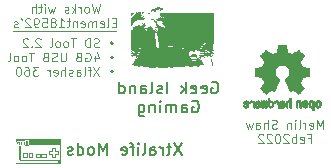
<source format=gbr>
%TF.GenerationSoftware,KiCad,Pcbnew,(6.0.1)*%
%TF.CreationDate,2022-02-21T19:23:02-07:00*%
%TF.ProjectId,MShaw_4gbNandExtensionQSB_V2,4d536861-775f-4346-9762-4e616e644578,rev?*%
%TF.SameCoordinates,Original*%
%TF.FileFunction,Legend,Bot*%
%TF.FilePolarity,Positive*%
%FSLAX46Y46*%
G04 Gerber Fmt 4.6, Leading zero omitted, Abs format (unit mm)*
G04 Created by KiCad (PCBNEW (6.0.1)) date 2022-02-21 19:23:02*
%MOMM*%
%LPD*%
G01*
G04 APERTURE LIST*
%ADD10C,0.150000*%
%ADD11C,0.100000*%
%ADD12C,0.300000*%
%ADD13C,0.010000*%
G04 APERTURE END LIST*
D10*
X114000000Y-68700000D02*
G75*
G03*
X114000000Y-68700000I-100000J0D01*
G01*
D11*
X105525000Y-66450000D02*
X114275000Y-66450000D01*
D10*
X114000000Y-69900000D02*
G75*
G03*
X114000000Y-69900000I-100000J0D01*
G01*
X114000000Y-67500000D02*
G75*
G03*
X114000000Y-67500000I-100000J0D01*
G01*
D11*
X131782142Y-74735535D02*
X131782142Y-73985535D01*
X131532142Y-74521250D01*
X131282142Y-73985535D01*
X131282142Y-74735535D01*
X130639285Y-74699821D02*
X130710714Y-74735535D01*
X130853571Y-74735535D01*
X130925000Y-74699821D01*
X130960714Y-74628392D01*
X130960714Y-74342678D01*
X130925000Y-74271250D01*
X130853571Y-74235535D01*
X130710714Y-74235535D01*
X130639285Y-74271250D01*
X130603571Y-74342678D01*
X130603571Y-74414107D01*
X130960714Y-74485535D01*
X130282142Y-74735535D02*
X130282142Y-74235535D01*
X130282142Y-74378392D02*
X130246428Y-74306964D01*
X130210714Y-74271250D01*
X130139285Y-74235535D01*
X130067857Y-74235535D01*
X129710714Y-74735535D02*
X129782142Y-74699821D01*
X129817857Y-74628392D01*
X129817857Y-73985535D01*
X129425000Y-74735535D02*
X129425000Y-74235535D01*
X129425000Y-73985535D02*
X129460714Y-74021250D01*
X129425000Y-74056964D01*
X129389285Y-74021250D01*
X129425000Y-73985535D01*
X129425000Y-74056964D01*
X129067857Y-74235535D02*
X129067857Y-74735535D01*
X129067857Y-74306964D02*
X129032142Y-74271250D01*
X128960714Y-74235535D01*
X128853571Y-74235535D01*
X128782142Y-74271250D01*
X128746428Y-74342678D01*
X128746428Y-74735535D01*
X127853571Y-74699821D02*
X127746428Y-74735535D01*
X127567857Y-74735535D01*
X127496428Y-74699821D01*
X127460714Y-74664107D01*
X127425000Y-74592678D01*
X127425000Y-74521250D01*
X127460714Y-74449821D01*
X127496428Y-74414107D01*
X127567857Y-74378392D01*
X127710714Y-74342678D01*
X127782142Y-74306964D01*
X127817857Y-74271250D01*
X127853571Y-74199821D01*
X127853571Y-74128392D01*
X127817857Y-74056964D01*
X127782142Y-74021250D01*
X127710714Y-73985535D01*
X127532142Y-73985535D01*
X127425000Y-74021250D01*
X127103571Y-74735535D02*
X127103571Y-73985535D01*
X126782142Y-74735535D02*
X126782142Y-74342678D01*
X126817857Y-74271250D01*
X126889285Y-74235535D01*
X126996428Y-74235535D01*
X127067857Y-74271250D01*
X127103571Y-74306964D01*
X126103571Y-74735535D02*
X126103571Y-74342678D01*
X126139285Y-74271250D01*
X126210714Y-74235535D01*
X126353571Y-74235535D01*
X126425000Y-74271250D01*
X126103571Y-74699821D02*
X126175000Y-74735535D01*
X126353571Y-74735535D01*
X126425000Y-74699821D01*
X126460714Y-74628392D01*
X126460714Y-74556964D01*
X126425000Y-74485535D01*
X126353571Y-74449821D01*
X126175000Y-74449821D01*
X126103571Y-74414107D01*
X125817857Y-74235535D02*
X125675000Y-74735535D01*
X125532142Y-74378392D01*
X125389285Y-74735535D01*
X125246428Y-74235535D01*
X130532142Y-75550178D02*
X130782142Y-75550178D01*
X130782142Y-75943035D02*
X130782142Y-75193035D01*
X130425000Y-75193035D01*
X129853571Y-75907321D02*
X129925000Y-75943035D01*
X130067857Y-75943035D01*
X130139285Y-75907321D01*
X130175000Y-75835892D01*
X130175000Y-75550178D01*
X130139285Y-75478750D01*
X130067857Y-75443035D01*
X129925000Y-75443035D01*
X129853571Y-75478750D01*
X129817857Y-75550178D01*
X129817857Y-75621607D01*
X130175000Y-75693035D01*
X129496428Y-75943035D02*
X129496428Y-75193035D01*
X129496428Y-75478750D02*
X129425000Y-75443035D01*
X129282142Y-75443035D01*
X129210714Y-75478750D01*
X129175000Y-75514464D01*
X129139285Y-75585892D01*
X129139285Y-75800178D01*
X129175000Y-75871607D01*
X129210714Y-75907321D01*
X129282142Y-75943035D01*
X129425000Y-75943035D01*
X129496428Y-75907321D01*
X128853571Y-75264464D02*
X128817857Y-75228750D01*
X128746428Y-75193035D01*
X128567857Y-75193035D01*
X128496428Y-75228750D01*
X128460714Y-75264464D01*
X128425000Y-75335892D01*
X128425000Y-75407321D01*
X128460714Y-75514464D01*
X128889285Y-75943035D01*
X128425000Y-75943035D01*
X127960714Y-75193035D02*
X127889285Y-75193035D01*
X127817857Y-75228750D01*
X127782142Y-75264464D01*
X127746428Y-75335892D01*
X127710714Y-75478750D01*
X127710714Y-75657321D01*
X127746428Y-75800178D01*
X127782142Y-75871607D01*
X127817857Y-75907321D01*
X127889285Y-75943035D01*
X127960714Y-75943035D01*
X128032142Y-75907321D01*
X128067857Y-75871607D01*
X128103571Y-75800178D01*
X128139285Y-75657321D01*
X128139285Y-75478750D01*
X128103571Y-75335892D01*
X128067857Y-75264464D01*
X128032142Y-75228750D01*
X127960714Y-75193035D01*
X127425000Y-75264464D02*
X127389285Y-75228750D01*
X127317857Y-75193035D01*
X127139285Y-75193035D01*
X127067857Y-75228750D01*
X127032142Y-75264464D01*
X126996428Y-75335892D01*
X126996428Y-75407321D01*
X127032142Y-75514464D01*
X127460714Y-75943035D01*
X126996428Y-75943035D01*
X126710714Y-75264464D02*
X126675000Y-75228750D01*
X126603571Y-75193035D01*
X126425000Y-75193035D01*
X126353571Y-75228750D01*
X126317857Y-75264464D01*
X126282142Y-75335892D01*
X126282142Y-75407321D01*
X126317857Y-75514464D01*
X126746428Y-75943035D01*
X126282142Y-75943035D01*
D10*
X119807142Y-75952380D02*
X119140476Y-76952380D01*
X119140476Y-75952380D02*
X119807142Y-76952380D01*
X118902380Y-76285714D02*
X118521428Y-76285714D01*
X118759523Y-75952380D02*
X118759523Y-76809523D01*
X118711904Y-76904761D01*
X118616666Y-76952380D01*
X118521428Y-76952380D01*
X118188095Y-76952380D02*
X118188095Y-76285714D01*
X118188095Y-76476190D02*
X118140476Y-76380952D01*
X118092857Y-76333333D01*
X117997619Y-76285714D01*
X117902380Y-76285714D01*
X117140476Y-76952380D02*
X117140476Y-76428571D01*
X117188095Y-76333333D01*
X117283333Y-76285714D01*
X117473809Y-76285714D01*
X117569047Y-76333333D01*
X117140476Y-76904761D02*
X117235714Y-76952380D01*
X117473809Y-76952380D01*
X117569047Y-76904761D01*
X117616666Y-76809523D01*
X117616666Y-76714285D01*
X117569047Y-76619047D01*
X117473809Y-76571428D01*
X117235714Y-76571428D01*
X117140476Y-76523809D01*
X116521428Y-76952380D02*
X116616666Y-76904761D01*
X116664285Y-76809523D01*
X116664285Y-75952380D01*
X116140476Y-76952380D02*
X116140476Y-76285714D01*
X116140476Y-75952380D02*
X116188095Y-76000000D01*
X116140476Y-76047619D01*
X116092857Y-76000000D01*
X116140476Y-75952380D01*
X116140476Y-76047619D01*
X115807142Y-76285714D02*
X115426190Y-76285714D01*
X115664285Y-76952380D02*
X115664285Y-76095238D01*
X115616666Y-76000000D01*
X115521428Y-75952380D01*
X115426190Y-75952380D01*
X114711904Y-76904761D02*
X114807142Y-76952380D01*
X114997619Y-76952380D01*
X115092857Y-76904761D01*
X115140476Y-76809523D01*
X115140476Y-76428571D01*
X115092857Y-76333333D01*
X114997619Y-76285714D01*
X114807142Y-76285714D01*
X114711904Y-76333333D01*
X114664285Y-76428571D01*
X114664285Y-76523809D01*
X115140476Y-76619047D01*
X113473809Y-76952380D02*
X113473809Y-75952380D01*
X113140476Y-76666666D01*
X112807142Y-75952380D01*
X112807142Y-76952380D01*
X112188095Y-76952380D02*
X112283333Y-76904761D01*
X112330952Y-76857142D01*
X112378571Y-76761904D01*
X112378571Y-76476190D01*
X112330952Y-76380952D01*
X112283333Y-76333333D01*
X112188095Y-76285714D01*
X112045238Y-76285714D01*
X111950000Y-76333333D01*
X111902380Y-76380952D01*
X111854761Y-76476190D01*
X111854761Y-76761904D01*
X111902380Y-76857142D01*
X111950000Y-76904761D01*
X112045238Y-76952380D01*
X112188095Y-76952380D01*
X110997619Y-76952380D02*
X110997619Y-75952380D01*
X110997619Y-76904761D02*
X111092857Y-76952380D01*
X111283333Y-76952380D01*
X111378571Y-76904761D01*
X111426190Y-76857142D01*
X111473809Y-76761904D01*
X111473809Y-76476190D01*
X111426190Y-76380952D01*
X111378571Y-76333333D01*
X111283333Y-76285714D01*
X111092857Y-76285714D01*
X110997619Y-76333333D01*
X110569047Y-76904761D02*
X110473809Y-76952380D01*
X110283333Y-76952380D01*
X110188095Y-76904761D01*
X110140476Y-76809523D01*
X110140476Y-76761904D01*
X110188095Y-76666666D01*
X110283333Y-76619047D01*
X110426190Y-76619047D01*
X110521428Y-76571428D01*
X110569047Y-76476190D01*
X110569047Y-76428571D01*
X110521428Y-76333333D01*
X110426190Y-76285714D01*
X110283333Y-76285714D01*
X110188095Y-76333333D01*
D11*
X112860714Y-64185535D02*
X112682142Y-64935535D01*
X112539285Y-64399821D01*
X112396428Y-64935535D01*
X112217857Y-64185535D01*
X111825000Y-64935535D02*
X111896428Y-64899821D01*
X111932142Y-64864107D01*
X111967857Y-64792678D01*
X111967857Y-64578392D01*
X111932142Y-64506964D01*
X111896428Y-64471250D01*
X111825000Y-64435535D01*
X111717857Y-64435535D01*
X111646428Y-64471250D01*
X111610714Y-64506964D01*
X111575000Y-64578392D01*
X111575000Y-64792678D01*
X111610714Y-64864107D01*
X111646428Y-64899821D01*
X111717857Y-64935535D01*
X111825000Y-64935535D01*
X111253571Y-64935535D02*
X111253571Y-64435535D01*
X111253571Y-64578392D02*
X111217857Y-64506964D01*
X111182142Y-64471250D01*
X111110714Y-64435535D01*
X111039285Y-64435535D01*
X110789285Y-64935535D02*
X110789285Y-64185535D01*
X110717857Y-64649821D02*
X110503571Y-64935535D01*
X110503571Y-64435535D02*
X110789285Y-64721250D01*
X110217857Y-64899821D02*
X110146428Y-64935535D01*
X110003571Y-64935535D01*
X109932142Y-64899821D01*
X109896428Y-64828392D01*
X109896428Y-64792678D01*
X109932142Y-64721250D01*
X110003571Y-64685535D01*
X110110714Y-64685535D01*
X110182142Y-64649821D01*
X110217857Y-64578392D01*
X110217857Y-64542678D01*
X110182142Y-64471250D01*
X110110714Y-64435535D01*
X110003571Y-64435535D01*
X109932142Y-64471250D01*
X109075000Y-64435535D02*
X108932142Y-64935535D01*
X108789285Y-64578392D01*
X108646428Y-64935535D01*
X108503571Y-64435535D01*
X108217857Y-64935535D02*
X108217857Y-64435535D01*
X108217857Y-64185535D02*
X108253571Y-64221250D01*
X108217857Y-64256964D01*
X108182142Y-64221250D01*
X108217857Y-64185535D01*
X108217857Y-64256964D01*
X107967857Y-64435535D02*
X107682142Y-64435535D01*
X107860714Y-64185535D02*
X107860714Y-64828392D01*
X107825000Y-64899821D01*
X107753571Y-64935535D01*
X107682142Y-64935535D01*
X107432142Y-64935535D02*
X107432142Y-64185535D01*
X107110714Y-64935535D02*
X107110714Y-64542678D01*
X107146428Y-64471250D01*
X107217857Y-64435535D01*
X107325000Y-64435535D01*
X107396428Y-64471250D01*
X107432142Y-64506964D01*
X114271428Y-65750178D02*
X114021428Y-65750178D01*
X113914285Y-66143035D02*
X114271428Y-66143035D01*
X114271428Y-65393035D01*
X113914285Y-65393035D01*
X113485714Y-66143035D02*
X113557142Y-66107321D01*
X113592857Y-66035892D01*
X113592857Y-65393035D01*
X112914285Y-66107321D02*
X112985714Y-66143035D01*
X113128571Y-66143035D01*
X113200000Y-66107321D01*
X113235714Y-66035892D01*
X113235714Y-65750178D01*
X113200000Y-65678750D01*
X113128571Y-65643035D01*
X112985714Y-65643035D01*
X112914285Y-65678750D01*
X112878571Y-65750178D01*
X112878571Y-65821607D01*
X113235714Y-65893035D01*
X112557142Y-66143035D02*
X112557142Y-65643035D01*
X112557142Y-65714464D02*
X112521428Y-65678750D01*
X112450000Y-65643035D01*
X112342857Y-65643035D01*
X112271428Y-65678750D01*
X112235714Y-65750178D01*
X112235714Y-66143035D01*
X112235714Y-65750178D02*
X112200000Y-65678750D01*
X112128571Y-65643035D01*
X112021428Y-65643035D01*
X111950000Y-65678750D01*
X111914285Y-65750178D01*
X111914285Y-66143035D01*
X111271428Y-66107321D02*
X111342857Y-66143035D01*
X111485714Y-66143035D01*
X111557142Y-66107321D01*
X111592857Y-66035892D01*
X111592857Y-65750178D01*
X111557142Y-65678750D01*
X111485714Y-65643035D01*
X111342857Y-65643035D01*
X111271428Y-65678750D01*
X111235714Y-65750178D01*
X111235714Y-65821607D01*
X111592857Y-65893035D01*
X110914285Y-65643035D02*
X110914285Y-66143035D01*
X110914285Y-65714464D02*
X110878571Y-65678750D01*
X110807142Y-65643035D01*
X110700000Y-65643035D01*
X110628571Y-65678750D01*
X110592857Y-65750178D01*
X110592857Y-66143035D01*
X110342857Y-65643035D02*
X110057142Y-65643035D01*
X110235714Y-65393035D02*
X110235714Y-66035892D01*
X110200000Y-66107321D01*
X110128571Y-66143035D01*
X110057142Y-66143035D01*
X109414285Y-66143035D02*
X109842857Y-66143035D01*
X109628571Y-66143035D02*
X109628571Y-65393035D01*
X109700000Y-65500178D01*
X109771428Y-65571607D01*
X109842857Y-65607321D01*
X108985714Y-65714464D02*
X109057142Y-65678750D01*
X109092857Y-65643035D01*
X109128571Y-65571607D01*
X109128571Y-65535892D01*
X109092857Y-65464464D01*
X109057142Y-65428750D01*
X108985714Y-65393035D01*
X108842857Y-65393035D01*
X108771428Y-65428750D01*
X108735714Y-65464464D01*
X108700000Y-65535892D01*
X108700000Y-65571607D01*
X108735714Y-65643035D01*
X108771428Y-65678750D01*
X108842857Y-65714464D01*
X108985714Y-65714464D01*
X109057142Y-65750178D01*
X109092857Y-65785892D01*
X109128571Y-65857321D01*
X109128571Y-66000178D01*
X109092857Y-66071607D01*
X109057142Y-66107321D01*
X108985714Y-66143035D01*
X108842857Y-66143035D01*
X108771428Y-66107321D01*
X108735714Y-66071607D01*
X108700000Y-66000178D01*
X108700000Y-65857321D01*
X108735714Y-65785892D01*
X108771428Y-65750178D01*
X108842857Y-65714464D01*
X108021428Y-65393035D02*
X108378571Y-65393035D01*
X108414285Y-65750178D01*
X108378571Y-65714464D01*
X108307142Y-65678750D01*
X108128571Y-65678750D01*
X108057142Y-65714464D01*
X108021428Y-65750178D01*
X107985714Y-65821607D01*
X107985714Y-66000178D01*
X108021428Y-66071607D01*
X108057142Y-66107321D01*
X108128571Y-66143035D01*
X108307142Y-66143035D01*
X108378571Y-66107321D01*
X108414285Y-66071607D01*
X107628571Y-66143035D02*
X107485714Y-66143035D01*
X107414285Y-66107321D01*
X107378571Y-66071607D01*
X107307142Y-65964464D01*
X107271428Y-65821607D01*
X107271428Y-65535892D01*
X107307142Y-65464464D01*
X107342857Y-65428750D01*
X107414285Y-65393035D01*
X107557142Y-65393035D01*
X107628571Y-65428750D01*
X107664285Y-65464464D01*
X107700000Y-65535892D01*
X107700000Y-65714464D01*
X107664285Y-65785892D01*
X107628571Y-65821607D01*
X107557142Y-65857321D01*
X107414285Y-65857321D01*
X107342857Y-65821607D01*
X107307142Y-65785892D01*
X107271428Y-65714464D01*
X106985714Y-65464464D02*
X106950000Y-65428750D01*
X106878571Y-65393035D01*
X106700000Y-65393035D01*
X106628571Y-65428750D01*
X106592857Y-65464464D01*
X106557142Y-65535892D01*
X106557142Y-65607321D01*
X106592857Y-65714464D01*
X107021428Y-66143035D01*
X106557142Y-66143035D01*
X106200000Y-65393035D02*
X106271428Y-65535892D01*
X105914285Y-66107321D02*
X105842857Y-66143035D01*
X105700000Y-66143035D01*
X105628571Y-66107321D01*
X105592857Y-66035892D01*
X105592857Y-66000178D01*
X105628571Y-65928750D01*
X105700000Y-65893035D01*
X105807142Y-65893035D01*
X105878571Y-65857321D01*
X105914285Y-65785892D01*
X105914285Y-65750178D01*
X105878571Y-65678750D01*
X105807142Y-65643035D01*
X105700000Y-65643035D01*
X105628571Y-65678750D01*
X112785714Y-67799821D02*
X112678571Y-67835535D01*
X112500000Y-67835535D01*
X112428571Y-67799821D01*
X112392857Y-67764107D01*
X112357142Y-67692678D01*
X112357142Y-67621250D01*
X112392857Y-67549821D01*
X112428571Y-67514107D01*
X112500000Y-67478392D01*
X112642857Y-67442678D01*
X112714285Y-67406964D01*
X112750000Y-67371250D01*
X112785714Y-67299821D01*
X112785714Y-67228392D01*
X112750000Y-67156964D01*
X112714285Y-67121250D01*
X112642857Y-67085535D01*
X112464285Y-67085535D01*
X112357142Y-67121250D01*
X112035714Y-67835535D02*
X112035714Y-67085535D01*
X111857142Y-67085535D01*
X111750000Y-67121250D01*
X111678571Y-67192678D01*
X111642857Y-67264107D01*
X111607142Y-67406964D01*
X111607142Y-67514107D01*
X111642857Y-67656964D01*
X111678571Y-67728392D01*
X111750000Y-67799821D01*
X111857142Y-67835535D01*
X112035714Y-67835535D01*
X110821428Y-67085535D02*
X110392857Y-67085535D01*
X110607142Y-67835535D02*
X110607142Y-67085535D01*
X110035714Y-67835535D02*
X110107142Y-67799821D01*
X110142857Y-67764107D01*
X110178571Y-67692678D01*
X110178571Y-67478392D01*
X110142857Y-67406964D01*
X110107142Y-67371250D01*
X110035714Y-67335535D01*
X109928571Y-67335535D01*
X109857142Y-67371250D01*
X109821428Y-67406964D01*
X109785714Y-67478392D01*
X109785714Y-67692678D01*
X109821428Y-67764107D01*
X109857142Y-67799821D01*
X109928571Y-67835535D01*
X110035714Y-67835535D01*
X109357142Y-67835535D02*
X109428571Y-67799821D01*
X109464285Y-67764107D01*
X109500000Y-67692678D01*
X109500000Y-67478392D01*
X109464285Y-67406964D01*
X109428571Y-67371250D01*
X109357142Y-67335535D01*
X109250000Y-67335535D01*
X109178571Y-67371250D01*
X109142857Y-67406964D01*
X109107142Y-67478392D01*
X109107142Y-67692678D01*
X109142857Y-67764107D01*
X109178571Y-67799821D01*
X109250000Y-67835535D01*
X109357142Y-67835535D01*
X108678571Y-67835535D02*
X108750000Y-67799821D01*
X108785714Y-67728392D01*
X108785714Y-67085535D01*
X107857142Y-67156964D02*
X107821428Y-67121250D01*
X107750000Y-67085535D01*
X107571428Y-67085535D01*
X107500000Y-67121250D01*
X107464285Y-67156964D01*
X107428571Y-67228392D01*
X107428571Y-67299821D01*
X107464285Y-67406964D01*
X107892857Y-67835535D01*
X107428571Y-67835535D01*
X107107142Y-67764107D02*
X107071428Y-67799821D01*
X107107142Y-67835535D01*
X107142857Y-67799821D01*
X107107142Y-67764107D01*
X107107142Y-67835535D01*
X106785714Y-67156964D02*
X106750000Y-67121250D01*
X106678571Y-67085535D01*
X106500000Y-67085535D01*
X106428571Y-67121250D01*
X106392857Y-67156964D01*
X106357142Y-67228392D01*
X106357142Y-67299821D01*
X106392857Y-67406964D01*
X106821428Y-67835535D01*
X106357142Y-67835535D01*
X112464285Y-68543035D02*
X112464285Y-69043035D01*
X112642857Y-68257321D02*
X112821428Y-68793035D01*
X112357142Y-68793035D01*
X111678571Y-68328750D02*
X111750000Y-68293035D01*
X111857142Y-68293035D01*
X111964285Y-68328750D01*
X112035714Y-68400178D01*
X112071428Y-68471607D01*
X112107142Y-68614464D01*
X112107142Y-68721607D01*
X112071428Y-68864464D01*
X112035714Y-68935892D01*
X111964285Y-69007321D01*
X111857142Y-69043035D01*
X111785714Y-69043035D01*
X111678571Y-69007321D01*
X111642857Y-68971607D01*
X111642857Y-68721607D01*
X111785714Y-68721607D01*
X111071428Y-68650178D02*
X110964285Y-68685892D01*
X110928571Y-68721607D01*
X110892857Y-68793035D01*
X110892857Y-68900178D01*
X110928571Y-68971607D01*
X110964285Y-69007321D01*
X111035714Y-69043035D01*
X111321428Y-69043035D01*
X111321428Y-68293035D01*
X111071428Y-68293035D01*
X111000000Y-68328750D01*
X110964285Y-68364464D01*
X110928571Y-68435892D01*
X110928571Y-68507321D01*
X110964285Y-68578750D01*
X111000000Y-68614464D01*
X111071428Y-68650178D01*
X111321428Y-68650178D01*
X110000000Y-68293035D02*
X110000000Y-68900178D01*
X109964285Y-68971607D01*
X109928571Y-69007321D01*
X109857142Y-69043035D01*
X109714285Y-69043035D01*
X109642857Y-69007321D01*
X109607142Y-68971607D01*
X109571428Y-68900178D01*
X109571428Y-68293035D01*
X109250000Y-69007321D02*
X109142857Y-69043035D01*
X108964285Y-69043035D01*
X108892857Y-69007321D01*
X108857142Y-68971607D01*
X108821428Y-68900178D01*
X108821428Y-68828750D01*
X108857142Y-68757321D01*
X108892857Y-68721607D01*
X108964285Y-68685892D01*
X109107142Y-68650178D01*
X109178571Y-68614464D01*
X109214285Y-68578750D01*
X109250000Y-68507321D01*
X109250000Y-68435892D01*
X109214285Y-68364464D01*
X109178571Y-68328750D01*
X109107142Y-68293035D01*
X108928571Y-68293035D01*
X108821428Y-68328750D01*
X108250000Y-68650178D02*
X108142857Y-68685892D01*
X108107142Y-68721607D01*
X108071428Y-68793035D01*
X108071428Y-68900178D01*
X108107142Y-68971607D01*
X108142857Y-69007321D01*
X108214285Y-69043035D01*
X108500000Y-69043035D01*
X108500000Y-68293035D01*
X108250000Y-68293035D01*
X108178571Y-68328750D01*
X108142857Y-68364464D01*
X108107142Y-68435892D01*
X108107142Y-68507321D01*
X108142857Y-68578750D01*
X108178571Y-68614464D01*
X108250000Y-68650178D01*
X108500000Y-68650178D01*
X107285714Y-68293035D02*
X106857142Y-68293035D01*
X107071428Y-69043035D02*
X107071428Y-68293035D01*
X106500000Y-69043035D02*
X106571428Y-69007321D01*
X106607142Y-68971607D01*
X106642857Y-68900178D01*
X106642857Y-68685892D01*
X106607142Y-68614464D01*
X106571428Y-68578750D01*
X106500000Y-68543035D01*
X106392857Y-68543035D01*
X106321428Y-68578750D01*
X106285714Y-68614464D01*
X106250000Y-68685892D01*
X106250000Y-68900178D01*
X106285714Y-68971607D01*
X106321428Y-69007321D01*
X106392857Y-69043035D01*
X106500000Y-69043035D01*
X105821428Y-69043035D02*
X105892857Y-69007321D01*
X105928571Y-68971607D01*
X105964285Y-68900178D01*
X105964285Y-68685892D01*
X105928571Y-68614464D01*
X105892857Y-68578750D01*
X105821428Y-68543035D01*
X105714285Y-68543035D01*
X105642857Y-68578750D01*
X105607142Y-68614464D01*
X105571428Y-68685892D01*
X105571428Y-68900178D01*
X105607142Y-68971607D01*
X105642857Y-69007321D01*
X105714285Y-69043035D01*
X105821428Y-69043035D01*
X105142857Y-69043035D02*
X105214285Y-69007321D01*
X105250000Y-68935892D01*
X105250000Y-68293035D01*
X112839285Y-69500535D02*
X112339285Y-70250535D01*
X112339285Y-69500535D02*
X112839285Y-70250535D01*
X112160714Y-69750535D02*
X111875000Y-69750535D01*
X112053571Y-70250535D02*
X112053571Y-69607678D01*
X112017857Y-69536250D01*
X111946428Y-69500535D01*
X111875000Y-69500535D01*
X111517857Y-70250535D02*
X111589285Y-70214821D01*
X111625000Y-70143392D01*
X111625000Y-69500535D01*
X110910714Y-70250535D02*
X110910714Y-69857678D01*
X110946428Y-69786250D01*
X111017857Y-69750535D01*
X111160714Y-69750535D01*
X111232142Y-69786250D01*
X110910714Y-70214821D02*
X110982142Y-70250535D01*
X111160714Y-70250535D01*
X111232142Y-70214821D01*
X111267857Y-70143392D01*
X111267857Y-70071964D01*
X111232142Y-70000535D01*
X111160714Y-69964821D01*
X110982142Y-69964821D01*
X110910714Y-69929107D01*
X110589285Y-70214821D02*
X110517857Y-70250535D01*
X110375000Y-70250535D01*
X110303571Y-70214821D01*
X110267857Y-70143392D01*
X110267857Y-70107678D01*
X110303571Y-70036250D01*
X110375000Y-70000535D01*
X110482142Y-70000535D01*
X110553571Y-69964821D01*
X110589285Y-69893392D01*
X110589285Y-69857678D01*
X110553571Y-69786250D01*
X110482142Y-69750535D01*
X110375000Y-69750535D01*
X110303571Y-69786250D01*
X109946428Y-70250535D02*
X109946428Y-69500535D01*
X109625000Y-70250535D02*
X109625000Y-69857678D01*
X109660714Y-69786250D01*
X109732142Y-69750535D01*
X109839285Y-69750535D01*
X109910714Y-69786250D01*
X109946428Y-69821964D01*
X108982142Y-70214821D02*
X109053571Y-70250535D01*
X109196428Y-70250535D01*
X109267857Y-70214821D01*
X109303571Y-70143392D01*
X109303571Y-69857678D01*
X109267857Y-69786250D01*
X109196428Y-69750535D01*
X109053571Y-69750535D01*
X108982142Y-69786250D01*
X108946428Y-69857678D01*
X108946428Y-69929107D01*
X109303571Y-70000535D01*
X108625000Y-70250535D02*
X108625000Y-69750535D01*
X108625000Y-69893392D02*
X108589285Y-69821964D01*
X108553571Y-69786250D01*
X108482142Y-69750535D01*
X108410714Y-69750535D01*
X107660714Y-69500535D02*
X107196428Y-69500535D01*
X107446428Y-69786250D01*
X107339285Y-69786250D01*
X107267857Y-69821964D01*
X107232142Y-69857678D01*
X107196428Y-69929107D01*
X107196428Y-70107678D01*
X107232142Y-70179107D01*
X107267857Y-70214821D01*
X107339285Y-70250535D01*
X107553571Y-70250535D01*
X107625000Y-70214821D01*
X107660714Y-70179107D01*
X106553571Y-69500535D02*
X106696428Y-69500535D01*
X106767857Y-69536250D01*
X106803571Y-69571964D01*
X106875000Y-69679107D01*
X106910714Y-69821964D01*
X106910714Y-70107678D01*
X106875000Y-70179107D01*
X106839285Y-70214821D01*
X106767857Y-70250535D01*
X106625000Y-70250535D01*
X106553571Y-70214821D01*
X106517857Y-70179107D01*
X106482142Y-70107678D01*
X106482142Y-69929107D01*
X106517857Y-69857678D01*
X106553571Y-69821964D01*
X106625000Y-69786250D01*
X106767857Y-69786250D01*
X106839285Y-69821964D01*
X106875000Y-69857678D01*
X106910714Y-69929107D01*
X106017857Y-69500535D02*
X105946428Y-69500535D01*
X105875000Y-69536250D01*
X105839285Y-69571964D01*
X105803571Y-69643392D01*
X105767857Y-69786250D01*
X105767857Y-69964821D01*
X105803571Y-70107678D01*
X105839285Y-70179107D01*
X105875000Y-70214821D01*
X105946428Y-70250535D01*
X106017857Y-70250535D01*
X106089285Y-70214821D01*
X106125000Y-70179107D01*
X106160714Y-70107678D01*
X106196428Y-69964821D01*
X106196428Y-69786250D01*
X106160714Y-69643392D01*
X106125000Y-69571964D01*
X106089285Y-69536250D01*
X106017857Y-69500535D01*
D10*
X122342857Y-70795000D02*
X122438095Y-70747380D01*
X122580952Y-70747380D01*
X122723809Y-70795000D01*
X122819047Y-70890238D01*
X122866666Y-70985476D01*
X122914285Y-71175952D01*
X122914285Y-71318809D01*
X122866666Y-71509285D01*
X122819047Y-71604523D01*
X122723809Y-71699761D01*
X122580952Y-71747380D01*
X122485714Y-71747380D01*
X122342857Y-71699761D01*
X122295238Y-71652142D01*
X122295238Y-71318809D01*
X122485714Y-71318809D01*
X121485714Y-71699761D02*
X121580952Y-71747380D01*
X121771428Y-71747380D01*
X121866666Y-71699761D01*
X121914285Y-71604523D01*
X121914285Y-71223571D01*
X121866666Y-71128333D01*
X121771428Y-71080714D01*
X121580952Y-71080714D01*
X121485714Y-71128333D01*
X121438095Y-71223571D01*
X121438095Y-71318809D01*
X121914285Y-71414047D01*
X120628571Y-71699761D02*
X120723809Y-71747380D01*
X120914285Y-71747380D01*
X121009523Y-71699761D01*
X121057142Y-71604523D01*
X121057142Y-71223571D01*
X121009523Y-71128333D01*
X120914285Y-71080714D01*
X120723809Y-71080714D01*
X120628571Y-71128333D01*
X120580952Y-71223571D01*
X120580952Y-71318809D01*
X121057142Y-71414047D01*
X120152380Y-71747380D02*
X120152380Y-70747380D01*
X120057142Y-71366428D02*
X119771428Y-71747380D01*
X119771428Y-71080714D02*
X120152380Y-71461666D01*
X118580952Y-71747380D02*
X118580952Y-70747380D01*
X118152380Y-71699761D02*
X118057142Y-71747380D01*
X117866666Y-71747380D01*
X117771428Y-71699761D01*
X117723809Y-71604523D01*
X117723809Y-71556904D01*
X117771428Y-71461666D01*
X117866666Y-71414047D01*
X118009523Y-71414047D01*
X118104761Y-71366428D01*
X118152380Y-71271190D01*
X118152380Y-71223571D01*
X118104761Y-71128333D01*
X118009523Y-71080714D01*
X117866666Y-71080714D01*
X117771428Y-71128333D01*
X117152380Y-71747380D02*
X117247619Y-71699761D01*
X117295238Y-71604523D01*
X117295238Y-70747380D01*
X116342857Y-71747380D02*
X116342857Y-71223571D01*
X116390476Y-71128333D01*
X116485714Y-71080714D01*
X116676190Y-71080714D01*
X116771428Y-71128333D01*
X116342857Y-71699761D02*
X116438095Y-71747380D01*
X116676190Y-71747380D01*
X116771428Y-71699761D01*
X116819047Y-71604523D01*
X116819047Y-71509285D01*
X116771428Y-71414047D01*
X116676190Y-71366428D01*
X116438095Y-71366428D01*
X116342857Y-71318809D01*
X115866666Y-71080714D02*
X115866666Y-71747380D01*
X115866666Y-71175952D02*
X115819047Y-71128333D01*
X115723809Y-71080714D01*
X115580952Y-71080714D01*
X115485714Y-71128333D01*
X115438095Y-71223571D01*
X115438095Y-71747380D01*
X114533333Y-71747380D02*
X114533333Y-70747380D01*
X114533333Y-71699761D02*
X114628571Y-71747380D01*
X114819047Y-71747380D01*
X114914285Y-71699761D01*
X114961904Y-71652142D01*
X115009523Y-71556904D01*
X115009523Y-71271190D01*
X114961904Y-71175952D01*
X114914285Y-71128333D01*
X114819047Y-71080714D01*
X114628571Y-71080714D01*
X114533333Y-71128333D01*
X120700000Y-72405000D02*
X120795238Y-72357380D01*
X120938095Y-72357380D01*
X121080952Y-72405000D01*
X121176190Y-72500238D01*
X121223809Y-72595476D01*
X121271428Y-72785952D01*
X121271428Y-72928809D01*
X121223809Y-73119285D01*
X121176190Y-73214523D01*
X121080952Y-73309761D01*
X120938095Y-73357380D01*
X120842857Y-73357380D01*
X120700000Y-73309761D01*
X120652380Y-73262142D01*
X120652380Y-72928809D01*
X120842857Y-72928809D01*
X119795238Y-73357380D02*
X119795238Y-72833571D01*
X119842857Y-72738333D01*
X119938095Y-72690714D01*
X120128571Y-72690714D01*
X120223809Y-72738333D01*
X119795238Y-73309761D02*
X119890476Y-73357380D01*
X120128571Y-73357380D01*
X120223809Y-73309761D01*
X120271428Y-73214523D01*
X120271428Y-73119285D01*
X120223809Y-73024047D01*
X120128571Y-72976428D01*
X119890476Y-72976428D01*
X119795238Y-72928809D01*
X119319047Y-73357380D02*
X119319047Y-72690714D01*
X119319047Y-72785952D02*
X119271428Y-72738333D01*
X119176190Y-72690714D01*
X119033333Y-72690714D01*
X118938095Y-72738333D01*
X118890476Y-72833571D01*
X118890476Y-73357380D01*
X118890476Y-72833571D02*
X118842857Y-72738333D01*
X118747619Y-72690714D01*
X118604761Y-72690714D01*
X118509523Y-72738333D01*
X118461904Y-72833571D01*
X118461904Y-73357380D01*
X117985714Y-73357380D02*
X117985714Y-72690714D01*
X117985714Y-72357380D02*
X118033333Y-72405000D01*
X117985714Y-72452619D01*
X117938095Y-72405000D01*
X117985714Y-72357380D01*
X117985714Y-72452619D01*
X117509523Y-72690714D02*
X117509523Y-73357380D01*
X117509523Y-72785952D02*
X117461904Y-72738333D01*
X117366666Y-72690714D01*
X117223809Y-72690714D01*
X117128571Y-72738333D01*
X117080952Y-72833571D01*
X117080952Y-73357380D01*
X116176190Y-72690714D02*
X116176190Y-73500238D01*
X116223809Y-73595476D01*
X116271428Y-73643095D01*
X116366666Y-73690714D01*
X116509523Y-73690714D01*
X116604761Y-73643095D01*
X116176190Y-73309761D02*
X116271428Y-73357380D01*
X116461904Y-73357380D01*
X116557142Y-73309761D01*
X116604761Y-73262142D01*
X116652380Y-73166904D01*
X116652380Y-72881190D01*
X116604761Y-72785952D01*
X116557142Y-72738333D01*
X116461904Y-72690714D01*
X116271428Y-72690714D01*
X116176190Y-72738333D01*
D12*
%TO.C,G\u002A\u002A\u002A*%
X120342571Y-66392425D02*
X120487714Y-66319853D01*
X120705428Y-66319853D01*
X120923142Y-66392425D01*
X121068285Y-66537567D01*
X121140857Y-66682710D01*
X121213428Y-66972996D01*
X121213428Y-67190710D01*
X121140857Y-67480996D01*
X121068285Y-67626139D01*
X120923142Y-67771282D01*
X120705428Y-67843853D01*
X120560285Y-67843853D01*
X120342571Y-67771282D01*
X120270000Y-67698710D01*
X120270000Y-67190710D01*
X120560285Y-67190710D01*
X119399142Y-66319853D02*
X119399142Y-66682710D01*
X119762000Y-66537567D02*
X119399142Y-66682710D01*
X119036285Y-66537567D01*
X119616857Y-66972996D02*
X119399142Y-66682710D01*
X119181428Y-66972996D01*
X118238000Y-66319853D02*
X118238000Y-66682710D01*
X118600857Y-66537567D02*
X118238000Y-66682710D01*
X117875142Y-66537567D01*
X118455714Y-66972996D02*
X118238000Y-66682710D01*
X118020285Y-66972996D01*
X117076857Y-66319853D02*
X117076857Y-66682710D01*
X117439714Y-66537567D02*
X117076857Y-66682710D01*
X116714000Y-66537567D01*
X117294571Y-66972996D02*
X117076857Y-66682710D01*
X116859142Y-66972996D01*
D13*
%TO.C,REF\u002A\u002A*%
X131258885Y-72321962D02*
X131190855Y-72357733D01*
X131190855Y-72357733D02*
X131140649Y-72415301D01*
X131140649Y-72415301D02*
X131122815Y-72452312D01*
X131122815Y-72452312D02*
X131108937Y-72507882D01*
X131108937Y-72507882D02*
X131101833Y-72578096D01*
X131101833Y-72578096D02*
X131101160Y-72654727D01*
X131101160Y-72654727D02*
X131106573Y-72729552D01*
X131106573Y-72729552D02*
X131117730Y-72794342D01*
X131117730Y-72794342D02*
X131134286Y-72840873D01*
X131134286Y-72840873D02*
X131139374Y-72848887D01*
X131139374Y-72848887D02*
X131199645Y-72908707D01*
X131199645Y-72908707D02*
X131271231Y-72944535D01*
X131271231Y-72944535D02*
X131348908Y-72955020D01*
X131348908Y-72955020D02*
X131427452Y-72938810D01*
X131427452Y-72938810D02*
X131449311Y-72929092D01*
X131449311Y-72929092D02*
X131491878Y-72899143D01*
X131491878Y-72899143D02*
X131529237Y-72859433D01*
X131529237Y-72859433D02*
X131532768Y-72854397D01*
X131532768Y-72854397D02*
X131547119Y-72830124D01*
X131547119Y-72830124D02*
X131556606Y-72804178D01*
X131556606Y-72804178D02*
X131562210Y-72770022D01*
X131562210Y-72770022D02*
X131564914Y-72721119D01*
X131564914Y-72721119D02*
X131565701Y-72650935D01*
X131565701Y-72650935D02*
X131565714Y-72635200D01*
X131565714Y-72635200D02*
X131565678Y-72630192D01*
X131565678Y-72630192D02*
X131420571Y-72630192D01*
X131420571Y-72630192D02*
X131419727Y-72696430D01*
X131419727Y-72696430D02*
X131416404Y-72740386D01*
X131416404Y-72740386D02*
X131409417Y-72768779D01*
X131409417Y-72768779D02*
X131397584Y-72788325D01*
X131397584Y-72788325D02*
X131391543Y-72794857D01*
X131391543Y-72794857D02*
X131356814Y-72819680D01*
X131356814Y-72819680D02*
X131323097Y-72818548D01*
X131323097Y-72818548D02*
X131289005Y-72797016D01*
X131289005Y-72797016D02*
X131268671Y-72774029D01*
X131268671Y-72774029D02*
X131256629Y-72740478D01*
X131256629Y-72740478D02*
X131249866Y-72687569D01*
X131249866Y-72687569D02*
X131249402Y-72681399D01*
X131249402Y-72681399D02*
X131248248Y-72585513D01*
X131248248Y-72585513D02*
X131260312Y-72514299D01*
X131260312Y-72514299D02*
X131285430Y-72468194D01*
X131285430Y-72468194D02*
X131323440Y-72447635D01*
X131323440Y-72447635D02*
X131337008Y-72446514D01*
X131337008Y-72446514D02*
X131372636Y-72452152D01*
X131372636Y-72452152D02*
X131397006Y-72471686D01*
X131397006Y-72471686D02*
X131411907Y-72509042D01*
X131411907Y-72509042D02*
X131419125Y-72568150D01*
X131419125Y-72568150D02*
X131420571Y-72630192D01*
X131420571Y-72630192D02*
X131565678Y-72630192D01*
X131565678Y-72630192D02*
X131565174Y-72560413D01*
X131565174Y-72560413D02*
X131562904Y-72508159D01*
X131562904Y-72508159D02*
X131557932Y-72471949D01*
X131557932Y-72471949D02*
X131549287Y-72445299D01*
X131549287Y-72445299D02*
X131535995Y-72421722D01*
X131535995Y-72421722D02*
X131533057Y-72417338D01*
X131533057Y-72417338D02*
X131483687Y-72358249D01*
X131483687Y-72358249D02*
X131429891Y-72323947D01*
X131429891Y-72323947D02*
X131364398Y-72310331D01*
X131364398Y-72310331D02*
X131342158Y-72309665D01*
X131342158Y-72309665D02*
X131258885Y-72321962D01*
X131258885Y-72321962D02*
X131258885Y-72321962D01*
G36*
X131565701Y-72650935D02*
G01*
X131564914Y-72721119D01*
X131562210Y-72770022D01*
X131556606Y-72804178D01*
X131547119Y-72830124D01*
X131532768Y-72854397D01*
X131529237Y-72859433D01*
X131491878Y-72899143D01*
X131449311Y-72929092D01*
X131427452Y-72938810D01*
X131348908Y-72955020D01*
X131271231Y-72944535D01*
X131199645Y-72908707D01*
X131139374Y-72848887D01*
X131134286Y-72840873D01*
X131117730Y-72794342D01*
X131106573Y-72729552D01*
X131101160Y-72654727D01*
X131101768Y-72585513D01*
X131248248Y-72585513D01*
X131249402Y-72681399D01*
X131249866Y-72687569D01*
X131256629Y-72740478D01*
X131268671Y-72774029D01*
X131289005Y-72797016D01*
X131323097Y-72818548D01*
X131356814Y-72819680D01*
X131391543Y-72794857D01*
X131397584Y-72788325D01*
X131409417Y-72768779D01*
X131416404Y-72740386D01*
X131419727Y-72696430D01*
X131420571Y-72630192D01*
X131419125Y-72568150D01*
X131411907Y-72509042D01*
X131397006Y-72471686D01*
X131372636Y-72452152D01*
X131337008Y-72446514D01*
X131323440Y-72447635D01*
X131285430Y-72468194D01*
X131260312Y-72514299D01*
X131248248Y-72585513D01*
X131101768Y-72585513D01*
X131101833Y-72578096D01*
X131108937Y-72507882D01*
X131122815Y-72452312D01*
X131140649Y-72415301D01*
X131190855Y-72357733D01*
X131258885Y-72321962D01*
X131342158Y-72309665D01*
X131364398Y-72310331D01*
X131429891Y-72323947D01*
X131483687Y-72358249D01*
X131533057Y-72417338D01*
X131535995Y-72421722D01*
X131549287Y-72445299D01*
X131557932Y-72471949D01*
X131562904Y-72508159D01*
X131565174Y-72560413D01*
X131565678Y-72630192D01*
X131565714Y-72635200D01*
X131565701Y-72650935D01*
G37*
X131565701Y-72650935D02*
X131564914Y-72721119D01*
X131562210Y-72770022D01*
X131556606Y-72804178D01*
X131547119Y-72830124D01*
X131532768Y-72854397D01*
X131529237Y-72859433D01*
X131491878Y-72899143D01*
X131449311Y-72929092D01*
X131427452Y-72938810D01*
X131348908Y-72955020D01*
X131271231Y-72944535D01*
X131199645Y-72908707D01*
X131139374Y-72848887D01*
X131134286Y-72840873D01*
X131117730Y-72794342D01*
X131106573Y-72729552D01*
X131101160Y-72654727D01*
X131101768Y-72585513D01*
X131248248Y-72585513D01*
X131249402Y-72681399D01*
X131249866Y-72687569D01*
X131256629Y-72740478D01*
X131268671Y-72774029D01*
X131289005Y-72797016D01*
X131323097Y-72818548D01*
X131356814Y-72819680D01*
X131391543Y-72794857D01*
X131397584Y-72788325D01*
X131409417Y-72768779D01*
X131416404Y-72740386D01*
X131419727Y-72696430D01*
X131420571Y-72630192D01*
X131419125Y-72568150D01*
X131411907Y-72509042D01*
X131397006Y-72471686D01*
X131372636Y-72452152D01*
X131337008Y-72446514D01*
X131323440Y-72447635D01*
X131285430Y-72468194D01*
X131260312Y-72514299D01*
X131248248Y-72585513D01*
X131101768Y-72585513D01*
X131101833Y-72578096D01*
X131108937Y-72507882D01*
X131122815Y-72452312D01*
X131140649Y-72415301D01*
X131190855Y-72357733D01*
X131258885Y-72321962D01*
X131342158Y-72309665D01*
X131364398Y-72310331D01*
X131429891Y-72323947D01*
X131483687Y-72358249D01*
X131533057Y-72417338D01*
X131535995Y-72421722D01*
X131549287Y-72445299D01*
X131557932Y-72471949D01*
X131562904Y-72508159D01*
X131565174Y-72560413D01*
X131565678Y-72630192D01*
X131565714Y-72635200D01*
X131565701Y-72650935D01*
X125647400Y-72358752D02*
X125630052Y-72366334D01*
X125630052Y-72366334D02*
X125588644Y-72399128D01*
X125588644Y-72399128D02*
X125553235Y-72446547D01*
X125553235Y-72446547D02*
X125531336Y-72497151D01*
X125531336Y-72497151D02*
X125527771Y-72522098D01*
X125527771Y-72522098D02*
X125539721Y-72556927D01*
X125539721Y-72556927D02*
X125565933Y-72575357D01*
X125565933Y-72575357D02*
X125594036Y-72586516D01*
X125594036Y-72586516D02*
X125606905Y-72588572D01*
X125606905Y-72588572D02*
X125613171Y-72573649D01*
X125613171Y-72573649D02*
X125625544Y-72541175D01*
X125625544Y-72541175D02*
X125630972Y-72526502D01*
X125630972Y-72526502D02*
X125661410Y-72475744D01*
X125661410Y-72475744D02*
X125705480Y-72450427D01*
X125705480Y-72450427D02*
X125761990Y-72451206D01*
X125761990Y-72451206D02*
X125766175Y-72452203D01*
X125766175Y-72452203D02*
X125796345Y-72466507D01*
X125796345Y-72466507D02*
X125818524Y-72494393D01*
X125818524Y-72494393D02*
X125833673Y-72539287D01*
X125833673Y-72539287D02*
X125842750Y-72604615D01*
X125842750Y-72604615D02*
X125846714Y-72693804D01*
X125846714Y-72693804D02*
X125847086Y-72741261D01*
X125847086Y-72741261D02*
X125847270Y-72816071D01*
X125847270Y-72816071D02*
X125848478Y-72867069D01*
X125848478Y-72867069D02*
X125851691Y-72899471D01*
X125851691Y-72899471D02*
X125857891Y-72918495D01*
X125857891Y-72918495D02*
X125868060Y-72929356D01*
X125868060Y-72929356D02*
X125883181Y-72937272D01*
X125883181Y-72937272D02*
X125884054Y-72937670D01*
X125884054Y-72937670D02*
X125913172Y-72949981D01*
X125913172Y-72949981D02*
X125927597Y-72954514D01*
X125927597Y-72954514D02*
X125929814Y-72940809D01*
X125929814Y-72940809D02*
X125931711Y-72902925D01*
X125931711Y-72902925D02*
X125933153Y-72845715D01*
X125933153Y-72845715D02*
X125934002Y-72774027D01*
X125934002Y-72774027D02*
X125934171Y-72721565D01*
X125934171Y-72721565D02*
X125933308Y-72620047D01*
X125933308Y-72620047D02*
X125929930Y-72543032D01*
X125929930Y-72543032D02*
X125922858Y-72486023D01*
X125922858Y-72486023D02*
X125910912Y-72444526D01*
X125910912Y-72444526D02*
X125892910Y-72414043D01*
X125892910Y-72414043D02*
X125867673Y-72390080D01*
X125867673Y-72390080D02*
X125842753Y-72373355D01*
X125842753Y-72373355D02*
X125782829Y-72351097D01*
X125782829Y-72351097D02*
X125713089Y-72346076D01*
X125713089Y-72346076D02*
X125647400Y-72358752D01*
X125647400Y-72358752D02*
X125647400Y-72358752D01*
G36*
X125782829Y-72351097D02*
G01*
X125842753Y-72373355D01*
X125867673Y-72390080D01*
X125892910Y-72414043D01*
X125910912Y-72444526D01*
X125922858Y-72486023D01*
X125929930Y-72543032D01*
X125933308Y-72620047D01*
X125934171Y-72721565D01*
X125934002Y-72774027D01*
X125933153Y-72845715D01*
X125931711Y-72902925D01*
X125929814Y-72940809D01*
X125927597Y-72954514D01*
X125913172Y-72949981D01*
X125884054Y-72937670D01*
X125883181Y-72937272D01*
X125868060Y-72929356D01*
X125857891Y-72918495D01*
X125851691Y-72899471D01*
X125848478Y-72867069D01*
X125847270Y-72816071D01*
X125847086Y-72741261D01*
X125846714Y-72693804D01*
X125842750Y-72604615D01*
X125833673Y-72539287D01*
X125818524Y-72494393D01*
X125796345Y-72466507D01*
X125766175Y-72452203D01*
X125761990Y-72451206D01*
X125705480Y-72450427D01*
X125661410Y-72475744D01*
X125630972Y-72526502D01*
X125625544Y-72541175D01*
X125613171Y-72573649D01*
X125606905Y-72588572D01*
X125594036Y-72586516D01*
X125565933Y-72575357D01*
X125539721Y-72556927D01*
X125527771Y-72522098D01*
X125531336Y-72497151D01*
X125553235Y-72446547D01*
X125588644Y-72399128D01*
X125630052Y-72366334D01*
X125647400Y-72358752D01*
X125713089Y-72346076D01*
X125782829Y-72351097D01*
G37*
X125782829Y-72351097D02*
X125842753Y-72373355D01*
X125867673Y-72390080D01*
X125892910Y-72414043D01*
X125910912Y-72444526D01*
X125922858Y-72486023D01*
X125929930Y-72543032D01*
X125933308Y-72620047D01*
X125934171Y-72721565D01*
X125934002Y-72774027D01*
X125933153Y-72845715D01*
X125931711Y-72902925D01*
X125929814Y-72940809D01*
X125927597Y-72954514D01*
X125913172Y-72949981D01*
X125884054Y-72937670D01*
X125883181Y-72937272D01*
X125868060Y-72929356D01*
X125857891Y-72918495D01*
X125851691Y-72899471D01*
X125848478Y-72867069D01*
X125847270Y-72816071D01*
X125847086Y-72741261D01*
X125846714Y-72693804D01*
X125842750Y-72604615D01*
X125833673Y-72539287D01*
X125818524Y-72494393D01*
X125796345Y-72466507D01*
X125766175Y-72452203D01*
X125761990Y-72451206D01*
X125705480Y-72450427D01*
X125661410Y-72475744D01*
X125630972Y-72526502D01*
X125625544Y-72541175D01*
X125613171Y-72573649D01*
X125606905Y-72588572D01*
X125594036Y-72586516D01*
X125565933Y-72575357D01*
X125539721Y-72556927D01*
X125527771Y-72522098D01*
X125531336Y-72497151D01*
X125553235Y-72446547D01*
X125588644Y-72399128D01*
X125630052Y-72366334D01*
X125647400Y-72358752D01*
X125713089Y-72346076D01*
X125782829Y-72351097D01*
X130700256Y-72319918D02*
X130644799Y-72347568D01*
X130644799Y-72347568D02*
X130595852Y-72398480D01*
X130595852Y-72398480D02*
X130582371Y-72417338D01*
X130582371Y-72417338D02*
X130567686Y-72442015D01*
X130567686Y-72442015D02*
X130558158Y-72468816D01*
X130558158Y-72468816D02*
X130552707Y-72504587D01*
X130552707Y-72504587D02*
X130550253Y-72556169D01*
X130550253Y-72556169D02*
X130549714Y-72624267D01*
X130549714Y-72624267D02*
X130552148Y-72717588D01*
X130552148Y-72717588D02*
X130560606Y-72787657D01*
X130560606Y-72787657D02*
X130576826Y-72839931D01*
X130576826Y-72839931D02*
X130602546Y-72879869D01*
X130602546Y-72879869D02*
X130639503Y-72912929D01*
X130639503Y-72912929D02*
X130642218Y-72914886D01*
X130642218Y-72914886D02*
X130678640Y-72934908D01*
X130678640Y-72934908D02*
X130722498Y-72944815D01*
X130722498Y-72944815D02*
X130778276Y-72947257D01*
X130778276Y-72947257D02*
X130868952Y-72947257D01*
X130868952Y-72947257D02*
X130868990Y-73035283D01*
X130868990Y-73035283D02*
X130869834Y-73084308D01*
X130869834Y-73084308D02*
X130874976Y-73113065D01*
X130874976Y-73113065D02*
X130888413Y-73130311D01*
X130888413Y-73130311D02*
X130914142Y-73144808D01*
X130914142Y-73144808D02*
X130920321Y-73147769D01*
X130920321Y-73147769D02*
X130949236Y-73161648D01*
X130949236Y-73161648D02*
X130971624Y-73170414D01*
X130971624Y-73170414D02*
X130988271Y-73171171D01*
X130988271Y-73171171D02*
X130999964Y-73161023D01*
X130999964Y-73161023D02*
X131007490Y-73137073D01*
X131007490Y-73137073D02*
X131011634Y-73096426D01*
X131011634Y-73096426D02*
X131013185Y-73036186D01*
X131013185Y-73036186D02*
X131012929Y-72953455D01*
X131012929Y-72953455D02*
X131011651Y-72845339D01*
X131011651Y-72845339D02*
X131011252Y-72813000D01*
X131011252Y-72813000D02*
X131009815Y-72701524D01*
X131009815Y-72701524D02*
X131008528Y-72628603D01*
X131008528Y-72628603D02*
X130869029Y-72628603D01*
X130869029Y-72628603D02*
X130868245Y-72690499D01*
X130868245Y-72690499D02*
X130864760Y-72730997D01*
X130864760Y-72730997D02*
X130856876Y-72757708D01*
X130856876Y-72757708D02*
X130842895Y-72778244D01*
X130842895Y-72778244D02*
X130833403Y-72788260D01*
X130833403Y-72788260D02*
X130794596Y-72817567D01*
X130794596Y-72817567D02*
X130760237Y-72819952D01*
X130760237Y-72819952D02*
X130724784Y-72795750D01*
X130724784Y-72795750D02*
X130723886Y-72794857D01*
X130723886Y-72794857D02*
X130709461Y-72776153D01*
X130709461Y-72776153D02*
X130700687Y-72750732D01*
X130700687Y-72750732D02*
X130696261Y-72711584D01*
X130696261Y-72711584D02*
X130694882Y-72651697D01*
X130694882Y-72651697D02*
X130694857Y-72638430D01*
X130694857Y-72638430D02*
X130698188Y-72555901D01*
X130698188Y-72555901D02*
X130709031Y-72498691D01*
X130709031Y-72498691D02*
X130728660Y-72463766D01*
X130728660Y-72463766D02*
X130758350Y-72448094D01*
X130758350Y-72448094D02*
X130775509Y-72446514D01*
X130775509Y-72446514D02*
X130816234Y-72453926D01*
X130816234Y-72453926D02*
X130844168Y-72478330D01*
X130844168Y-72478330D02*
X130860983Y-72522980D01*
X130860983Y-72522980D02*
X130868350Y-72591130D01*
X130868350Y-72591130D02*
X130869029Y-72628603D01*
X130869029Y-72628603D02*
X131008528Y-72628603D01*
X131008528Y-72628603D02*
X131008292Y-72615245D01*
X131008292Y-72615245D02*
X131006323Y-72550333D01*
X131006323Y-72550333D02*
X131003550Y-72502958D01*
X131003550Y-72502958D02*
X130999612Y-72469290D01*
X130999612Y-72469290D02*
X130994151Y-72445498D01*
X130994151Y-72445498D02*
X130986808Y-72427753D01*
X130986808Y-72427753D02*
X130977223Y-72412224D01*
X130977223Y-72412224D02*
X130973113Y-72406381D01*
X130973113Y-72406381D02*
X130918595Y-72351185D01*
X130918595Y-72351185D02*
X130849664Y-72319890D01*
X130849664Y-72319890D02*
X130769928Y-72311165D01*
X130769928Y-72311165D02*
X130700256Y-72319918D01*
X130700256Y-72319918D02*
X130700256Y-72319918D01*
G36*
X131011252Y-72813000D02*
G01*
X131011651Y-72845339D01*
X131012929Y-72953455D01*
X131013185Y-73036186D01*
X131011634Y-73096426D01*
X131007490Y-73137073D01*
X130999964Y-73161023D01*
X130988271Y-73171171D01*
X130971624Y-73170414D01*
X130949236Y-73161648D01*
X130920321Y-73147769D01*
X130914142Y-73144808D01*
X130888413Y-73130311D01*
X130874976Y-73113065D01*
X130869834Y-73084308D01*
X130868990Y-73035283D01*
X130868952Y-72947257D01*
X130778276Y-72947257D01*
X130722498Y-72944815D01*
X130678640Y-72934908D01*
X130642218Y-72914886D01*
X130639503Y-72912929D01*
X130602546Y-72879869D01*
X130576826Y-72839931D01*
X130560606Y-72787657D01*
X130552148Y-72717588D01*
X130550083Y-72638430D01*
X130694857Y-72638430D01*
X130694882Y-72651697D01*
X130696261Y-72711584D01*
X130700687Y-72750732D01*
X130709461Y-72776153D01*
X130723886Y-72794857D01*
X130724784Y-72795750D01*
X130760237Y-72819952D01*
X130794596Y-72817567D01*
X130833403Y-72788260D01*
X130842895Y-72778244D01*
X130856876Y-72757708D01*
X130864760Y-72730997D01*
X130868245Y-72690499D01*
X130869029Y-72628603D01*
X130868350Y-72591130D01*
X130860983Y-72522980D01*
X130844168Y-72478330D01*
X130816234Y-72453926D01*
X130775509Y-72446514D01*
X130758350Y-72448094D01*
X130728660Y-72463766D01*
X130709031Y-72498691D01*
X130698188Y-72555901D01*
X130694857Y-72638430D01*
X130550083Y-72638430D01*
X130549714Y-72624267D01*
X130550253Y-72556169D01*
X130552707Y-72504587D01*
X130558158Y-72468816D01*
X130567686Y-72442015D01*
X130582371Y-72417338D01*
X130595852Y-72398480D01*
X130644799Y-72347568D01*
X130700256Y-72319918D01*
X130769928Y-72311165D01*
X130849664Y-72319890D01*
X130918595Y-72351185D01*
X130973113Y-72406381D01*
X130977223Y-72412224D01*
X130986808Y-72427753D01*
X130994151Y-72445498D01*
X130999612Y-72469290D01*
X131003550Y-72502958D01*
X131006323Y-72550333D01*
X131008292Y-72615245D01*
X131008528Y-72628603D01*
X131009815Y-72701524D01*
X131011252Y-72813000D01*
G37*
X131011252Y-72813000D02*
X131011651Y-72845339D01*
X131012929Y-72953455D01*
X131013185Y-73036186D01*
X131011634Y-73096426D01*
X131007490Y-73137073D01*
X130999964Y-73161023D01*
X130988271Y-73171171D01*
X130971624Y-73170414D01*
X130949236Y-73161648D01*
X130920321Y-73147769D01*
X130914142Y-73144808D01*
X130888413Y-73130311D01*
X130874976Y-73113065D01*
X130869834Y-73084308D01*
X130868990Y-73035283D01*
X130868952Y-72947257D01*
X130778276Y-72947257D01*
X130722498Y-72944815D01*
X130678640Y-72934908D01*
X130642218Y-72914886D01*
X130639503Y-72912929D01*
X130602546Y-72879869D01*
X130576826Y-72839931D01*
X130560606Y-72787657D01*
X130552148Y-72717588D01*
X130550083Y-72638430D01*
X130694857Y-72638430D01*
X130694882Y-72651697D01*
X130696261Y-72711584D01*
X130700687Y-72750732D01*
X130709461Y-72776153D01*
X130723886Y-72794857D01*
X130724784Y-72795750D01*
X130760237Y-72819952D01*
X130794596Y-72817567D01*
X130833403Y-72788260D01*
X130842895Y-72778244D01*
X130856876Y-72757708D01*
X130864760Y-72730997D01*
X130868245Y-72690499D01*
X130869029Y-72628603D01*
X130868350Y-72591130D01*
X130860983Y-72522980D01*
X130844168Y-72478330D01*
X130816234Y-72453926D01*
X130775509Y-72446514D01*
X130758350Y-72448094D01*
X130728660Y-72463766D01*
X130709031Y-72498691D01*
X130698188Y-72555901D01*
X130694857Y-72638430D01*
X130550083Y-72638430D01*
X130549714Y-72624267D01*
X130550253Y-72556169D01*
X130552707Y-72504587D01*
X130558158Y-72468816D01*
X130567686Y-72442015D01*
X130582371Y-72417338D01*
X130595852Y-72398480D01*
X130644799Y-72347568D01*
X130700256Y-72319918D01*
X130769928Y-72311165D01*
X130849664Y-72319890D01*
X130918595Y-72351185D01*
X130973113Y-72406381D01*
X130977223Y-72412224D01*
X130986808Y-72427753D01*
X130994151Y-72445498D01*
X130999612Y-72469290D01*
X131003550Y-72502958D01*
X131006323Y-72550333D01*
X131008292Y-72615245D01*
X131008528Y-72628603D01*
X131009815Y-72701524D01*
X131011252Y-72813000D01*
X128196090Y-67642348D02*
X128117546Y-67642778D01*
X128117546Y-67642778D02*
X128060702Y-67643942D01*
X128060702Y-67643942D02*
X128021895Y-67646207D01*
X128021895Y-67646207D02*
X127997462Y-67649940D01*
X127997462Y-67649940D02*
X127983738Y-67655506D01*
X127983738Y-67655506D02*
X127977060Y-67663273D01*
X127977060Y-67663273D02*
X127973764Y-67673605D01*
X127973764Y-67673605D02*
X127973444Y-67674943D01*
X127973444Y-67674943D02*
X127968438Y-67699079D01*
X127968438Y-67699079D02*
X127959171Y-67746701D01*
X127959171Y-67746701D02*
X127946608Y-67812741D01*
X127946608Y-67812741D02*
X127931713Y-67892128D01*
X127931713Y-67892128D02*
X127915449Y-67979796D01*
X127915449Y-67979796D02*
X127914881Y-67982875D01*
X127914881Y-67982875D02*
X127898590Y-68068789D01*
X127898590Y-68068789D02*
X127883348Y-68144696D01*
X127883348Y-68144696D02*
X127870139Y-68206045D01*
X127870139Y-68206045D02*
X127859946Y-68248282D01*
X127859946Y-68248282D02*
X127853752Y-68266855D01*
X127853752Y-68266855D02*
X127853457Y-68267184D01*
X127853457Y-68267184D02*
X127835212Y-68276253D01*
X127835212Y-68276253D02*
X127797595Y-68291367D01*
X127797595Y-68291367D02*
X127748729Y-68309262D01*
X127748729Y-68309262D02*
X127748457Y-68309358D01*
X127748457Y-68309358D02*
X127686907Y-68332493D01*
X127686907Y-68332493D02*
X127614343Y-68361965D01*
X127614343Y-68361965D02*
X127545943Y-68391597D01*
X127545943Y-68391597D02*
X127542706Y-68393062D01*
X127542706Y-68393062D02*
X127431298Y-68443626D01*
X127431298Y-68443626D02*
X127184601Y-68275160D01*
X127184601Y-68275160D02*
X127108923Y-68223803D01*
X127108923Y-68223803D02*
X127040369Y-68177889D01*
X127040369Y-68177889D02*
X126982912Y-68140030D01*
X126982912Y-68140030D02*
X126940524Y-68112837D01*
X126940524Y-68112837D02*
X126917175Y-68098921D01*
X126917175Y-68098921D02*
X126914958Y-68097889D01*
X126914958Y-68097889D02*
X126897990Y-68102484D01*
X126897990Y-68102484D02*
X126866299Y-68124655D01*
X126866299Y-68124655D02*
X126818648Y-68165447D01*
X126818648Y-68165447D02*
X126753802Y-68225905D01*
X126753802Y-68225905D02*
X126687603Y-68290227D01*
X126687603Y-68290227D02*
X126623786Y-68353612D01*
X126623786Y-68353612D02*
X126566671Y-68411451D01*
X126566671Y-68411451D02*
X126519695Y-68460175D01*
X126519695Y-68460175D02*
X126486297Y-68496210D01*
X126486297Y-68496210D02*
X126469915Y-68515984D01*
X126469915Y-68515984D02*
X126469306Y-68517002D01*
X126469306Y-68517002D02*
X126467495Y-68530572D01*
X126467495Y-68530572D02*
X126474317Y-68552733D01*
X126474317Y-68552733D02*
X126491460Y-68586478D01*
X126491460Y-68586478D02*
X126520607Y-68634800D01*
X126520607Y-68634800D02*
X126563445Y-68700692D01*
X126563445Y-68700692D02*
X126620552Y-68785517D01*
X126620552Y-68785517D02*
X126671234Y-68860177D01*
X126671234Y-68860177D02*
X126716539Y-68927140D01*
X126716539Y-68927140D02*
X126753850Y-68982516D01*
X126753850Y-68982516D02*
X126780548Y-69022420D01*
X126780548Y-69022420D02*
X126794015Y-69042962D01*
X126794015Y-69042962D02*
X126794863Y-69044356D01*
X126794863Y-69044356D02*
X126793219Y-69064038D01*
X126793219Y-69064038D02*
X126780755Y-69102293D01*
X126780755Y-69102293D02*
X126759952Y-69151889D01*
X126759952Y-69151889D02*
X126752538Y-69167728D01*
X126752538Y-69167728D02*
X126720186Y-69238290D01*
X126720186Y-69238290D02*
X126685672Y-69318353D01*
X126685672Y-69318353D02*
X126657635Y-69387629D01*
X126657635Y-69387629D02*
X126637432Y-69439045D01*
X126637432Y-69439045D02*
X126621385Y-69478119D01*
X126621385Y-69478119D02*
X126612112Y-69498541D01*
X126612112Y-69498541D02*
X126610959Y-69500114D01*
X126610959Y-69500114D02*
X126593904Y-69502721D01*
X126593904Y-69502721D02*
X126553702Y-69509863D01*
X126553702Y-69509863D02*
X126495698Y-69520523D01*
X126495698Y-69520523D02*
X126425237Y-69533685D01*
X126425237Y-69533685D02*
X126347665Y-69548333D01*
X126347665Y-69548333D02*
X126268328Y-69563449D01*
X126268328Y-69563449D02*
X126192569Y-69578018D01*
X126192569Y-69578018D02*
X126125736Y-69591022D01*
X126125736Y-69591022D02*
X126073172Y-69601445D01*
X126073172Y-69601445D02*
X126040224Y-69608270D01*
X126040224Y-69608270D02*
X126032143Y-69610199D01*
X126032143Y-69610199D02*
X126023795Y-69614962D01*
X126023795Y-69614962D02*
X126017494Y-69625718D01*
X126017494Y-69625718D02*
X126012955Y-69646098D01*
X126012955Y-69646098D02*
X126009896Y-69679734D01*
X126009896Y-69679734D02*
X126008033Y-69730255D01*
X126008033Y-69730255D02*
X126007082Y-69801292D01*
X126007082Y-69801292D02*
X126006760Y-69896476D01*
X126006760Y-69896476D02*
X126006743Y-69935492D01*
X126006743Y-69935492D02*
X126006743Y-70252799D01*
X126006743Y-70252799D02*
X126082943Y-70267839D01*
X126082943Y-70267839D02*
X126125337Y-70275995D01*
X126125337Y-70275995D02*
X126188600Y-70287899D01*
X126188600Y-70287899D02*
X126265038Y-70302116D01*
X126265038Y-70302116D02*
X126346957Y-70317210D01*
X126346957Y-70317210D02*
X126369600Y-70321355D01*
X126369600Y-70321355D02*
X126445194Y-70336053D01*
X126445194Y-70336053D02*
X126511047Y-70350505D01*
X126511047Y-70350505D02*
X126561634Y-70363375D01*
X126561634Y-70363375D02*
X126591426Y-70373322D01*
X126591426Y-70373322D02*
X126596388Y-70376287D01*
X126596388Y-70376287D02*
X126608574Y-70397283D01*
X126608574Y-70397283D02*
X126626047Y-70437967D01*
X126626047Y-70437967D02*
X126645423Y-70490322D01*
X126645423Y-70490322D02*
X126649266Y-70501600D01*
X126649266Y-70501600D02*
X126674661Y-70571523D01*
X126674661Y-70571523D02*
X126706183Y-70650418D01*
X126706183Y-70650418D02*
X126737031Y-70721266D01*
X126737031Y-70721266D02*
X126737183Y-70721595D01*
X126737183Y-70721595D02*
X126788553Y-70832733D01*
X126788553Y-70832733D02*
X126619601Y-71081253D01*
X126619601Y-71081253D02*
X126450648Y-71329772D01*
X126450648Y-71329772D02*
X126667571Y-71547058D01*
X126667571Y-71547058D02*
X126733181Y-71611726D01*
X126733181Y-71611726D02*
X126793021Y-71668733D01*
X126793021Y-71668733D02*
X126843733Y-71715033D01*
X126843733Y-71715033D02*
X126881954Y-71747584D01*
X126881954Y-71747584D02*
X126904325Y-71763343D01*
X126904325Y-71763343D02*
X126907534Y-71764343D01*
X126907534Y-71764343D02*
X126926374Y-71756469D01*
X126926374Y-71756469D02*
X126964820Y-71734578D01*
X126964820Y-71734578D02*
X127018670Y-71701267D01*
X127018670Y-71701267D02*
X127083724Y-71659131D01*
X127083724Y-71659131D02*
X127154060Y-71611943D01*
X127154060Y-71611943D02*
X127225445Y-71563810D01*
X127225445Y-71563810D02*
X127289092Y-71521928D01*
X127289092Y-71521928D02*
X127340959Y-71488871D01*
X127340959Y-71488871D02*
X127377005Y-71467218D01*
X127377005Y-71467218D02*
X127393133Y-71459543D01*
X127393133Y-71459543D02*
X127412811Y-71466037D01*
X127412811Y-71466037D02*
X127450125Y-71483150D01*
X127450125Y-71483150D02*
X127497379Y-71507326D01*
X127497379Y-71507326D02*
X127502388Y-71510013D01*
X127502388Y-71510013D02*
X127566023Y-71541927D01*
X127566023Y-71541927D02*
X127609659Y-71557579D01*
X127609659Y-71557579D02*
X127636798Y-71557745D01*
X127636798Y-71557745D02*
X127650943Y-71543204D01*
X127650943Y-71543204D02*
X127651025Y-71543000D01*
X127651025Y-71543000D02*
X127658095Y-71525779D01*
X127658095Y-71525779D02*
X127674958Y-71484899D01*
X127674958Y-71484899D02*
X127700305Y-71423525D01*
X127700305Y-71423525D02*
X127732829Y-71344819D01*
X127732829Y-71344819D02*
X127771222Y-71251947D01*
X127771222Y-71251947D02*
X127814178Y-71148072D01*
X127814178Y-71148072D02*
X127855778Y-71047502D01*
X127855778Y-71047502D02*
X127901496Y-70936516D01*
X127901496Y-70936516D02*
X127943474Y-70833703D01*
X127943474Y-70833703D02*
X127980452Y-70742215D01*
X127980452Y-70742215D02*
X128011173Y-70665201D01*
X128011173Y-70665201D02*
X128034378Y-70605815D01*
X128034378Y-70605815D02*
X128048810Y-70567209D01*
X128048810Y-70567209D02*
X128053257Y-70552800D01*
X128053257Y-70552800D02*
X128042104Y-70536272D01*
X128042104Y-70536272D02*
X128012931Y-70509930D01*
X128012931Y-70509930D02*
X127974029Y-70480887D01*
X127974029Y-70480887D02*
X127863243Y-70389039D01*
X127863243Y-70389039D02*
X127776649Y-70283759D01*
X127776649Y-70283759D02*
X127715284Y-70167266D01*
X127715284Y-70167266D02*
X127680185Y-70041776D01*
X127680185Y-70041776D02*
X127672392Y-69909507D01*
X127672392Y-69909507D02*
X127678057Y-69848457D01*
X127678057Y-69848457D02*
X127708922Y-69721795D01*
X127708922Y-69721795D02*
X127762080Y-69609941D01*
X127762080Y-69609941D02*
X127834233Y-69514001D01*
X127834233Y-69514001D02*
X127922083Y-69435076D01*
X127922083Y-69435076D02*
X128022335Y-69374270D01*
X128022335Y-69374270D02*
X128131690Y-69332687D01*
X128131690Y-69332687D02*
X128246853Y-69311428D01*
X128246853Y-69311428D02*
X128364525Y-69311599D01*
X128364525Y-69311599D02*
X128481410Y-69334301D01*
X128481410Y-69334301D02*
X128594211Y-69380638D01*
X128594211Y-69380638D02*
X128699631Y-69451713D01*
X128699631Y-69451713D02*
X128743632Y-69491911D01*
X128743632Y-69491911D02*
X128828021Y-69595129D01*
X128828021Y-69595129D02*
X128886778Y-69707925D01*
X128886778Y-69707925D02*
X128920296Y-69827010D01*
X128920296Y-69827010D02*
X128928965Y-69949095D01*
X128928965Y-69949095D02*
X128913177Y-70070893D01*
X128913177Y-70070893D02*
X128873322Y-70189116D01*
X128873322Y-70189116D02*
X128809793Y-70300475D01*
X128809793Y-70300475D02*
X128722979Y-70401684D01*
X128722979Y-70401684D02*
X128625971Y-70480887D01*
X128625971Y-70480887D02*
X128585563Y-70511162D01*
X128585563Y-70511162D02*
X128557018Y-70537219D01*
X128557018Y-70537219D02*
X128546743Y-70552825D01*
X128546743Y-70552825D02*
X128552123Y-70569843D01*
X128552123Y-70569843D02*
X128567425Y-70610500D01*
X128567425Y-70610500D02*
X128591388Y-70671642D01*
X128591388Y-70671642D02*
X128622756Y-70750119D01*
X128622756Y-70750119D02*
X128660268Y-70842780D01*
X128660268Y-70842780D02*
X128702667Y-70946472D01*
X128702667Y-70946472D02*
X128744337Y-71047526D01*
X128744337Y-71047526D02*
X128790310Y-71158607D01*
X128790310Y-71158607D02*
X128832893Y-71261541D01*
X128832893Y-71261541D02*
X128870779Y-71353165D01*
X128870779Y-71353165D02*
X128902660Y-71430316D01*
X128902660Y-71430316D02*
X128927229Y-71489831D01*
X128927229Y-71489831D02*
X128943180Y-71528544D01*
X128943180Y-71528544D02*
X128949090Y-71543000D01*
X128949090Y-71543000D02*
X128963052Y-71557685D01*
X128963052Y-71557685D02*
X128990060Y-71557642D01*
X128990060Y-71557642D02*
X129033587Y-71542099D01*
X129033587Y-71542099D02*
X129097110Y-71510284D01*
X129097110Y-71510284D02*
X129097612Y-71510013D01*
X129097612Y-71510013D02*
X129145440Y-71485323D01*
X129145440Y-71485323D02*
X129184103Y-71467338D01*
X129184103Y-71467338D02*
X129205905Y-71459614D01*
X129205905Y-71459614D02*
X129206867Y-71459543D01*
X129206867Y-71459543D02*
X129223279Y-71467378D01*
X129223279Y-71467378D02*
X129259513Y-71489165D01*
X129259513Y-71489165D02*
X129311526Y-71522328D01*
X129311526Y-71522328D02*
X129375275Y-71564291D01*
X129375275Y-71564291D02*
X129445940Y-71611943D01*
X129445940Y-71611943D02*
X129517884Y-71660191D01*
X129517884Y-71660191D02*
X129582726Y-71702151D01*
X129582726Y-71702151D02*
X129636265Y-71735227D01*
X129636265Y-71735227D02*
X129674303Y-71756821D01*
X129674303Y-71756821D02*
X129692467Y-71764343D01*
X129692467Y-71764343D02*
X129709192Y-71754457D01*
X129709192Y-71754457D02*
X129742820Y-71726826D01*
X129742820Y-71726826D02*
X129789990Y-71684495D01*
X129789990Y-71684495D02*
X129847342Y-71630505D01*
X129847342Y-71630505D02*
X129911516Y-71567899D01*
X129911516Y-71567899D02*
X129932503Y-71546983D01*
X129932503Y-71546983D02*
X130149501Y-71329623D01*
X130149501Y-71329623D02*
X129984332Y-71087220D01*
X129984332Y-71087220D02*
X129934136Y-71012781D01*
X129934136Y-71012781D02*
X129890081Y-70945972D01*
X129890081Y-70945972D02*
X129854638Y-70890665D01*
X129854638Y-70890665D02*
X129830281Y-70850729D01*
X129830281Y-70850729D02*
X129819478Y-70830036D01*
X129819478Y-70830036D02*
X129819162Y-70828563D01*
X129819162Y-70828563D02*
X129824857Y-70809058D01*
X129824857Y-70809058D02*
X129840174Y-70769822D01*
X129840174Y-70769822D02*
X129862463Y-70717430D01*
X129862463Y-70717430D02*
X129878107Y-70682355D01*
X129878107Y-70682355D02*
X129907359Y-70615201D01*
X129907359Y-70615201D02*
X129934906Y-70547358D01*
X129934906Y-70547358D02*
X129956263Y-70490034D01*
X129956263Y-70490034D02*
X129962065Y-70472572D01*
X129962065Y-70472572D02*
X129978548Y-70425938D01*
X129978548Y-70425938D02*
X129994660Y-70389905D01*
X129994660Y-70389905D02*
X130003510Y-70376287D01*
X130003510Y-70376287D02*
X130023040Y-70367952D01*
X130023040Y-70367952D02*
X130065666Y-70356137D01*
X130065666Y-70356137D02*
X130125855Y-70342181D01*
X130125855Y-70342181D02*
X130198078Y-70327422D01*
X130198078Y-70327422D02*
X130230400Y-70321355D01*
X130230400Y-70321355D02*
X130312478Y-70306273D01*
X130312478Y-70306273D02*
X130391205Y-70291669D01*
X130391205Y-70291669D02*
X130458891Y-70278980D01*
X130458891Y-70278980D02*
X130507840Y-70269642D01*
X130507840Y-70269642D02*
X130517057Y-70267839D01*
X130517057Y-70267839D02*
X130593257Y-70252799D01*
X130593257Y-70252799D02*
X130593257Y-69935492D01*
X130593257Y-69935492D02*
X130593086Y-69831154D01*
X130593086Y-69831154D02*
X130592384Y-69752213D01*
X130592384Y-69752213D02*
X130590866Y-69695038D01*
X130590866Y-69695038D02*
X130588251Y-69655999D01*
X130588251Y-69655999D02*
X130584254Y-69631465D01*
X130584254Y-69631465D02*
X130578591Y-69617805D01*
X130578591Y-69617805D02*
X130570980Y-69611389D01*
X130570980Y-69611389D02*
X130567857Y-69610199D01*
X130567857Y-69610199D02*
X130549022Y-69605980D01*
X130549022Y-69605980D02*
X130507412Y-69597562D01*
X130507412Y-69597562D02*
X130448370Y-69585961D01*
X130448370Y-69585961D02*
X130377243Y-69572195D01*
X130377243Y-69572195D02*
X130299375Y-69557280D01*
X130299375Y-69557280D02*
X130220113Y-69542232D01*
X130220113Y-69542232D02*
X130144802Y-69528069D01*
X130144802Y-69528069D02*
X130078787Y-69515806D01*
X130078787Y-69515806D02*
X130027413Y-69506461D01*
X130027413Y-69506461D02*
X129996025Y-69501050D01*
X129996025Y-69501050D02*
X129989041Y-69500114D01*
X129989041Y-69500114D02*
X129982715Y-69487596D01*
X129982715Y-69487596D02*
X129968710Y-69454246D01*
X129968710Y-69454246D02*
X129949645Y-69406377D01*
X129949645Y-69406377D02*
X129942366Y-69387629D01*
X129942366Y-69387629D02*
X129913004Y-69315195D01*
X129913004Y-69315195D02*
X129878429Y-69235170D01*
X129878429Y-69235170D02*
X129847463Y-69167728D01*
X129847463Y-69167728D02*
X129824677Y-69116159D01*
X129824677Y-69116159D02*
X129809518Y-69073785D01*
X129809518Y-69073785D02*
X129804458Y-69047834D01*
X129804458Y-69047834D02*
X129805264Y-69044356D01*
X129805264Y-69044356D02*
X129815959Y-69027936D01*
X129815959Y-69027936D02*
X129840380Y-68991417D01*
X129840380Y-68991417D02*
X129875905Y-68938687D01*
X129875905Y-68938687D02*
X129919913Y-68873635D01*
X129919913Y-68873635D02*
X129969783Y-68800151D01*
X129969783Y-68800151D02*
X129979644Y-68785645D01*
X129979644Y-68785645D02*
X130037508Y-68699704D01*
X130037508Y-68699704D02*
X130080044Y-68634261D01*
X130080044Y-68634261D02*
X130108946Y-68586304D01*
X130108946Y-68586304D02*
X130125910Y-68552820D01*
X130125910Y-68552820D02*
X130132633Y-68530795D01*
X130132633Y-68530795D02*
X130130810Y-68517217D01*
X130130810Y-68517217D02*
X130130764Y-68517131D01*
X130130764Y-68517131D02*
X130116414Y-68499297D01*
X130116414Y-68499297D02*
X130084677Y-68464817D01*
X130084677Y-68464817D02*
X130038990Y-68417268D01*
X130038990Y-68417268D02*
X129982796Y-68360222D01*
X129982796Y-68360222D02*
X129919532Y-68297255D01*
X129919532Y-68297255D02*
X129912398Y-68290227D01*
X129912398Y-68290227D02*
X129832670Y-68213020D01*
X129832670Y-68213020D02*
X129771143Y-68156330D01*
X129771143Y-68156330D02*
X129726579Y-68119110D01*
X129726579Y-68119110D02*
X129697743Y-68100315D01*
X129697743Y-68100315D02*
X129685042Y-68097889D01*
X129685042Y-68097889D02*
X129666506Y-68108471D01*
X129666506Y-68108471D02*
X129628039Y-68132916D01*
X129628039Y-68132916D02*
X129573614Y-68168612D01*
X129573614Y-68168612D02*
X129507202Y-68212947D01*
X129507202Y-68212947D02*
X129432775Y-68263311D01*
X129432775Y-68263311D02*
X129415399Y-68275160D01*
X129415399Y-68275160D02*
X129168703Y-68443626D01*
X129168703Y-68443626D02*
X129057294Y-68393062D01*
X129057294Y-68393062D02*
X128989543Y-68363595D01*
X128989543Y-68363595D02*
X128916817Y-68333959D01*
X128916817Y-68333959D02*
X128854297Y-68310330D01*
X128854297Y-68310330D02*
X128851543Y-68309358D01*
X128851543Y-68309358D02*
X128802640Y-68291457D01*
X128802640Y-68291457D02*
X128764943Y-68276320D01*
X128764943Y-68276320D02*
X128746575Y-68267210D01*
X128746575Y-68267210D02*
X128746544Y-68267184D01*
X128746544Y-68267184D02*
X128740715Y-68250717D01*
X128740715Y-68250717D02*
X128730808Y-68210219D01*
X128730808Y-68210219D02*
X128717805Y-68150242D01*
X128717805Y-68150242D02*
X128702691Y-68075340D01*
X128702691Y-68075340D02*
X128686448Y-67990064D01*
X128686448Y-67990064D02*
X128685119Y-67982875D01*
X128685119Y-67982875D02*
X128668825Y-67895014D01*
X128668825Y-67895014D02*
X128653867Y-67815260D01*
X128653867Y-67815260D02*
X128641209Y-67748681D01*
X128641209Y-67748681D02*
X128631814Y-67700347D01*
X128631814Y-67700347D02*
X128626646Y-67675325D01*
X128626646Y-67675325D02*
X128626556Y-67674943D01*
X128626556Y-67674943D02*
X128623411Y-67664299D01*
X128623411Y-67664299D02*
X128617296Y-67656262D01*
X128617296Y-67656262D02*
X128604547Y-67650467D01*
X128604547Y-67650467D02*
X128581500Y-67646547D01*
X128581500Y-67646547D02*
X128544491Y-67644135D01*
X128544491Y-67644135D02*
X128489856Y-67642865D01*
X128489856Y-67642865D02*
X128413933Y-67642371D01*
X128413933Y-67642371D02*
X128313056Y-67642286D01*
X128313056Y-67642286D02*
X128300000Y-67642286D01*
X128300000Y-67642286D02*
X128196090Y-67642348D01*
X128196090Y-67642348D02*
X128196090Y-67642348D01*
G36*
X128413933Y-67642371D02*
G01*
X128489856Y-67642865D01*
X128544491Y-67644135D01*
X128581500Y-67646547D01*
X128604547Y-67650467D01*
X128617296Y-67656262D01*
X128623411Y-67664299D01*
X128626556Y-67674943D01*
X128626646Y-67675325D01*
X128631814Y-67700347D01*
X128641209Y-67748681D01*
X128653867Y-67815260D01*
X128668825Y-67895014D01*
X128685119Y-67982875D01*
X128686448Y-67990064D01*
X128702691Y-68075340D01*
X128717805Y-68150242D01*
X128730808Y-68210219D01*
X128740715Y-68250717D01*
X128746544Y-68267184D01*
X128746575Y-68267210D01*
X128764943Y-68276320D01*
X128802640Y-68291457D01*
X128851543Y-68309358D01*
X128854297Y-68310330D01*
X128916817Y-68333959D01*
X128989543Y-68363595D01*
X129057294Y-68393062D01*
X129168703Y-68443626D01*
X129415399Y-68275160D01*
X129432775Y-68263311D01*
X129507202Y-68212947D01*
X129573614Y-68168612D01*
X129628039Y-68132916D01*
X129666506Y-68108471D01*
X129685042Y-68097889D01*
X129697743Y-68100315D01*
X129726579Y-68119110D01*
X129771143Y-68156330D01*
X129832670Y-68213020D01*
X129912398Y-68290227D01*
X129919532Y-68297255D01*
X129982796Y-68360222D01*
X130038990Y-68417268D01*
X130084677Y-68464817D01*
X130116414Y-68499297D01*
X130130764Y-68517131D01*
X130130810Y-68517217D01*
X130132633Y-68530795D01*
X130125910Y-68552820D01*
X130108946Y-68586304D01*
X130080044Y-68634261D01*
X130037508Y-68699704D01*
X129979644Y-68785645D01*
X129969783Y-68800151D01*
X129919913Y-68873635D01*
X129875905Y-68938687D01*
X129840380Y-68991417D01*
X129815959Y-69027936D01*
X129805264Y-69044356D01*
X129804458Y-69047834D01*
X129809518Y-69073785D01*
X129824677Y-69116159D01*
X129847463Y-69167728D01*
X129878429Y-69235170D01*
X129913004Y-69315195D01*
X129942366Y-69387629D01*
X129949645Y-69406377D01*
X129968710Y-69454246D01*
X129982715Y-69487596D01*
X129989041Y-69500114D01*
X129996025Y-69501050D01*
X130027413Y-69506461D01*
X130078787Y-69515806D01*
X130144802Y-69528069D01*
X130220113Y-69542232D01*
X130299375Y-69557280D01*
X130377243Y-69572195D01*
X130448370Y-69585961D01*
X130507412Y-69597562D01*
X130549022Y-69605980D01*
X130567857Y-69610199D01*
X130570980Y-69611389D01*
X130578591Y-69617805D01*
X130584254Y-69631465D01*
X130588251Y-69655999D01*
X130590866Y-69695038D01*
X130592384Y-69752213D01*
X130593086Y-69831154D01*
X130593257Y-69935492D01*
X130593257Y-70252799D01*
X130517057Y-70267839D01*
X130507840Y-70269642D01*
X130458891Y-70278980D01*
X130391205Y-70291669D01*
X130312478Y-70306273D01*
X130230400Y-70321355D01*
X130198078Y-70327422D01*
X130125855Y-70342181D01*
X130065666Y-70356137D01*
X130023040Y-70367952D01*
X130003510Y-70376287D01*
X129994660Y-70389905D01*
X129978548Y-70425938D01*
X129962065Y-70472572D01*
X129956263Y-70490034D01*
X129934906Y-70547358D01*
X129907359Y-70615201D01*
X129878107Y-70682355D01*
X129862463Y-70717430D01*
X129840174Y-70769822D01*
X129824857Y-70809058D01*
X129819162Y-70828563D01*
X129819478Y-70830036D01*
X129830281Y-70850729D01*
X129854638Y-70890665D01*
X129890081Y-70945972D01*
X129934136Y-71012781D01*
X129984332Y-71087220D01*
X130149501Y-71329623D01*
X129932503Y-71546983D01*
X129911516Y-71567899D01*
X129847342Y-71630505D01*
X129789990Y-71684495D01*
X129742820Y-71726826D01*
X129709192Y-71754457D01*
X129692467Y-71764343D01*
X129674303Y-71756821D01*
X129636265Y-71735227D01*
X129582726Y-71702151D01*
X129517884Y-71660191D01*
X129445940Y-71611943D01*
X129375275Y-71564291D01*
X129311526Y-71522328D01*
X129259513Y-71489165D01*
X129223279Y-71467378D01*
X129206867Y-71459543D01*
X129205905Y-71459614D01*
X129184103Y-71467338D01*
X129145440Y-71485323D01*
X129097612Y-71510013D01*
X129097110Y-71510284D01*
X129033587Y-71542099D01*
X128990060Y-71557642D01*
X128963052Y-71557685D01*
X128949090Y-71543000D01*
X128943180Y-71528544D01*
X128927229Y-71489831D01*
X128902660Y-71430316D01*
X128870779Y-71353165D01*
X128832893Y-71261541D01*
X128790310Y-71158607D01*
X128744337Y-71047526D01*
X128702667Y-70946472D01*
X128660268Y-70842780D01*
X128622756Y-70750119D01*
X128591388Y-70671642D01*
X128567425Y-70610500D01*
X128552123Y-70569843D01*
X128546743Y-70552825D01*
X128557018Y-70537219D01*
X128585563Y-70511162D01*
X128625971Y-70480887D01*
X128722979Y-70401684D01*
X128809793Y-70300475D01*
X128873322Y-70189116D01*
X128913177Y-70070893D01*
X128928965Y-69949095D01*
X128920296Y-69827010D01*
X128886778Y-69707925D01*
X128828021Y-69595129D01*
X128743632Y-69491911D01*
X128699631Y-69451713D01*
X128594211Y-69380638D01*
X128481410Y-69334301D01*
X128364525Y-69311599D01*
X128246853Y-69311428D01*
X128131690Y-69332687D01*
X128022335Y-69374270D01*
X127922083Y-69435076D01*
X127834233Y-69514001D01*
X127762080Y-69609941D01*
X127708922Y-69721795D01*
X127678057Y-69848457D01*
X127672392Y-69909507D01*
X127680185Y-70041776D01*
X127715284Y-70167266D01*
X127776649Y-70283759D01*
X127863243Y-70389039D01*
X127974029Y-70480887D01*
X128012931Y-70509930D01*
X128042104Y-70536272D01*
X128053257Y-70552800D01*
X128048810Y-70567209D01*
X128034378Y-70605815D01*
X128011173Y-70665201D01*
X127980452Y-70742215D01*
X127943474Y-70833703D01*
X127901496Y-70936516D01*
X127855778Y-71047502D01*
X127814178Y-71148072D01*
X127771222Y-71251947D01*
X127732829Y-71344819D01*
X127700305Y-71423525D01*
X127674958Y-71484899D01*
X127658095Y-71525779D01*
X127651025Y-71543000D01*
X127650943Y-71543204D01*
X127636798Y-71557745D01*
X127609659Y-71557579D01*
X127566023Y-71541927D01*
X127502388Y-71510013D01*
X127497379Y-71507326D01*
X127450125Y-71483150D01*
X127412811Y-71466037D01*
X127393133Y-71459543D01*
X127377005Y-71467218D01*
X127340959Y-71488871D01*
X127289092Y-71521928D01*
X127225445Y-71563810D01*
X127154060Y-71611943D01*
X127083724Y-71659131D01*
X127018670Y-71701267D01*
X126964820Y-71734578D01*
X126926374Y-71756469D01*
X126907534Y-71764343D01*
X126904325Y-71763343D01*
X126881954Y-71747584D01*
X126843733Y-71715033D01*
X126793021Y-71668733D01*
X126733181Y-71611726D01*
X126667571Y-71547058D01*
X126450648Y-71329772D01*
X126619601Y-71081253D01*
X126788553Y-70832733D01*
X126737183Y-70721595D01*
X126737031Y-70721266D01*
X126706183Y-70650418D01*
X126674661Y-70571523D01*
X126649266Y-70501600D01*
X126645423Y-70490322D01*
X126626047Y-70437967D01*
X126608574Y-70397283D01*
X126596388Y-70376287D01*
X126591426Y-70373322D01*
X126561634Y-70363375D01*
X126511047Y-70350505D01*
X126445194Y-70336053D01*
X126369600Y-70321355D01*
X126346957Y-70317210D01*
X126265038Y-70302116D01*
X126188600Y-70287899D01*
X126125337Y-70275995D01*
X126082943Y-70267839D01*
X126006743Y-70252799D01*
X126006743Y-69935492D01*
X126006760Y-69896476D01*
X126007082Y-69801292D01*
X126008033Y-69730255D01*
X126009896Y-69679734D01*
X126012955Y-69646098D01*
X126017494Y-69625718D01*
X126023795Y-69614962D01*
X126032143Y-69610199D01*
X126040224Y-69608270D01*
X126073172Y-69601445D01*
X126125736Y-69591022D01*
X126192569Y-69578018D01*
X126268328Y-69563449D01*
X126347665Y-69548333D01*
X126425237Y-69533685D01*
X126495698Y-69520523D01*
X126553702Y-69509863D01*
X126593904Y-69502721D01*
X126610959Y-69500114D01*
X126612112Y-69498541D01*
X126621385Y-69478119D01*
X126637432Y-69439045D01*
X126657635Y-69387629D01*
X126685672Y-69318353D01*
X126720186Y-69238290D01*
X126752538Y-69167728D01*
X126759952Y-69151889D01*
X126780755Y-69102293D01*
X126793219Y-69064038D01*
X126794863Y-69044356D01*
X126794015Y-69042962D01*
X126780548Y-69022420D01*
X126753850Y-68982516D01*
X126716539Y-68927140D01*
X126671234Y-68860177D01*
X126620552Y-68785517D01*
X126563445Y-68700692D01*
X126520607Y-68634800D01*
X126491460Y-68586478D01*
X126474317Y-68552733D01*
X126467495Y-68530572D01*
X126469306Y-68517002D01*
X126469915Y-68515984D01*
X126486297Y-68496210D01*
X126519695Y-68460175D01*
X126566671Y-68411451D01*
X126623786Y-68353612D01*
X126687603Y-68290227D01*
X126753802Y-68225905D01*
X126818648Y-68165447D01*
X126866299Y-68124655D01*
X126897990Y-68102484D01*
X126914958Y-68097889D01*
X126917175Y-68098921D01*
X126940524Y-68112837D01*
X126982912Y-68140030D01*
X127040369Y-68177889D01*
X127108923Y-68223803D01*
X127184601Y-68275160D01*
X127431298Y-68443626D01*
X127542706Y-68393062D01*
X127545943Y-68391597D01*
X127614343Y-68361965D01*
X127686907Y-68332493D01*
X127748457Y-68309358D01*
X127748729Y-68309262D01*
X127797595Y-68291367D01*
X127835212Y-68276253D01*
X127853457Y-68267184D01*
X127853752Y-68266855D01*
X127859946Y-68248282D01*
X127870139Y-68206045D01*
X127883348Y-68144696D01*
X127898590Y-68068789D01*
X127914881Y-67982875D01*
X127915449Y-67979796D01*
X127931713Y-67892128D01*
X127946608Y-67812741D01*
X127959171Y-67746701D01*
X127968438Y-67699079D01*
X127973444Y-67674943D01*
X127973764Y-67673605D01*
X127977060Y-67663273D01*
X127983738Y-67655506D01*
X127997462Y-67649940D01*
X128021895Y-67646207D01*
X128060702Y-67643942D01*
X128117546Y-67642778D01*
X128196090Y-67642348D01*
X128300000Y-67642286D01*
X128313056Y-67642286D01*
X128413933Y-67642371D01*
G37*
X128413933Y-67642371D02*
X128489856Y-67642865D01*
X128544491Y-67644135D01*
X128581500Y-67646547D01*
X128604547Y-67650467D01*
X128617296Y-67656262D01*
X128623411Y-67664299D01*
X128626556Y-67674943D01*
X128626646Y-67675325D01*
X128631814Y-67700347D01*
X128641209Y-67748681D01*
X128653867Y-67815260D01*
X128668825Y-67895014D01*
X128685119Y-67982875D01*
X128686448Y-67990064D01*
X128702691Y-68075340D01*
X128717805Y-68150242D01*
X128730808Y-68210219D01*
X128740715Y-68250717D01*
X128746544Y-68267184D01*
X128746575Y-68267210D01*
X128764943Y-68276320D01*
X128802640Y-68291457D01*
X128851543Y-68309358D01*
X128854297Y-68310330D01*
X128916817Y-68333959D01*
X128989543Y-68363595D01*
X129057294Y-68393062D01*
X129168703Y-68443626D01*
X129415399Y-68275160D01*
X129432775Y-68263311D01*
X129507202Y-68212947D01*
X129573614Y-68168612D01*
X129628039Y-68132916D01*
X129666506Y-68108471D01*
X129685042Y-68097889D01*
X129697743Y-68100315D01*
X129726579Y-68119110D01*
X129771143Y-68156330D01*
X129832670Y-68213020D01*
X129912398Y-68290227D01*
X129919532Y-68297255D01*
X129982796Y-68360222D01*
X130038990Y-68417268D01*
X130084677Y-68464817D01*
X130116414Y-68499297D01*
X130130764Y-68517131D01*
X130130810Y-68517217D01*
X130132633Y-68530795D01*
X130125910Y-68552820D01*
X130108946Y-68586304D01*
X130080044Y-68634261D01*
X130037508Y-68699704D01*
X129979644Y-68785645D01*
X129969783Y-68800151D01*
X129919913Y-68873635D01*
X129875905Y-68938687D01*
X129840380Y-68991417D01*
X129815959Y-69027936D01*
X129805264Y-69044356D01*
X129804458Y-69047834D01*
X129809518Y-69073785D01*
X129824677Y-69116159D01*
X129847463Y-69167728D01*
X129878429Y-69235170D01*
X129913004Y-69315195D01*
X129942366Y-69387629D01*
X129949645Y-69406377D01*
X129968710Y-69454246D01*
X129982715Y-69487596D01*
X129989041Y-69500114D01*
X129996025Y-69501050D01*
X130027413Y-69506461D01*
X130078787Y-69515806D01*
X130144802Y-69528069D01*
X130220113Y-69542232D01*
X130299375Y-69557280D01*
X130377243Y-69572195D01*
X130448370Y-69585961D01*
X130507412Y-69597562D01*
X130549022Y-69605980D01*
X130567857Y-69610199D01*
X130570980Y-69611389D01*
X130578591Y-69617805D01*
X130584254Y-69631465D01*
X130588251Y-69655999D01*
X130590866Y-69695038D01*
X130592384Y-69752213D01*
X130593086Y-69831154D01*
X130593257Y-69935492D01*
X130593257Y-70252799D01*
X130517057Y-70267839D01*
X130507840Y-70269642D01*
X130458891Y-70278980D01*
X130391205Y-70291669D01*
X130312478Y-70306273D01*
X130230400Y-70321355D01*
X130198078Y-70327422D01*
X130125855Y-70342181D01*
X130065666Y-70356137D01*
X130023040Y-70367952D01*
X130003510Y-70376287D01*
X129994660Y-70389905D01*
X129978548Y-70425938D01*
X129962065Y-70472572D01*
X129956263Y-70490034D01*
X129934906Y-70547358D01*
X129907359Y-70615201D01*
X129878107Y-70682355D01*
X129862463Y-70717430D01*
X129840174Y-70769822D01*
X129824857Y-70809058D01*
X129819162Y-70828563D01*
X129819478Y-70830036D01*
X129830281Y-70850729D01*
X129854638Y-70890665D01*
X129890081Y-70945972D01*
X129934136Y-71012781D01*
X129984332Y-71087220D01*
X130149501Y-71329623D01*
X129932503Y-71546983D01*
X129911516Y-71567899D01*
X129847342Y-71630505D01*
X129789990Y-71684495D01*
X129742820Y-71726826D01*
X129709192Y-71754457D01*
X129692467Y-71764343D01*
X129674303Y-71756821D01*
X129636265Y-71735227D01*
X129582726Y-71702151D01*
X129517884Y-71660191D01*
X129445940Y-71611943D01*
X129375275Y-71564291D01*
X129311526Y-71522328D01*
X129259513Y-71489165D01*
X129223279Y-71467378D01*
X129206867Y-71459543D01*
X129205905Y-71459614D01*
X129184103Y-71467338D01*
X129145440Y-71485323D01*
X129097612Y-71510013D01*
X129097110Y-71510284D01*
X129033587Y-71542099D01*
X128990060Y-71557642D01*
X128963052Y-71557685D01*
X128949090Y-71543000D01*
X128943180Y-71528544D01*
X128927229Y-71489831D01*
X128902660Y-71430316D01*
X128870779Y-71353165D01*
X128832893Y-71261541D01*
X128790310Y-71158607D01*
X128744337Y-71047526D01*
X128702667Y-70946472D01*
X128660268Y-70842780D01*
X128622756Y-70750119D01*
X128591388Y-70671642D01*
X128567425Y-70610500D01*
X128552123Y-70569843D01*
X128546743Y-70552825D01*
X128557018Y-70537219D01*
X128585563Y-70511162D01*
X128625971Y-70480887D01*
X128722979Y-70401684D01*
X128809793Y-70300475D01*
X128873322Y-70189116D01*
X128913177Y-70070893D01*
X128928965Y-69949095D01*
X128920296Y-69827010D01*
X128886778Y-69707925D01*
X128828021Y-69595129D01*
X128743632Y-69491911D01*
X128699631Y-69451713D01*
X128594211Y-69380638D01*
X128481410Y-69334301D01*
X128364525Y-69311599D01*
X128246853Y-69311428D01*
X128131690Y-69332687D01*
X128022335Y-69374270D01*
X127922083Y-69435076D01*
X127834233Y-69514001D01*
X127762080Y-69609941D01*
X127708922Y-69721795D01*
X127678057Y-69848457D01*
X127672392Y-69909507D01*
X127680185Y-70041776D01*
X127715284Y-70167266D01*
X127776649Y-70283759D01*
X127863243Y-70389039D01*
X127974029Y-70480887D01*
X128012931Y-70509930D01*
X128042104Y-70536272D01*
X128053257Y-70552800D01*
X128048810Y-70567209D01*
X128034378Y-70605815D01*
X128011173Y-70665201D01*
X127980452Y-70742215D01*
X127943474Y-70833703D01*
X127901496Y-70936516D01*
X127855778Y-71047502D01*
X127814178Y-71148072D01*
X127771222Y-71251947D01*
X127732829Y-71344819D01*
X127700305Y-71423525D01*
X127674958Y-71484899D01*
X127658095Y-71525779D01*
X127651025Y-71543000D01*
X127650943Y-71543204D01*
X127636798Y-71557745D01*
X127609659Y-71557579D01*
X127566023Y-71541927D01*
X127502388Y-71510013D01*
X127497379Y-71507326D01*
X127450125Y-71483150D01*
X127412811Y-71466037D01*
X127393133Y-71459543D01*
X127377005Y-71467218D01*
X127340959Y-71488871D01*
X127289092Y-71521928D01*
X127225445Y-71563810D01*
X127154060Y-71611943D01*
X127083724Y-71659131D01*
X127018670Y-71701267D01*
X126964820Y-71734578D01*
X126926374Y-71756469D01*
X126907534Y-71764343D01*
X126904325Y-71763343D01*
X126881954Y-71747584D01*
X126843733Y-71715033D01*
X126793021Y-71668733D01*
X126733181Y-71611726D01*
X126667571Y-71547058D01*
X126450648Y-71329772D01*
X126619601Y-71081253D01*
X126788553Y-70832733D01*
X126737183Y-70721595D01*
X126737031Y-70721266D01*
X126706183Y-70650418D01*
X126674661Y-70571523D01*
X126649266Y-70501600D01*
X126645423Y-70490322D01*
X126626047Y-70437967D01*
X126608574Y-70397283D01*
X126596388Y-70376287D01*
X126591426Y-70373322D01*
X126561634Y-70363375D01*
X126511047Y-70350505D01*
X126445194Y-70336053D01*
X126369600Y-70321355D01*
X126346957Y-70317210D01*
X126265038Y-70302116D01*
X126188600Y-70287899D01*
X126125337Y-70275995D01*
X126082943Y-70267839D01*
X126006743Y-70252799D01*
X126006743Y-69935492D01*
X126006760Y-69896476D01*
X126007082Y-69801292D01*
X126008033Y-69730255D01*
X126009896Y-69679734D01*
X126012955Y-69646098D01*
X126017494Y-69625718D01*
X126023795Y-69614962D01*
X126032143Y-69610199D01*
X126040224Y-69608270D01*
X126073172Y-69601445D01*
X126125736Y-69591022D01*
X126192569Y-69578018D01*
X126268328Y-69563449D01*
X126347665Y-69548333D01*
X126425237Y-69533685D01*
X126495698Y-69520523D01*
X126553702Y-69509863D01*
X126593904Y-69502721D01*
X126610959Y-69500114D01*
X126612112Y-69498541D01*
X126621385Y-69478119D01*
X126637432Y-69439045D01*
X126657635Y-69387629D01*
X126685672Y-69318353D01*
X126720186Y-69238290D01*
X126752538Y-69167728D01*
X126759952Y-69151889D01*
X126780755Y-69102293D01*
X126793219Y-69064038D01*
X126794863Y-69044356D01*
X126794015Y-69042962D01*
X126780548Y-69022420D01*
X126753850Y-68982516D01*
X126716539Y-68927140D01*
X126671234Y-68860177D01*
X126620552Y-68785517D01*
X126563445Y-68700692D01*
X126520607Y-68634800D01*
X126491460Y-68586478D01*
X126474317Y-68552733D01*
X126467495Y-68530572D01*
X126469306Y-68517002D01*
X126469915Y-68515984D01*
X126486297Y-68496210D01*
X126519695Y-68460175D01*
X126566671Y-68411451D01*
X126623786Y-68353612D01*
X126687603Y-68290227D01*
X126753802Y-68225905D01*
X126818648Y-68165447D01*
X126866299Y-68124655D01*
X126897990Y-68102484D01*
X126914958Y-68097889D01*
X126917175Y-68098921D01*
X126940524Y-68112837D01*
X126982912Y-68140030D01*
X127040369Y-68177889D01*
X127108923Y-68223803D01*
X127184601Y-68275160D01*
X127431298Y-68443626D01*
X127542706Y-68393062D01*
X127545943Y-68391597D01*
X127614343Y-68361965D01*
X127686907Y-68332493D01*
X127748457Y-68309358D01*
X127748729Y-68309262D01*
X127797595Y-68291367D01*
X127835212Y-68276253D01*
X127853457Y-68267184D01*
X127853752Y-68266855D01*
X127859946Y-68248282D01*
X127870139Y-68206045D01*
X127883348Y-68144696D01*
X127898590Y-68068789D01*
X127914881Y-67982875D01*
X127915449Y-67979796D01*
X127931713Y-67892128D01*
X127946608Y-67812741D01*
X127959171Y-67746701D01*
X127968438Y-67699079D01*
X127973444Y-67674943D01*
X127973764Y-67673605D01*
X127977060Y-67663273D01*
X127983738Y-67655506D01*
X127997462Y-67649940D01*
X128021895Y-67646207D01*
X128060702Y-67643942D01*
X128117546Y-67642778D01*
X128196090Y-67642348D01*
X128300000Y-67642286D01*
X128313056Y-67642286D01*
X128413933Y-67642371D01*
X129583907Y-72327780D02*
X129537328Y-72354723D01*
X129537328Y-72354723D02*
X129504943Y-72381466D01*
X129504943Y-72381466D02*
X129481258Y-72409484D01*
X129481258Y-72409484D02*
X129464941Y-72443748D01*
X129464941Y-72443748D02*
X129454661Y-72489227D01*
X129454661Y-72489227D02*
X129449086Y-72550892D01*
X129449086Y-72550892D02*
X129446884Y-72633711D01*
X129446884Y-72633711D02*
X129446629Y-72693246D01*
X129446629Y-72693246D02*
X129446629Y-72912391D01*
X129446629Y-72912391D02*
X129508314Y-72940044D01*
X129508314Y-72940044D02*
X129570000Y-72967697D01*
X129570000Y-72967697D02*
X129577257Y-72727670D01*
X129577257Y-72727670D02*
X129580256Y-72638028D01*
X129580256Y-72638028D02*
X129583402Y-72572962D01*
X129583402Y-72572962D02*
X129587299Y-72528026D01*
X129587299Y-72528026D02*
X129592553Y-72498770D01*
X129592553Y-72498770D02*
X129599769Y-72480748D01*
X129599769Y-72480748D02*
X129609550Y-72469511D01*
X129609550Y-72469511D02*
X129612688Y-72467079D01*
X129612688Y-72467079D02*
X129660239Y-72448083D01*
X129660239Y-72448083D02*
X129708303Y-72455600D01*
X129708303Y-72455600D02*
X129736914Y-72475543D01*
X129736914Y-72475543D02*
X129748553Y-72489675D01*
X129748553Y-72489675D02*
X129756609Y-72508220D01*
X129756609Y-72508220D02*
X129761729Y-72536334D01*
X129761729Y-72536334D02*
X129764559Y-72579173D01*
X129764559Y-72579173D02*
X129765744Y-72641895D01*
X129765744Y-72641895D02*
X129765943Y-72707261D01*
X129765943Y-72707261D02*
X129765982Y-72789268D01*
X129765982Y-72789268D02*
X129767386Y-72847316D01*
X129767386Y-72847316D02*
X129772086Y-72886465D01*
X129772086Y-72886465D02*
X129782013Y-72911780D01*
X129782013Y-72911780D02*
X129799097Y-72928323D01*
X129799097Y-72928323D02*
X129825268Y-72941156D01*
X129825268Y-72941156D02*
X129860225Y-72954491D01*
X129860225Y-72954491D02*
X129898404Y-72969007D01*
X129898404Y-72969007D02*
X129893859Y-72711389D01*
X129893859Y-72711389D02*
X129892029Y-72618519D01*
X129892029Y-72618519D02*
X129889888Y-72549889D01*
X129889888Y-72549889D02*
X129886819Y-72500711D01*
X129886819Y-72500711D02*
X129882206Y-72466198D01*
X129882206Y-72466198D02*
X129875432Y-72441562D01*
X129875432Y-72441562D02*
X129865881Y-72422016D01*
X129865881Y-72422016D02*
X129854366Y-72404770D01*
X129854366Y-72404770D02*
X129798810Y-72349680D01*
X129798810Y-72349680D02*
X129731020Y-72317822D01*
X129731020Y-72317822D02*
X129657287Y-72310191D01*
X129657287Y-72310191D02*
X129583907Y-72327780D01*
X129583907Y-72327780D02*
X129583907Y-72327780D01*
G36*
X129731020Y-72317822D02*
G01*
X129798810Y-72349680D01*
X129854366Y-72404770D01*
X129865881Y-72422016D01*
X129875432Y-72441562D01*
X129882206Y-72466198D01*
X129886819Y-72500711D01*
X129889888Y-72549889D01*
X129892029Y-72618519D01*
X129893859Y-72711389D01*
X129898404Y-72969007D01*
X129860225Y-72954491D01*
X129825268Y-72941156D01*
X129799097Y-72928323D01*
X129782013Y-72911780D01*
X129772086Y-72886465D01*
X129767386Y-72847316D01*
X129765982Y-72789268D01*
X129765943Y-72707261D01*
X129765744Y-72641895D01*
X129764559Y-72579173D01*
X129761729Y-72536334D01*
X129756609Y-72508220D01*
X129748553Y-72489675D01*
X129736914Y-72475543D01*
X129708303Y-72455600D01*
X129660239Y-72448083D01*
X129612688Y-72467079D01*
X129609550Y-72469511D01*
X129599769Y-72480748D01*
X129592553Y-72498770D01*
X129587299Y-72528026D01*
X129583402Y-72572962D01*
X129580256Y-72638028D01*
X129577257Y-72727670D01*
X129570000Y-72967697D01*
X129508314Y-72940044D01*
X129446629Y-72912391D01*
X129446629Y-72693246D01*
X129446884Y-72633711D01*
X129449086Y-72550892D01*
X129454661Y-72489227D01*
X129464941Y-72443748D01*
X129481258Y-72409484D01*
X129504943Y-72381466D01*
X129537328Y-72354723D01*
X129583907Y-72327780D01*
X129657287Y-72310191D01*
X129731020Y-72317822D01*
G37*
X129731020Y-72317822D02*
X129798810Y-72349680D01*
X129854366Y-72404770D01*
X129865881Y-72422016D01*
X129875432Y-72441562D01*
X129882206Y-72466198D01*
X129886819Y-72500711D01*
X129889888Y-72549889D01*
X129892029Y-72618519D01*
X129893859Y-72711389D01*
X129898404Y-72969007D01*
X129860225Y-72954491D01*
X129825268Y-72941156D01*
X129799097Y-72928323D01*
X129782013Y-72911780D01*
X129772086Y-72886465D01*
X129767386Y-72847316D01*
X129765982Y-72789268D01*
X129765943Y-72707261D01*
X129765744Y-72641895D01*
X129764559Y-72579173D01*
X129761729Y-72536334D01*
X129756609Y-72508220D01*
X129748553Y-72489675D01*
X129736914Y-72475543D01*
X129708303Y-72455600D01*
X129660239Y-72448083D01*
X129612688Y-72467079D01*
X129609550Y-72469511D01*
X129599769Y-72480748D01*
X129592553Y-72498770D01*
X129587299Y-72528026D01*
X129583402Y-72572962D01*
X129580256Y-72638028D01*
X129577257Y-72727670D01*
X129570000Y-72967697D01*
X129508314Y-72940044D01*
X129446629Y-72912391D01*
X129446629Y-72693246D01*
X129446884Y-72633711D01*
X129449086Y-72550892D01*
X129454661Y-72489227D01*
X129464941Y-72443748D01*
X129481258Y-72409484D01*
X129504943Y-72381466D01*
X129537328Y-72354723D01*
X129583907Y-72327780D01*
X129657287Y-72310191D01*
X129731020Y-72317822D01*
X127770074Y-72349755D02*
X127704142Y-72374084D01*
X127704142Y-72374084D02*
X127650727Y-72417117D01*
X127650727Y-72417117D02*
X127629836Y-72447409D01*
X127629836Y-72447409D02*
X127607061Y-72502994D01*
X127607061Y-72502994D02*
X127607534Y-72543186D01*
X127607534Y-72543186D02*
X127631438Y-72570217D01*
X127631438Y-72570217D02*
X127640283Y-72574813D01*
X127640283Y-72574813D02*
X127678470Y-72589144D01*
X127678470Y-72589144D02*
X127697972Y-72585472D01*
X127697972Y-72585472D02*
X127704578Y-72561407D01*
X127704578Y-72561407D02*
X127704914Y-72548114D01*
X127704914Y-72548114D02*
X127717008Y-72499210D01*
X127717008Y-72499210D02*
X127748529Y-72464999D01*
X127748529Y-72464999D02*
X127792341Y-72448476D01*
X127792341Y-72448476D02*
X127841305Y-72452634D01*
X127841305Y-72452634D02*
X127881106Y-72474227D01*
X127881106Y-72474227D02*
X127894550Y-72486544D01*
X127894550Y-72486544D02*
X127904079Y-72501487D01*
X127904079Y-72501487D02*
X127910515Y-72524075D01*
X127910515Y-72524075D02*
X127914683Y-72559328D01*
X127914683Y-72559328D02*
X127917403Y-72612266D01*
X127917403Y-72612266D02*
X127919498Y-72687907D01*
X127919498Y-72687907D02*
X127920040Y-72711857D01*
X127920040Y-72711857D02*
X127922019Y-72793790D01*
X127922019Y-72793790D02*
X127924269Y-72851455D01*
X127924269Y-72851455D02*
X127927643Y-72889608D01*
X127927643Y-72889608D02*
X127932994Y-72913004D01*
X127932994Y-72913004D02*
X127941176Y-72926398D01*
X127941176Y-72926398D02*
X127953041Y-72934545D01*
X127953041Y-72934545D02*
X127960638Y-72938144D01*
X127960638Y-72938144D02*
X127992898Y-72950452D01*
X127992898Y-72950452D02*
X128011889Y-72954514D01*
X128011889Y-72954514D02*
X128018164Y-72940948D01*
X128018164Y-72940948D02*
X128021994Y-72899934D01*
X128021994Y-72899934D02*
X128023400Y-72830999D01*
X128023400Y-72830999D02*
X128022402Y-72733669D01*
X128022402Y-72733669D02*
X128022092Y-72718657D01*
X128022092Y-72718657D02*
X128019899Y-72629859D01*
X128019899Y-72629859D02*
X128017307Y-72565019D01*
X128017307Y-72565019D02*
X128013618Y-72519067D01*
X128013618Y-72519067D02*
X128008136Y-72486935D01*
X128008136Y-72486935D02*
X128000165Y-72463553D01*
X128000165Y-72463553D02*
X127989007Y-72443852D01*
X127989007Y-72443852D02*
X127983170Y-72435410D01*
X127983170Y-72435410D02*
X127949704Y-72398057D01*
X127949704Y-72398057D02*
X127912273Y-72369003D01*
X127912273Y-72369003D02*
X127907691Y-72366467D01*
X127907691Y-72366467D02*
X127840574Y-72346443D01*
X127840574Y-72346443D02*
X127770074Y-72349755D01*
X127770074Y-72349755D02*
X127770074Y-72349755D01*
G36*
X127907691Y-72366467D02*
G01*
X127912273Y-72369003D01*
X127949704Y-72398057D01*
X127983170Y-72435410D01*
X127989007Y-72443852D01*
X128000165Y-72463553D01*
X128008136Y-72486935D01*
X128013618Y-72519067D01*
X128017307Y-72565019D01*
X128019899Y-72629859D01*
X128022092Y-72718657D01*
X128022402Y-72733669D01*
X128023400Y-72830999D01*
X128021994Y-72899934D01*
X128018164Y-72940948D01*
X128011889Y-72954514D01*
X127992898Y-72950452D01*
X127960638Y-72938144D01*
X127953041Y-72934545D01*
X127941176Y-72926398D01*
X127932994Y-72913004D01*
X127927643Y-72889608D01*
X127924269Y-72851455D01*
X127922019Y-72793790D01*
X127920040Y-72711857D01*
X127919498Y-72687907D01*
X127917403Y-72612266D01*
X127914683Y-72559328D01*
X127910515Y-72524075D01*
X127904079Y-72501487D01*
X127894550Y-72486544D01*
X127881106Y-72474227D01*
X127841305Y-72452634D01*
X127792341Y-72448476D01*
X127748529Y-72464999D01*
X127717008Y-72499210D01*
X127704914Y-72548114D01*
X127704578Y-72561407D01*
X127697972Y-72585472D01*
X127678470Y-72589144D01*
X127640283Y-72574813D01*
X127631438Y-72570217D01*
X127607534Y-72543186D01*
X127607061Y-72502994D01*
X127629836Y-72447409D01*
X127650727Y-72417117D01*
X127704142Y-72374084D01*
X127770074Y-72349755D01*
X127840574Y-72346443D01*
X127907691Y-72366467D01*
G37*
X127907691Y-72366467D02*
X127912273Y-72369003D01*
X127949704Y-72398057D01*
X127983170Y-72435410D01*
X127989007Y-72443852D01*
X128000165Y-72463553D01*
X128008136Y-72486935D01*
X128013618Y-72519067D01*
X128017307Y-72565019D01*
X128019899Y-72629859D01*
X128022092Y-72718657D01*
X128022402Y-72733669D01*
X128023400Y-72830999D01*
X128021994Y-72899934D01*
X128018164Y-72940948D01*
X128011889Y-72954514D01*
X127992898Y-72950452D01*
X127960638Y-72938144D01*
X127953041Y-72934545D01*
X127941176Y-72926398D01*
X127932994Y-72913004D01*
X127927643Y-72889608D01*
X127924269Y-72851455D01*
X127922019Y-72793790D01*
X127920040Y-72711857D01*
X127919498Y-72687907D01*
X127917403Y-72612266D01*
X127914683Y-72559328D01*
X127910515Y-72524075D01*
X127904079Y-72501487D01*
X127894550Y-72486544D01*
X127881106Y-72474227D01*
X127841305Y-72452634D01*
X127792341Y-72448476D01*
X127748529Y-72464999D01*
X127717008Y-72499210D01*
X127704914Y-72548114D01*
X127704578Y-72561407D01*
X127697972Y-72585472D01*
X127678470Y-72589144D01*
X127640283Y-72574813D01*
X127631438Y-72570217D01*
X127607534Y-72543186D01*
X127607061Y-72502994D01*
X127629836Y-72447409D01*
X127650727Y-72417117D01*
X127704142Y-72374084D01*
X127770074Y-72349755D01*
X127840574Y-72346443D01*
X127907691Y-72366467D01*
X125146405Y-72366966D02*
X125088979Y-72404497D01*
X125088979Y-72404497D02*
X125061281Y-72438096D01*
X125061281Y-72438096D02*
X125039338Y-72499064D01*
X125039338Y-72499064D02*
X125037595Y-72547308D01*
X125037595Y-72547308D02*
X125041543Y-72611816D01*
X125041543Y-72611816D02*
X125190314Y-72676934D01*
X125190314Y-72676934D02*
X125262651Y-72710202D01*
X125262651Y-72710202D02*
X125309916Y-72736964D01*
X125309916Y-72736964D02*
X125334493Y-72760144D01*
X125334493Y-72760144D02*
X125338763Y-72782667D01*
X125338763Y-72782667D02*
X125325111Y-72807455D01*
X125325111Y-72807455D02*
X125310057Y-72823886D01*
X125310057Y-72823886D02*
X125266254Y-72850235D01*
X125266254Y-72850235D02*
X125218611Y-72852081D01*
X125218611Y-72852081D02*
X125174855Y-72831546D01*
X125174855Y-72831546D02*
X125142711Y-72790752D01*
X125142711Y-72790752D02*
X125136962Y-72776347D01*
X125136962Y-72776347D02*
X125109424Y-72731356D01*
X125109424Y-72731356D02*
X125077742Y-72712182D01*
X125077742Y-72712182D02*
X125034286Y-72695779D01*
X125034286Y-72695779D02*
X125034286Y-72757966D01*
X125034286Y-72757966D02*
X125038128Y-72800283D01*
X125038128Y-72800283D02*
X125053177Y-72835969D01*
X125053177Y-72835969D02*
X125084720Y-72876943D01*
X125084720Y-72876943D02*
X125089408Y-72882267D01*
X125089408Y-72882267D02*
X125124494Y-72918720D01*
X125124494Y-72918720D02*
X125154653Y-72938283D01*
X125154653Y-72938283D02*
X125192385Y-72947283D01*
X125192385Y-72947283D02*
X125223665Y-72950230D01*
X125223665Y-72950230D02*
X125279615Y-72950965D01*
X125279615Y-72950965D02*
X125319445Y-72941660D01*
X125319445Y-72941660D02*
X125344292Y-72927846D01*
X125344292Y-72927846D02*
X125383344Y-72897467D01*
X125383344Y-72897467D02*
X125410375Y-72864613D01*
X125410375Y-72864613D02*
X125427483Y-72823294D01*
X125427483Y-72823294D02*
X125436762Y-72767521D01*
X125436762Y-72767521D02*
X125440307Y-72691305D01*
X125440307Y-72691305D02*
X125440590Y-72652622D01*
X125440590Y-72652622D02*
X125439628Y-72606247D01*
X125439628Y-72606247D02*
X125351993Y-72606247D01*
X125351993Y-72606247D02*
X125350977Y-72631126D01*
X125350977Y-72631126D02*
X125348444Y-72635200D01*
X125348444Y-72635200D02*
X125331726Y-72629665D01*
X125331726Y-72629665D02*
X125295751Y-72615017D01*
X125295751Y-72615017D02*
X125247669Y-72594190D01*
X125247669Y-72594190D02*
X125237614Y-72589714D01*
X125237614Y-72589714D02*
X125176848Y-72558814D01*
X125176848Y-72558814D02*
X125143368Y-72531657D01*
X125143368Y-72531657D02*
X125136010Y-72506220D01*
X125136010Y-72506220D02*
X125153609Y-72480481D01*
X125153609Y-72480481D02*
X125168144Y-72469109D01*
X125168144Y-72469109D02*
X125220590Y-72446364D01*
X125220590Y-72446364D02*
X125269678Y-72450122D01*
X125269678Y-72450122D02*
X125310773Y-72477884D01*
X125310773Y-72477884D02*
X125339242Y-72527152D01*
X125339242Y-72527152D02*
X125348369Y-72566257D01*
X125348369Y-72566257D02*
X125351993Y-72606247D01*
X125351993Y-72606247D02*
X125439628Y-72606247D01*
X125439628Y-72606247D02*
X125438715Y-72562249D01*
X125438715Y-72562249D02*
X125431804Y-72495384D01*
X125431804Y-72495384D02*
X125418116Y-72446695D01*
X125418116Y-72446695D02*
X125395904Y-72410849D01*
X125395904Y-72410849D02*
X125363426Y-72382513D01*
X125363426Y-72382513D02*
X125349267Y-72373355D01*
X125349267Y-72373355D02*
X125284947Y-72349507D01*
X125284947Y-72349507D02*
X125214527Y-72348006D01*
X125214527Y-72348006D02*
X125146405Y-72366966D01*
X125146405Y-72366966D02*
X125146405Y-72366966D01*
G36*
X125440307Y-72691305D02*
G01*
X125436762Y-72767521D01*
X125427483Y-72823294D01*
X125410375Y-72864613D01*
X125383344Y-72897467D01*
X125344292Y-72927846D01*
X125319445Y-72941660D01*
X125279615Y-72950965D01*
X125223665Y-72950230D01*
X125192385Y-72947283D01*
X125154653Y-72938283D01*
X125124494Y-72918720D01*
X125089408Y-72882267D01*
X125084720Y-72876943D01*
X125053177Y-72835969D01*
X125038128Y-72800283D01*
X125034286Y-72757966D01*
X125034286Y-72695779D01*
X125077742Y-72712182D01*
X125109424Y-72731356D01*
X125136962Y-72776347D01*
X125142711Y-72790752D01*
X125174855Y-72831546D01*
X125218611Y-72852081D01*
X125266254Y-72850235D01*
X125310057Y-72823886D01*
X125325111Y-72807455D01*
X125338763Y-72782667D01*
X125334493Y-72760144D01*
X125309916Y-72736964D01*
X125262651Y-72710202D01*
X125190314Y-72676934D01*
X125041543Y-72611816D01*
X125037595Y-72547308D01*
X125039079Y-72506220D01*
X125136010Y-72506220D01*
X125143368Y-72531657D01*
X125176848Y-72558814D01*
X125237614Y-72589714D01*
X125247669Y-72594190D01*
X125295751Y-72615017D01*
X125331726Y-72629665D01*
X125348444Y-72635200D01*
X125350977Y-72631126D01*
X125351993Y-72606247D01*
X125348369Y-72566257D01*
X125339242Y-72527152D01*
X125310773Y-72477884D01*
X125269678Y-72450122D01*
X125220590Y-72446364D01*
X125168144Y-72469109D01*
X125153609Y-72480481D01*
X125136010Y-72506220D01*
X125039079Y-72506220D01*
X125039338Y-72499064D01*
X125061281Y-72438096D01*
X125088979Y-72404497D01*
X125146405Y-72366966D01*
X125214527Y-72348006D01*
X125284947Y-72349507D01*
X125349267Y-72373355D01*
X125363426Y-72382513D01*
X125395904Y-72410849D01*
X125418116Y-72446695D01*
X125431804Y-72495384D01*
X125438715Y-72562249D01*
X125439628Y-72606247D01*
X125440590Y-72652622D01*
X125440307Y-72691305D01*
G37*
X125440307Y-72691305D02*
X125436762Y-72767521D01*
X125427483Y-72823294D01*
X125410375Y-72864613D01*
X125383344Y-72897467D01*
X125344292Y-72927846D01*
X125319445Y-72941660D01*
X125279615Y-72950965D01*
X125223665Y-72950230D01*
X125192385Y-72947283D01*
X125154653Y-72938283D01*
X125124494Y-72918720D01*
X125089408Y-72882267D01*
X125084720Y-72876943D01*
X125053177Y-72835969D01*
X125038128Y-72800283D01*
X125034286Y-72757966D01*
X125034286Y-72695779D01*
X125077742Y-72712182D01*
X125109424Y-72731356D01*
X125136962Y-72776347D01*
X125142711Y-72790752D01*
X125174855Y-72831546D01*
X125218611Y-72852081D01*
X125266254Y-72850235D01*
X125310057Y-72823886D01*
X125325111Y-72807455D01*
X125338763Y-72782667D01*
X125334493Y-72760144D01*
X125309916Y-72736964D01*
X125262651Y-72710202D01*
X125190314Y-72676934D01*
X125041543Y-72611816D01*
X125037595Y-72547308D01*
X125039079Y-72506220D01*
X125136010Y-72506220D01*
X125143368Y-72531657D01*
X125176848Y-72558814D01*
X125237614Y-72589714D01*
X125247669Y-72594190D01*
X125295751Y-72615017D01*
X125331726Y-72629665D01*
X125348444Y-72635200D01*
X125350977Y-72631126D01*
X125351993Y-72606247D01*
X125348369Y-72566257D01*
X125339242Y-72527152D01*
X125310773Y-72477884D01*
X125269678Y-72450122D01*
X125220590Y-72446364D01*
X125168144Y-72469109D01*
X125153609Y-72480481D01*
X125136010Y-72506220D01*
X125039079Y-72506220D01*
X125039338Y-72499064D01*
X125061281Y-72438096D01*
X125088979Y-72404497D01*
X125146405Y-72366966D01*
X125214527Y-72348006D01*
X125284947Y-72349507D01*
X125349267Y-72373355D01*
X125363426Y-72382513D01*
X125395904Y-72410849D01*
X125418116Y-72446695D01*
X125431804Y-72495384D01*
X125438715Y-72562249D01*
X125439628Y-72606247D01*
X125440590Y-72652622D01*
X125440307Y-72691305D01*
X126520167Y-72358663D02*
X126517952Y-72396850D01*
X126517952Y-72396850D02*
X126516216Y-72454886D01*
X126516216Y-72454886D02*
X126515101Y-72528180D01*
X126515101Y-72528180D02*
X126514743Y-72605055D01*
X126514743Y-72605055D02*
X126514743Y-72865196D01*
X126514743Y-72865196D02*
X126560674Y-72911127D01*
X126560674Y-72911127D02*
X126592325Y-72939429D01*
X126592325Y-72939429D02*
X126620110Y-72950893D01*
X126620110Y-72950893D02*
X126658085Y-72950168D01*
X126658085Y-72950168D02*
X126673160Y-72948321D01*
X126673160Y-72948321D02*
X126720274Y-72942948D01*
X126720274Y-72942948D02*
X126759244Y-72939869D01*
X126759244Y-72939869D02*
X126768743Y-72939585D01*
X126768743Y-72939585D02*
X126800767Y-72941445D01*
X126800767Y-72941445D02*
X126846568Y-72946114D01*
X126846568Y-72946114D02*
X126864326Y-72948321D01*
X126864326Y-72948321D02*
X126907943Y-72951735D01*
X126907943Y-72951735D02*
X126937255Y-72944320D01*
X126937255Y-72944320D02*
X126966320Y-72921427D01*
X126966320Y-72921427D02*
X126976812Y-72911127D01*
X126976812Y-72911127D02*
X127022743Y-72865196D01*
X127022743Y-72865196D02*
X127022743Y-72378602D01*
X127022743Y-72378602D02*
X126985774Y-72361758D01*
X126985774Y-72361758D02*
X126953941Y-72349282D01*
X126953941Y-72349282D02*
X126935317Y-72344914D01*
X126935317Y-72344914D02*
X126930542Y-72358718D01*
X126930542Y-72358718D02*
X126926079Y-72397286D01*
X126926079Y-72397286D02*
X126922225Y-72456356D01*
X126922225Y-72456356D02*
X126919278Y-72531663D01*
X126919278Y-72531663D02*
X126917857Y-72595286D01*
X126917857Y-72595286D02*
X126913886Y-72845657D01*
X126913886Y-72845657D02*
X126879241Y-72850556D01*
X126879241Y-72850556D02*
X126847732Y-72847131D01*
X126847732Y-72847131D02*
X126832292Y-72836041D01*
X126832292Y-72836041D02*
X126827977Y-72815308D01*
X126827977Y-72815308D02*
X126824292Y-72771145D01*
X126824292Y-72771145D02*
X126821531Y-72709146D01*
X126821531Y-72709146D02*
X126819988Y-72634909D01*
X126819988Y-72634909D02*
X126819765Y-72596706D01*
X126819765Y-72596706D02*
X126819543Y-72376783D01*
X126819543Y-72376783D02*
X126773834Y-72360849D01*
X126773834Y-72360849D02*
X126741482Y-72350015D01*
X126741482Y-72350015D02*
X126723885Y-72344962D01*
X126723885Y-72344962D02*
X126723377Y-72344914D01*
X126723377Y-72344914D02*
X126721612Y-72358648D01*
X126721612Y-72358648D02*
X126719671Y-72396730D01*
X126719671Y-72396730D02*
X126717718Y-72454482D01*
X126717718Y-72454482D02*
X126715916Y-72527227D01*
X126715916Y-72527227D02*
X126714657Y-72595286D01*
X126714657Y-72595286D02*
X126710686Y-72845657D01*
X126710686Y-72845657D02*
X126623600Y-72845657D01*
X126623600Y-72845657D02*
X126619604Y-72617240D01*
X126619604Y-72617240D02*
X126615608Y-72388822D01*
X126615608Y-72388822D02*
X126573153Y-72366868D01*
X126573153Y-72366868D02*
X126541808Y-72351793D01*
X126541808Y-72351793D02*
X126523256Y-72344951D01*
X126523256Y-72344951D02*
X126522721Y-72344914D01*
X126522721Y-72344914D02*
X126520167Y-72358663D01*
X126520167Y-72358663D02*
X126520167Y-72358663D01*
G36*
X126953941Y-72349282D02*
G01*
X126985774Y-72361758D01*
X127022743Y-72378602D01*
X127022743Y-72865196D01*
X126976812Y-72911127D01*
X126966320Y-72921427D01*
X126937255Y-72944320D01*
X126907943Y-72951735D01*
X126864326Y-72948321D01*
X126846568Y-72946114D01*
X126800767Y-72941445D01*
X126768743Y-72939585D01*
X126759244Y-72939869D01*
X126720274Y-72942948D01*
X126673160Y-72948321D01*
X126658085Y-72950168D01*
X126620110Y-72950893D01*
X126592325Y-72939429D01*
X126560674Y-72911127D01*
X126514743Y-72865196D01*
X126514743Y-72605055D01*
X126515101Y-72528180D01*
X126516216Y-72454886D01*
X126517952Y-72396850D01*
X126520167Y-72358663D01*
X126522721Y-72344914D01*
X126523256Y-72344951D01*
X126541808Y-72351793D01*
X126573153Y-72366868D01*
X126615608Y-72388822D01*
X126619604Y-72617240D01*
X126623600Y-72845657D01*
X126710686Y-72845657D01*
X126714657Y-72595286D01*
X126715916Y-72527227D01*
X126717718Y-72454482D01*
X126719671Y-72396730D01*
X126721612Y-72358648D01*
X126723377Y-72344914D01*
X126723885Y-72344962D01*
X126741482Y-72350015D01*
X126773834Y-72360849D01*
X126819543Y-72376783D01*
X126819765Y-72596706D01*
X126819988Y-72634909D01*
X126821531Y-72709146D01*
X126824292Y-72771145D01*
X126827977Y-72815308D01*
X126832292Y-72836041D01*
X126847732Y-72847131D01*
X126879241Y-72850556D01*
X126913886Y-72845657D01*
X126917857Y-72595286D01*
X126919278Y-72531663D01*
X126922225Y-72456356D01*
X126926079Y-72397286D01*
X126930542Y-72358718D01*
X126935317Y-72344914D01*
X126953941Y-72349282D01*
G37*
X126953941Y-72349282D02*
X126985774Y-72361758D01*
X127022743Y-72378602D01*
X127022743Y-72865196D01*
X126976812Y-72911127D01*
X126966320Y-72921427D01*
X126937255Y-72944320D01*
X126907943Y-72951735D01*
X126864326Y-72948321D01*
X126846568Y-72946114D01*
X126800767Y-72941445D01*
X126768743Y-72939585D01*
X126759244Y-72939869D01*
X126720274Y-72942948D01*
X126673160Y-72948321D01*
X126658085Y-72950168D01*
X126620110Y-72950893D01*
X126592325Y-72939429D01*
X126560674Y-72911127D01*
X126514743Y-72865196D01*
X126514743Y-72605055D01*
X126515101Y-72528180D01*
X126516216Y-72454886D01*
X126517952Y-72396850D01*
X126520167Y-72358663D01*
X126522721Y-72344914D01*
X126523256Y-72344951D01*
X126541808Y-72351793D01*
X126573153Y-72366868D01*
X126615608Y-72388822D01*
X126619604Y-72617240D01*
X126623600Y-72845657D01*
X126710686Y-72845657D01*
X126714657Y-72595286D01*
X126715916Y-72527227D01*
X126717718Y-72454482D01*
X126719671Y-72396730D01*
X126721612Y-72358648D01*
X126723377Y-72344914D01*
X126723885Y-72344962D01*
X126741482Y-72350015D01*
X126773834Y-72360849D01*
X126819543Y-72376783D01*
X126819765Y-72596706D01*
X126819988Y-72634909D01*
X126821531Y-72709146D01*
X126824292Y-72771145D01*
X126827977Y-72815308D01*
X126832292Y-72836041D01*
X126847732Y-72847131D01*
X126879241Y-72850556D01*
X126913886Y-72845657D01*
X126917857Y-72595286D01*
X126919278Y-72531663D01*
X126922225Y-72456356D01*
X126926079Y-72397286D01*
X126930542Y-72358718D01*
X126935317Y-72344914D01*
X126953941Y-72349282D01*
X128260256Y-72350968D02*
X128203384Y-72372087D01*
X128203384Y-72372087D02*
X128202733Y-72372493D01*
X128202733Y-72372493D02*
X128167560Y-72398380D01*
X128167560Y-72398380D02*
X128141593Y-72428633D01*
X128141593Y-72428633D02*
X128123330Y-72468058D01*
X128123330Y-72468058D02*
X128111268Y-72521462D01*
X128111268Y-72521462D02*
X128103904Y-72593651D01*
X128103904Y-72593651D02*
X128099736Y-72689432D01*
X128099736Y-72689432D02*
X128099371Y-72703078D01*
X128099371Y-72703078D02*
X128094124Y-72908842D01*
X128094124Y-72908842D02*
X128138284Y-72931678D01*
X128138284Y-72931678D02*
X128170237Y-72947110D01*
X128170237Y-72947110D02*
X128189530Y-72954423D01*
X128189530Y-72954423D02*
X128190422Y-72954514D01*
X128190422Y-72954514D02*
X128193761Y-72941022D01*
X128193761Y-72941022D02*
X128196413Y-72904626D01*
X128196413Y-72904626D02*
X128198044Y-72851452D01*
X128198044Y-72851452D02*
X128198400Y-72808393D01*
X128198400Y-72808393D02*
X128198408Y-72738641D01*
X128198408Y-72738641D02*
X128201597Y-72694837D01*
X128201597Y-72694837D02*
X128212712Y-72673944D01*
X128212712Y-72673944D02*
X128236499Y-72672925D01*
X128236499Y-72672925D02*
X128277704Y-72688741D01*
X128277704Y-72688741D02*
X128339914Y-72717815D01*
X128339914Y-72717815D02*
X128385659Y-72741963D01*
X128385659Y-72741963D02*
X128409187Y-72762913D01*
X128409187Y-72762913D02*
X128416104Y-72785747D01*
X128416104Y-72785747D02*
X128416114Y-72786877D01*
X128416114Y-72786877D02*
X128404701Y-72826212D01*
X128404701Y-72826212D02*
X128370908Y-72847462D01*
X128370908Y-72847462D02*
X128319191Y-72850539D01*
X128319191Y-72850539D02*
X128281939Y-72850006D01*
X128281939Y-72850006D02*
X128262297Y-72860735D01*
X128262297Y-72860735D02*
X128250048Y-72886505D01*
X128250048Y-72886505D02*
X128242998Y-72919337D01*
X128242998Y-72919337D02*
X128253158Y-72937966D01*
X128253158Y-72937966D02*
X128256983Y-72940632D01*
X128256983Y-72940632D02*
X128292999Y-72951340D01*
X128292999Y-72951340D02*
X128343434Y-72952856D01*
X128343434Y-72952856D02*
X128395374Y-72945759D01*
X128395374Y-72945759D02*
X128432178Y-72932788D01*
X128432178Y-72932788D02*
X128483062Y-72889585D01*
X128483062Y-72889585D02*
X128511986Y-72829446D01*
X128511986Y-72829446D02*
X128517714Y-72782462D01*
X128517714Y-72782462D02*
X128513343Y-72740082D01*
X128513343Y-72740082D02*
X128497525Y-72705488D01*
X128497525Y-72705488D02*
X128466203Y-72674763D01*
X128466203Y-72674763D02*
X128415322Y-72643990D01*
X128415322Y-72643990D02*
X128340824Y-72609252D01*
X128340824Y-72609252D02*
X128336286Y-72607288D01*
X128336286Y-72607288D02*
X128269179Y-72576287D01*
X128269179Y-72576287D02*
X128227768Y-72550862D01*
X128227768Y-72550862D02*
X128210019Y-72528014D01*
X128210019Y-72528014D02*
X128213893Y-72504745D01*
X128213893Y-72504745D02*
X128237357Y-72478056D01*
X128237357Y-72478056D02*
X128244373Y-72471914D01*
X128244373Y-72471914D02*
X128291370Y-72448100D01*
X128291370Y-72448100D02*
X128340067Y-72449103D01*
X128340067Y-72449103D02*
X128382478Y-72472451D01*
X128382478Y-72472451D02*
X128410616Y-72515675D01*
X128410616Y-72515675D02*
X128413231Y-72524160D01*
X128413231Y-72524160D02*
X128438692Y-72565308D01*
X128438692Y-72565308D02*
X128470999Y-72585128D01*
X128470999Y-72585128D02*
X128517714Y-72604770D01*
X128517714Y-72604770D02*
X128517714Y-72553950D01*
X128517714Y-72553950D02*
X128503504Y-72480082D01*
X128503504Y-72480082D02*
X128461325Y-72412327D01*
X128461325Y-72412327D02*
X128439376Y-72389661D01*
X128439376Y-72389661D02*
X128389483Y-72360569D01*
X128389483Y-72360569D02*
X128326033Y-72347400D01*
X128326033Y-72347400D02*
X128260256Y-72350968D01*
X128260256Y-72350968D02*
X128260256Y-72350968D01*
G36*
X128389483Y-72360569D02*
G01*
X128439376Y-72389661D01*
X128461325Y-72412327D01*
X128503504Y-72480082D01*
X128517714Y-72553950D01*
X128517714Y-72604770D01*
X128470999Y-72585128D01*
X128438692Y-72565308D01*
X128413231Y-72524160D01*
X128410616Y-72515675D01*
X128382478Y-72472451D01*
X128340067Y-72449103D01*
X128291370Y-72448100D01*
X128244373Y-72471914D01*
X128237357Y-72478056D01*
X128213893Y-72504745D01*
X128210019Y-72528014D01*
X128227768Y-72550862D01*
X128269179Y-72576287D01*
X128336286Y-72607288D01*
X128340824Y-72609252D01*
X128415322Y-72643990D01*
X128466203Y-72674763D01*
X128497525Y-72705488D01*
X128513343Y-72740082D01*
X128517714Y-72782462D01*
X128511986Y-72829446D01*
X128483062Y-72889585D01*
X128432178Y-72932788D01*
X128395374Y-72945759D01*
X128343434Y-72952856D01*
X128292999Y-72951340D01*
X128256983Y-72940632D01*
X128253158Y-72937966D01*
X128242998Y-72919337D01*
X128250048Y-72886505D01*
X128262297Y-72860735D01*
X128281939Y-72850006D01*
X128319191Y-72850539D01*
X128370908Y-72847462D01*
X128404701Y-72826212D01*
X128416114Y-72786877D01*
X128416104Y-72785747D01*
X128409187Y-72762913D01*
X128385659Y-72741963D01*
X128339914Y-72717815D01*
X128277704Y-72688741D01*
X128236499Y-72672925D01*
X128212712Y-72673944D01*
X128201597Y-72694837D01*
X128198408Y-72738641D01*
X128198400Y-72808393D01*
X128198044Y-72851452D01*
X128196413Y-72904626D01*
X128193761Y-72941022D01*
X128190422Y-72954514D01*
X128189530Y-72954423D01*
X128170237Y-72947110D01*
X128138284Y-72931678D01*
X128094124Y-72908842D01*
X128099371Y-72703078D01*
X128099736Y-72689432D01*
X128103904Y-72593651D01*
X128111268Y-72521462D01*
X128123330Y-72468058D01*
X128141593Y-72428633D01*
X128167560Y-72398380D01*
X128202733Y-72372493D01*
X128203384Y-72372087D01*
X128260256Y-72350968D01*
X128326033Y-72347400D01*
X128389483Y-72360569D01*
G37*
X128389483Y-72360569D02*
X128439376Y-72389661D01*
X128461325Y-72412327D01*
X128503504Y-72480082D01*
X128517714Y-72553950D01*
X128517714Y-72604770D01*
X128470999Y-72585128D01*
X128438692Y-72565308D01*
X128413231Y-72524160D01*
X128410616Y-72515675D01*
X128382478Y-72472451D01*
X128340067Y-72449103D01*
X128291370Y-72448100D01*
X128244373Y-72471914D01*
X128237357Y-72478056D01*
X128213893Y-72504745D01*
X128210019Y-72528014D01*
X128227768Y-72550862D01*
X128269179Y-72576287D01*
X128336286Y-72607288D01*
X128340824Y-72609252D01*
X128415322Y-72643990D01*
X128466203Y-72674763D01*
X128497525Y-72705488D01*
X128513343Y-72740082D01*
X128517714Y-72782462D01*
X128511986Y-72829446D01*
X128483062Y-72889585D01*
X128432178Y-72932788D01*
X128395374Y-72945759D01*
X128343434Y-72952856D01*
X128292999Y-72951340D01*
X128256983Y-72940632D01*
X128253158Y-72937966D01*
X128242998Y-72919337D01*
X128250048Y-72886505D01*
X128262297Y-72860735D01*
X128281939Y-72850006D01*
X128319191Y-72850539D01*
X128370908Y-72847462D01*
X128404701Y-72826212D01*
X128416114Y-72786877D01*
X128416104Y-72785747D01*
X128409187Y-72762913D01*
X128385659Y-72741963D01*
X128339914Y-72717815D01*
X128277704Y-72688741D01*
X128236499Y-72672925D01*
X128212712Y-72673944D01*
X128201597Y-72694837D01*
X128198408Y-72738641D01*
X128198400Y-72808393D01*
X128198044Y-72851452D01*
X128196413Y-72904626D01*
X128193761Y-72941022D01*
X128190422Y-72954514D01*
X128189530Y-72954423D01*
X128170237Y-72947110D01*
X128138284Y-72931678D01*
X128094124Y-72908842D01*
X128099371Y-72703078D01*
X128099736Y-72689432D01*
X128103904Y-72593651D01*
X128111268Y-72521462D01*
X128123330Y-72468058D01*
X128141593Y-72428633D01*
X128167560Y-72398380D01*
X128202733Y-72372493D01*
X128203384Y-72372087D01*
X128260256Y-72350968D01*
X128326033Y-72347400D01*
X128389483Y-72360569D01*
X127109883Y-72465358D02*
X127110067Y-72573837D01*
X127110067Y-72573837D02*
X127110781Y-72657287D01*
X127110781Y-72657287D02*
X127112325Y-72719704D01*
X127112325Y-72719704D02*
X127114999Y-72765085D01*
X127114999Y-72765085D02*
X127119106Y-72797429D01*
X127119106Y-72797429D02*
X127124945Y-72820733D01*
X127124945Y-72820733D02*
X127132818Y-72838995D01*
X127132818Y-72838995D02*
X127138779Y-72849418D01*
X127138779Y-72849418D02*
X127188145Y-72905945D01*
X127188145Y-72905945D02*
X127250736Y-72941377D01*
X127250736Y-72941377D02*
X127319987Y-72954090D01*
X127319987Y-72954090D02*
X127389332Y-72942463D01*
X127389332Y-72942463D02*
X127430625Y-72921568D01*
X127430625Y-72921568D02*
X127473975Y-72885422D01*
X127473975Y-72885422D02*
X127503519Y-72841276D01*
X127503519Y-72841276D02*
X127521345Y-72783462D01*
X127521345Y-72783462D02*
X127529537Y-72706313D01*
X127529537Y-72706313D02*
X127530698Y-72649714D01*
X127530698Y-72649714D02*
X127530542Y-72645647D01*
X127530542Y-72645647D02*
X127429143Y-72645647D01*
X127429143Y-72645647D02*
X127428524Y-72710550D01*
X127428524Y-72710550D02*
X127425686Y-72753514D01*
X127425686Y-72753514D02*
X127419160Y-72781622D01*
X127419160Y-72781622D02*
X127407477Y-72801953D01*
X127407477Y-72801953D02*
X127393517Y-72817288D01*
X127393517Y-72817288D02*
X127346635Y-72846890D01*
X127346635Y-72846890D02*
X127296299Y-72849419D01*
X127296299Y-72849419D02*
X127248724Y-72824705D01*
X127248724Y-72824705D02*
X127245021Y-72821356D01*
X127245021Y-72821356D02*
X127229217Y-72803935D01*
X127229217Y-72803935D02*
X127219307Y-72783209D01*
X127219307Y-72783209D02*
X127213942Y-72752362D01*
X127213942Y-72752362D02*
X127211772Y-72704577D01*
X127211772Y-72704577D02*
X127211429Y-72651748D01*
X127211429Y-72651748D02*
X127212173Y-72585381D01*
X127212173Y-72585381D02*
X127215252Y-72541106D01*
X127215252Y-72541106D02*
X127221939Y-72512009D01*
X127221939Y-72512009D02*
X127233504Y-72491173D01*
X127233504Y-72491173D02*
X127242987Y-72480107D01*
X127242987Y-72480107D02*
X127287040Y-72452198D01*
X127287040Y-72452198D02*
X127337776Y-72448843D01*
X127337776Y-72448843D02*
X127386204Y-72470159D01*
X127386204Y-72470159D02*
X127395550Y-72478073D01*
X127395550Y-72478073D02*
X127411460Y-72495647D01*
X127411460Y-72495647D02*
X127421390Y-72516587D01*
X127421390Y-72516587D02*
X127426722Y-72547782D01*
X127426722Y-72547782D02*
X127428837Y-72596122D01*
X127428837Y-72596122D02*
X127429143Y-72645647D01*
X127429143Y-72645647D02*
X127530542Y-72645647D01*
X127530542Y-72645647D02*
X127527190Y-72558568D01*
X127527190Y-72558568D02*
X127515274Y-72490086D01*
X127515274Y-72490086D02*
X127492865Y-72438600D01*
X127492865Y-72438600D02*
X127457876Y-72398443D01*
X127457876Y-72398443D02*
X127430625Y-72377861D01*
X127430625Y-72377861D02*
X127381093Y-72355625D01*
X127381093Y-72355625D02*
X127323684Y-72345304D01*
X127323684Y-72345304D02*
X127270318Y-72348067D01*
X127270318Y-72348067D02*
X127240457Y-72359212D01*
X127240457Y-72359212D02*
X127228739Y-72362383D01*
X127228739Y-72362383D02*
X127220963Y-72350557D01*
X127220963Y-72350557D02*
X127215535Y-72318866D01*
X127215535Y-72318866D02*
X127211429Y-72270593D01*
X127211429Y-72270593D02*
X127206933Y-72216829D01*
X127206933Y-72216829D02*
X127200687Y-72184482D01*
X127200687Y-72184482D02*
X127189324Y-72165985D01*
X127189324Y-72165985D02*
X127169472Y-72153770D01*
X127169472Y-72153770D02*
X127157000Y-72148362D01*
X127157000Y-72148362D02*
X127109829Y-72128601D01*
X127109829Y-72128601D02*
X127109883Y-72465358D01*
X127109883Y-72465358D02*
X127109883Y-72465358D01*
G36*
X127529537Y-72706313D02*
G01*
X127521345Y-72783462D01*
X127503519Y-72841276D01*
X127473975Y-72885422D01*
X127430625Y-72921568D01*
X127389332Y-72942463D01*
X127319987Y-72954090D01*
X127250736Y-72941377D01*
X127188145Y-72905945D01*
X127138779Y-72849418D01*
X127132818Y-72838995D01*
X127124945Y-72820733D01*
X127119106Y-72797429D01*
X127114999Y-72765085D01*
X127112325Y-72719704D01*
X127110781Y-72657287D01*
X127110734Y-72651748D01*
X127211429Y-72651748D01*
X127211772Y-72704577D01*
X127213942Y-72752362D01*
X127219307Y-72783209D01*
X127229217Y-72803935D01*
X127245021Y-72821356D01*
X127248724Y-72824705D01*
X127296299Y-72849419D01*
X127346635Y-72846890D01*
X127393517Y-72817288D01*
X127407477Y-72801953D01*
X127419160Y-72781622D01*
X127425686Y-72753514D01*
X127428524Y-72710550D01*
X127429143Y-72645647D01*
X127428837Y-72596122D01*
X127426722Y-72547782D01*
X127421390Y-72516587D01*
X127411460Y-72495647D01*
X127395550Y-72478073D01*
X127386204Y-72470159D01*
X127337776Y-72448843D01*
X127287040Y-72452198D01*
X127242987Y-72480107D01*
X127233504Y-72491173D01*
X127221939Y-72512009D01*
X127215252Y-72541106D01*
X127212173Y-72585381D01*
X127211429Y-72651748D01*
X127110734Y-72651748D01*
X127110067Y-72573837D01*
X127109883Y-72465358D01*
X127109829Y-72128601D01*
X127157000Y-72148362D01*
X127169472Y-72153770D01*
X127189324Y-72165985D01*
X127200687Y-72184482D01*
X127206933Y-72216829D01*
X127211429Y-72270593D01*
X127215535Y-72318866D01*
X127220963Y-72350557D01*
X127228739Y-72362383D01*
X127240457Y-72359212D01*
X127270318Y-72348067D01*
X127323684Y-72345304D01*
X127381093Y-72355625D01*
X127430625Y-72377861D01*
X127457876Y-72398443D01*
X127492865Y-72438600D01*
X127515274Y-72490086D01*
X127527190Y-72558568D01*
X127530542Y-72645647D01*
X127530698Y-72649714D01*
X127529537Y-72706313D01*
G37*
X127529537Y-72706313D02*
X127521345Y-72783462D01*
X127503519Y-72841276D01*
X127473975Y-72885422D01*
X127430625Y-72921568D01*
X127389332Y-72942463D01*
X127319987Y-72954090D01*
X127250736Y-72941377D01*
X127188145Y-72905945D01*
X127138779Y-72849418D01*
X127132818Y-72838995D01*
X127124945Y-72820733D01*
X127119106Y-72797429D01*
X127114999Y-72765085D01*
X127112325Y-72719704D01*
X127110781Y-72657287D01*
X127110734Y-72651748D01*
X127211429Y-72651748D01*
X127211772Y-72704577D01*
X127213942Y-72752362D01*
X127219307Y-72783209D01*
X127229217Y-72803935D01*
X127245021Y-72821356D01*
X127248724Y-72824705D01*
X127296299Y-72849419D01*
X127346635Y-72846890D01*
X127393517Y-72817288D01*
X127407477Y-72801953D01*
X127419160Y-72781622D01*
X127425686Y-72753514D01*
X127428524Y-72710550D01*
X127429143Y-72645647D01*
X127428837Y-72596122D01*
X127426722Y-72547782D01*
X127421390Y-72516587D01*
X127411460Y-72495647D01*
X127395550Y-72478073D01*
X127386204Y-72470159D01*
X127337776Y-72448843D01*
X127287040Y-72452198D01*
X127242987Y-72480107D01*
X127233504Y-72491173D01*
X127221939Y-72512009D01*
X127215252Y-72541106D01*
X127212173Y-72585381D01*
X127211429Y-72651748D01*
X127110734Y-72651748D01*
X127110067Y-72573837D01*
X127109883Y-72465358D01*
X127109829Y-72128601D01*
X127157000Y-72148362D01*
X127169472Y-72153770D01*
X127189324Y-72165985D01*
X127200687Y-72184482D01*
X127206933Y-72216829D01*
X127211429Y-72270593D01*
X127215535Y-72318866D01*
X127220963Y-72350557D01*
X127228739Y-72362383D01*
X127240457Y-72359212D01*
X127270318Y-72348067D01*
X127323684Y-72345304D01*
X127381093Y-72355625D01*
X127430625Y-72377861D01*
X127457876Y-72398443D01*
X127492865Y-72438600D01*
X127515274Y-72490086D01*
X127527190Y-72558568D01*
X127530542Y-72645647D01*
X127530698Y-72649714D01*
X127529537Y-72706313D01*
X126155124Y-72356335D02*
X126113333Y-72375344D01*
X126113333Y-72375344D02*
X126080531Y-72398378D01*
X126080531Y-72398378D02*
X126056497Y-72424133D01*
X126056497Y-72424133D02*
X126039903Y-72457358D01*
X126039903Y-72457358D02*
X126029423Y-72502800D01*
X126029423Y-72502800D02*
X126023729Y-72565207D01*
X126023729Y-72565207D02*
X126021493Y-72649327D01*
X126021493Y-72649327D02*
X126021257Y-72704721D01*
X126021257Y-72704721D02*
X126021257Y-72920826D01*
X126021257Y-72920826D02*
X126058226Y-72937670D01*
X126058226Y-72937670D02*
X126087344Y-72949981D01*
X126087344Y-72949981D02*
X126101769Y-72954514D01*
X126101769Y-72954514D02*
X126104528Y-72941025D01*
X126104528Y-72941025D02*
X126106718Y-72904653D01*
X126106718Y-72904653D02*
X126108058Y-72851542D01*
X126108058Y-72851542D02*
X126108343Y-72809372D01*
X126108343Y-72809372D02*
X126109566Y-72748447D01*
X126109566Y-72748447D02*
X126112864Y-72700115D01*
X126112864Y-72700115D02*
X126117679Y-72670518D01*
X126117679Y-72670518D02*
X126121504Y-72664229D01*
X126121504Y-72664229D02*
X126147217Y-72670652D01*
X126147217Y-72670652D02*
X126187582Y-72687125D01*
X126187582Y-72687125D02*
X126234321Y-72709458D01*
X126234321Y-72709458D02*
X126279155Y-72733457D01*
X126279155Y-72733457D02*
X126313807Y-72754930D01*
X126313807Y-72754930D02*
X126329998Y-72769685D01*
X126329998Y-72769685D02*
X126330062Y-72769845D01*
X126330062Y-72769845D02*
X126328670Y-72797152D01*
X126328670Y-72797152D02*
X126316182Y-72823219D01*
X126316182Y-72823219D02*
X126294257Y-72844392D01*
X126294257Y-72844392D02*
X126262257Y-72851474D01*
X126262257Y-72851474D02*
X126234908Y-72850649D01*
X126234908Y-72850649D02*
X126196174Y-72850042D01*
X126196174Y-72850042D02*
X126175842Y-72859116D01*
X126175842Y-72859116D02*
X126163631Y-72883092D01*
X126163631Y-72883092D02*
X126162091Y-72887613D01*
X126162091Y-72887613D02*
X126156797Y-72921806D01*
X126156797Y-72921806D02*
X126170953Y-72942568D01*
X126170953Y-72942568D02*
X126207852Y-72952462D01*
X126207852Y-72952462D02*
X126247711Y-72954292D01*
X126247711Y-72954292D02*
X126319438Y-72940727D01*
X126319438Y-72940727D02*
X126356568Y-72921355D01*
X126356568Y-72921355D02*
X126402424Y-72875845D01*
X126402424Y-72875845D02*
X126426744Y-72819983D01*
X126426744Y-72819983D02*
X126428927Y-72760957D01*
X126428927Y-72760957D02*
X126408371Y-72705953D01*
X126408371Y-72705953D02*
X126377451Y-72671486D01*
X126377451Y-72671486D02*
X126346580Y-72652189D01*
X126346580Y-72652189D02*
X126298058Y-72627759D01*
X126298058Y-72627759D02*
X126241515Y-72602985D01*
X126241515Y-72602985D02*
X126232090Y-72599199D01*
X126232090Y-72599199D02*
X126169981Y-72571791D01*
X126169981Y-72571791D02*
X126134178Y-72547634D01*
X126134178Y-72547634D02*
X126122663Y-72523619D01*
X126122663Y-72523619D02*
X126133420Y-72496635D01*
X126133420Y-72496635D02*
X126151886Y-72475543D01*
X126151886Y-72475543D02*
X126195531Y-72449572D01*
X126195531Y-72449572D02*
X126243554Y-72447624D01*
X126243554Y-72447624D02*
X126287594Y-72467637D01*
X126287594Y-72467637D02*
X126319291Y-72507551D01*
X126319291Y-72507551D02*
X126323451Y-72517848D01*
X126323451Y-72517848D02*
X126347673Y-72555724D01*
X126347673Y-72555724D02*
X126383035Y-72583842D01*
X126383035Y-72583842D02*
X126427657Y-72606917D01*
X126427657Y-72606917D02*
X126427657Y-72541485D01*
X126427657Y-72541485D02*
X126425031Y-72501506D01*
X126425031Y-72501506D02*
X126413770Y-72469997D01*
X126413770Y-72469997D02*
X126388801Y-72436378D01*
X126388801Y-72436378D02*
X126364831Y-72410484D01*
X126364831Y-72410484D02*
X126327559Y-72373817D01*
X126327559Y-72373817D02*
X126298599Y-72354121D01*
X126298599Y-72354121D02*
X126267495Y-72346220D01*
X126267495Y-72346220D02*
X126232287Y-72344914D01*
X126232287Y-72344914D02*
X126155124Y-72356335D01*
X126155124Y-72356335D02*
X126155124Y-72356335D01*
G36*
X126267495Y-72346220D02*
G01*
X126298599Y-72354121D01*
X126327559Y-72373817D01*
X126364831Y-72410484D01*
X126388801Y-72436378D01*
X126413770Y-72469997D01*
X126425031Y-72501506D01*
X126427657Y-72541485D01*
X126427657Y-72606917D01*
X126383035Y-72583842D01*
X126347673Y-72555724D01*
X126323451Y-72517848D01*
X126319291Y-72507551D01*
X126287594Y-72467637D01*
X126243554Y-72447624D01*
X126195531Y-72449572D01*
X126151886Y-72475543D01*
X126133420Y-72496635D01*
X126122663Y-72523619D01*
X126134178Y-72547634D01*
X126169981Y-72571791D01*
X126232090Y-72599199D01*
X126241515Y-72602985D01*
X126298058Y-72627759D01*
X126346580Y-72652189D01*
X126377451Y-72671486D01*
X126408371Y-72705953D01*
X126428927Y-72760957D01*
X126426744Y-72819983D01*
X126402424Y-72875845D01*
X126356568Y-72921355D01*
X126319438Y-72940727D01*
X126247711Y-72954292D01*
X126207852Y-72952462D01*
X126170953Y-72942568D01*
X126156797Y-72921806D01*
X126162091Y-72887613D01*
X126163631Y-72883092D01*
X126175842Y-72859116D01*
X126196174Y-72850042D01*
X126234908Y-72850649D01*
X126262257Y-72851474D01*
X126294257Y-72844392D01*
X126316182Y-72823219D01*
X126328670Y-72797152D01*
X126330062Y-72769845D01*
X126329998Y-72769685D01*
X126313807Y-72754930D01*
X126279155Y-72733457D01*
X126234321Y-72709458D01*
X126187582Y-72687125D01*
X126147217Y-72670652D01*
X126121504Y-72664229D01*
X126117679Y-72670518D01*
X126112864Y-72700115D01*
X126109566Y-72748447D01*
X126108343Y-72809372D01*
X126108058Y-72851542D01*
X126106718Y-72904653D01*
X126104528Y-72941025D01*
X126101769Y-72954514D01*
X126087344Y-72949981D01*
X126058226Y-72937670D01*
X126021257Y-72920826D01*
X126021257Y-72704721D01*
X126021493Y-72649327D01*
X126023729Y-72565207D01*
X126029423Y-72502800D01*
X126039903Y-72457358D01*
X126056497Y-72424133D01*
X126080531Y-72398378D01*
X126113333Y-72375344D01*
X126155124Y-72356335D01*
X126232287Y-72344914D01*
X126267495Y-72346220D01*
G37*
X126267495Y-72346220D02*
X126298599Y-72354121D01*
X126327559Y-72373817D01*
X126364831Y-72410484D01*
X126388801Y-72436378D01*
X126413770Y-72469997D01*
X126425031Y-72501506D01*
X126427657Y-72541485D01*
X126427657Y-72606917D01*
X126383035Y-72583842D01*
X126347673Y-72555724D01*
X126323451Y-72517848D01*
X126319291Y-72507551D01*
X126287594Y-72467637D01*
X126243554Y-72447624D01*
X126195531Y-72449572D01*
X126151886Y-72475543D01*
X126133420Y-72496635D01*
X126122663Y-72523619D01*
X126134178Y-72547634D01*
X126169981Y-72571791D01*
X126232090Y-72599199D01*
X126241515Y-72602985D01*
X126298058Y-72627759D01*
X126346580Y-72652189D01*
X126377451Y-72671486D01*
X126408371Y-72705953D01*
X126428927Y-72760957D01*
X126426744Y-72819983D01*
X126402424Y-72875845D01*
X126356568Y-72921355D01*
X126319438Y-72940727D01*
X126247711Y-72954292D01*
X126207852Y-72952462D01*
X126170953Y-72942568D01*
X126156797Y-72921806D01*
X126162091Y-72887613D01*
X126163631Y-72883092D01*
X126175842Y-72859116D01*
X126196174Y-72850042D01*
X126234908Y-72850649D01*
X126262257Y-72851474D01*
X126294257Y-72844392D01*
X126316182Y-72823219D01*
X126328670Y-72797152D01*
X126330062Y-72769845D01*
X126329998Y-72769685D01*
X126313807Y-72754930D01*
X126279155Y-72733457D01*
X126234321Y-72709458D01*
X126187582Y-72687125D01*
X126147217Y-72670652D01*
X126121504Y-72664229D01*
X126117679Y-72670518D01*
X126112864Y-72700115D01*
X126109566Y-72748447D01*
X126108343Y-72809372D01*
X126108058Y-72851542D01*
X126106718Y-72904653D01*
X126104528Y-72941025D01*
X126101769Y-72954514D01*
X126087344Y-72949981D01*
X126058226Y-72937670D01*
X126021257Y-72920826D01*
X126021257Y-72704721D01*
X126021493Y-72649327D01*
X126023729Y-72565207D01*
X126029423Y-72502800D01*
X126039903Y-72457358D01*
X126056497Y-72424133D01*
X126080531Y-72398378D01*
X126113333Y-72375344D01*
X126155124Y-72356335D01*
X126232287Y-72344914D01*
X126267495Y-72346220D01*
X130131697Y-72331239D02*
X130074473Y-72369735D01*
X130074473Y-72369735D02*
X130030251Y-72425335D01*
X130030251Y-72425335D02*
X130003833Y-72496086D01*
X130003833Y-72496086D02*
X129998490Y-72548162D01*
X129998490Y-72548162D02*
X129999097Y-72569893D01*
X129999097Y-72569893D02*
X130004178Y-72586531D01*
X130004178Y-72586531D02*
X130018145Y-72601437D01*
X130018145Y-72601437D02*
X130045411Y-72617973D01*
X130045411Y-72617973D02*
X130090388Y-72639498D01*
X130090388Y-72639498D02*
X130157489Y-72669374D01*
X130157489Y-72669374D02*
X130157829Y-72669524D01*
X130157829Y-72669524D02*
X130219593Y-72697813D01*
X130219593Y-72697813D02*
X130270241Y-72722933D01*
X130270241Y-72722933D02*
X130304596Y-72742179D01*
X130304596Y-72742179D02*
X130317482Y-72752848D01*
X130317482Y-72752848D02*
X130317486Y-72752934D01*
X130317486Y-72752934D02*
X130306128Y-72776166D01*
X130306128Y-72776166D02*
X130279569Y-72801774D01*
X130279569Y-72801774D02*
X130249077Y-72820221D01*
X130249077Y-72820221D02*
X130233630Y-72823886D01*
X130233630Y-72823886D02*
X130191485Y-72811212D01*
X130191485Y-72811212D02*
X130155192Y-72779471D01*
X130155192Y-72779471D02*
X130137483Y-72744572D01*
X130137483Y-72744572D02*
X130120448Y-72718845D01*
X130120448Y-72718845D02*
X130087078Y-72689546D01*
X130087078Y-72689546D02*
X130047851Y-72664235D01*
X130047851Y-72664235D02*
X130013244Y-72650471D01*
X130013244Y-72650471D02*
X130006007Y-72649714D01*
X130006007Y-72649714D02*
X129997861Y-72662160D01*
X129997861Y-72662160D02*
X129997370Y-72693972D01*
X129997370Y-72693972D02*
X130003357Y-72736866D01*
X130003357Y-72736866D02*
X130014643Y-72782558D01*
X130014643Y-72782558D02*
X130030050Y-72822761D01*
X130030050Y-72822761D02*
X130030829Y-72824322D01*
X130030829Y-72824322D02*
X130077196Y-72889062D01*
X130077196Y-72889062D02*
X130137289Y-72933097D01*
X130137289Y-72933097D02*
X130205535Y-72954711D01*
X130205535Y-72954711D02*
X130276362Y-72952185D01*
X130276362Y-72952185D02*
X130344196Y-72923804D01*
X130344196Y-72923804D02*
X130347212Y-72921808D01*
X130347212Y-72921808D02*
X130400573Y-72873448D01*
X130400573Y-72873448D02*
X130435660Y-72810352D01*
X130435660Y-72810352D02*
X130455078Y-72727387D01*
X130455078Y-72727387D02*
X130457684Y-72704078D01*
X130457684Y-72704078D02*
X130462299Y-72594055D01*
X130462299Y-72594055D02*
X130456767Y-72542748D01*
X130456767Y-72542748D02*
X130317486Y-72542748D01*
X130317486Y-72542748D02*
X130315676Y-72574753D01*
X130315676Y-72574753D02*
X130305778Y-72584093D01*
X130305778Y-72584093D02*
X130281102Y-72577105D01*
X130281102Y-72577105D02*
X130242205Y-72560587D01*
X130242205Y-72560587D02*
X130198725Y-72539881D01*
X130198725Y-72539881D02*
X130197644Y-72539333D01*
X130197644Y-72539333D02*
X130160791Y-72519949D01*
X130160791Y-72519949D02*
X130146000Y-72507013D01*
X130146000Y-72507013D02*
X130149647Y-72493451D01*
X130149647Y-72493451D02*
X130165005Y-72475632D01*
X130165005Y-72475632D02*
X130204077Y-72449845D01*
X130204077Y-72449845D02*
X130246154Y-72447950D01*
X130246154Y-72447950D02*
X130283897Y-72466717D01*
X130283897Y-72466717D02*
X130309966Y-72502915D01*
X130309966Y-72502915D02*
X130317486Y-72542748D01*
X130317486Y-72542748D02*
X130456767Y-72542748D01*
X130456767Y-72542748D02*
X130452806Y-72506027D01*
X130452806Y-72506027D02*
X130428450Y-72436212D01*
X130428450Y-72436212D02*
X130394544Y-72387302D01*
X130394544Y-72387302D02*
X130333347Y-72337878D01*
X130333347Y-72337878D02*
X130265937Y-72313359D01*
X130265937Y-72313359D02*
X130197120Y-72311797D01*
X130197120Y-72311797D02*
X130131697Y-72331239D01*
X130131697Y-72331239D02*
X130131697Y-72331239D01*
G36*
X130457684Y-72704078D02*
G01*
X130455078Y-72727387D01*
X130435660Y-72810352D01*
X130400573Y-72873448D01*
X130347212Y-72921808D01*
X130344196Y-72923804D01*
X130276362Y-72952185D01*
X130205535Y-72954711D01*
X130137289Y-72933097D01*
X130077196Y-72889062D01*
X130030829Y-72824322D01*
X130030050Y-72822761D01*
X130014643Y-72782558D01*
X130003357Y-72736866D01*
X129997370Y-72693972D01*
X129997861Y-72662160D01*
X130006007Y-72649714D01*
X130013244Y-72650471D01*
X130047851Y-72664235D01*
X130087078Y-72689546D01*
X130120448Y-72718845D01*
X130137483Y-72744572D01*
X130155192Y-72779471D01*
X130191485Y-72811212D01*
X130233630Y-72823886D01*
X130249077Y-72820221D01*
X130279569Y-72801774D01*
X130306128Y-72776166D01*
X130317486Y-72752934D01*
X130317482Y-72752848D01*
X130304596Y-72742179D01*
X130270241Y-72722933D01*
X130219593Y-72697813D01*
X130157829Y-72669524D01*
X130157489Y-72669374D01*
X130090388Y-72639498D01*
X130045411Y-72617973D01*
X130018145Y-72601437D01*
X130004178Y-72586531D01*
X129999097Y-72569893D01*
X129998490Y-72548162D01*
X130002712Y-72507013D01*
X130146000Y-72507013D01*
X130160791Y-72519949D01*
X130197644Y-72539333D01*
X130198725Y-72539881D01*
X130242205Y-72560587D01*
X130281102Y-72577105D01*
X130305778Y-72584093D01*
X130315676Y-72574753D01*
X130317486Y-72542748D01*
X130309966Y-72502915D01*
X130283897Y-72466717D01*
X130246154Y-72447950D01*
X130204077Y-72449845D01*
X130165005Y-72475632D01*
X130149647Y-72493451D01*
X130146000Y-72507013D01*
X130002712Y-72507013D01*
X130003833Y-72496086D01*
X130030251Y-72425335D01*
X130074473Y-72369735D01*
X130131697Y-72331239D01*
X130197120Y-72311797D01*
X130265937Y-72313359D01*
X130333347Y-72337878D01*
X130394544Y-72387302D01*
X130428450Y-72436212D01*
X130452806Y-72506027D01*
X130456767Y-72542748D01*
X130462299Y-72594055D01*
X130457684Y-72704078D01*
G37*
X130457684Y-72704078D02*
X130455078Y-72727387D01*
X130435660Y-72810352D01*
X130400573Y-72873448D01*
X130347212Y-72921808D01*
X130344196Y-72923804D01*
X130276362Y-72952185D01*
X130205535Y-72954711D01*
X130137289Y-72933097D01*
X130077196Y-72889062D01*
X130030829Y-72824322D01*
X130030050Y-72822761D01*
X130014643Y-72782558D01*
X130003357Y-72736866D01*
X129997370Y-72693972D01*
X129997861Y-72662160D01*
X130006007Y-72649714D01*
X130013244Y-72650471D01*
X130047851Y-72664235D01*
X130087078Y-72689546D01*
X130120448Y-72718845D01*
X130137483Y-72744572D01*
X130155192Y-72779471D01*
X130191485Y-72811212D01*
X130233630Y-72823886D01*
X130249077Y-72820221D01*
X130279569Y-72801774D01*
X130306128Y-72776166D01*
X130317486Y-72752934D01*
X130317482Y-72752848D01*
X130304596Y-72742179D01*
X130270241Y-72722933D01*
X130219593Y-72697813D01*
X130157829Y-72669524D01*
X130157489Y-72669374D01*
X130090388Y-72639498D01*
X130045411Y-72617973D01*
X130018145Y-72601437D01*
X130004178Y-72586531D01*
X129999097Y-72569893D01*
X129998490Y-72548162D01*
X130002712Y-72507013D01*
X130146000Y-72507013D01*
X130160791Y-72519949D01*
X130197644Y-72539333D01*
X130198725Y-72539881D01*
X130242205Y-72560587D01*
X130281102Y-72577105D01*
X130305778Y-72584093D01*
X130315676Y-72574753D01*
X130317486Y-72542748D01*
X130309966Y-72502915D01*
X130283897Y-72466717D01*
X130246154Y-72447950D01*
X130204077Y-72449845D01*
X130165005Y-72475632D01*
X130149647Y-72493451D01*
X130146000Y-72507013D01*
X130002712Y-72507013D01*
X130003833Y-72496086D01*
X130030251Y-72425335D01*
X130074473Y-72369735D01*
X130131697Y-72331239D01*
X130197120Y-72311797D01*
X130265937Y-72313359D01*
X130333347Y-72337878D01*
X130394544Y-72387302D01*
X130428450Y-72436212D01*
X130452806Y-72506027D01*
X130456767Y-72542748D01*
X130462299Y-72594055D01*
X130457684Y-72704078D01*
X128924114Y-72251289D02*
X128919861Y-72310613D01*
X128919861Y-72310613D02*
X128914975Y-72345572D01*
X128914975Y-72345572D02*
X128908205Y-72360820D01*
X128908205Y-72360820D02*
X128898298Y-72361015D01*
X128898298Y-72361015D02*
X128895086Y-72359195D01*
X128895086Y-72359195D02*
X128852356Y-72346015D01*
X128852356Y-72346015D02*
X128796773Y-72346785D01*
X128796773Y-72346785D02*
X128740263Y-72360333D01*
X128740263Y-72360333D02*
X128704918Y-72377861D01*
X128704918Y-72377861D02*
X128668679Y-72405861D01*
X128668679Y-72405861D02*
X128642187Y-72437549D01*
X128642187Y-72437549D02*
X128624001Y-72477813D01*
X128624001Y-72477813D02*
X128612678Y-72531543D01*
X128612678Y-72531543D02*
X128606778Y-72603626D01*
X128606778Y-72603626D02*
X128604857Y-72698951D01*
X128604857Y-72698951D02*
X128604823Y-72717237D01*
X128604823Y-72717237D02*
X128604800Y-72922646D01*
X128604800Y-72922646D02*
X128650509Y-72938580D01*
X128650509Y-72938580D02*
X128682973Y-72949420D01*
X128682973Y-72949420D02*
X128700785Y-72954468D01*
X128700785Y-72954468D02*
X128701309Y-72954514D01*
X128701309Y-72954514D02*
X128703063Y-72940828D01*
X128703063Y-72940828D02*
X128704556Y-72903076D01*
X128704556Y-72903076D02*
X128705674Y-72846224D01*
X128705674Y-72846224D02*
X128706303Y-72775234D01*
X128706303Y-72775234D02*
X128706400Y-72732073D01*
X128706400Y-72732073D02*
X128706602Y-72646973D01*
X128706602Y-72646973D02*
X128707642Y-72585981D01*
X128707642Y-72585981D02*
X128710169Y-72544177D01*
X128710169Y-72544177D02*
X128714836Y-72516642D01*
X128714836Y-72516642D02*
X128722293Y-72498456D01*
X128722293Y-72498456D02*
X128733189Y-72484698D01*
X128733189Y-72484698D02*
X128739993Y-72478073D01*
X128739993Y-72478073D02*
X128786728Y-72451375D01*
X128786728Y-72451375D02*
X128837728Y-72449375D01*
X128837728Y-72449375D02*
X128883999Y-72471955D01*
X128883999Y-72471955D02*
X128892556Y-72480107D01*
X128892556Y-72480107D02*
X128905107Y-72495436D01*
X128905107Y-72495436D02*
X128913812Y-72513618D01*
X128913812Y-72513618D02*
X128919369Y-72539909D01*
X128919369Y-72539909D02*
X128922474Y-72579562D01*
X128922474Y-72579562D02*
X128923824Y-72637832D01*
X128923824Y-72637832D02*
X128924114Y-72718173D01*
X128924114Y-72718173D02*
X128924114Y-72922646D01*
X128924114Y-72922646D02*
X128969823Y-72938580D01*
X128969823Y-72938580D02*
X129002287Y-72949420D01*
X129002287Y-72949420D02*
X129020099Y-72954468D01*
X129020099Y-72954468D02*
X129020623Y-72954514D01*
X129020623Y-72954514D02*
X129021963Y-72940623D01*
X129021963Y-72940623D02*
X129023172Y-72901439D01*
X129023172Y-72901439D02*
X129024199Y-72840700D01*
X129024199Y-72840700D02*
X129024998Y-72762141D01*
X129024998Y-72762141D02*
X129025519Y-72669498D01*
X129025519Y-72669498D02*
X129025714Y-72566509D01*
X129025714Y-72566509D02*
X129025714Y-72169342D01*
X129025714Y-72169342D02*
X128978543Y-72149444D01*
X128978543Y-72149444D02*
X128931371Y-72129547D01*
X128931371Y-72129547D02*
X128924114Y-72251289D01*
X128924114Y-72251289D02*
X128924114Y-72251289D01*
G36*
X128978543Y-72149444D02*
G01*
X129025714Y-72169342D01*
X129025714Y-72566509D01*
X129025519Y-72669498D01*
X129024998Y-72762141D01*
X129024199Y-72840700D01*
X129023172Y-72901439D01*
X129021963Y-72940623D01*
X129020623Y-72954514D01*
X129020099Y-72954468D01*
X129002287Y-72949420D01*
X128969823Y-72938580D01*
X128924114Y-72922646D01*
X128924114Y-72718173D01*
X128923824Y-72637832D01*
X128922474Y-72579562D01*
X128919369Y-72539909D01*
X128913812Y-72513618D01*
X128905107Y-72495436D01*
X128892556Y-72480107D01*
X128883999Y-72471955D01*
X128837728Y-72449375D01*
X128786728Y-72451375D01*
X128739993Y-72478073D01*
X128733189Y-72484698D01*
X128722293Y-72498456D01*
X128714836Y-72516642D01*
X128710169Y-72544177D01*
X128707642Y-72585981D01*
X128706602Y-72646973D01*
X128706400Y-72732073D01*
X128706303Y-72775234D01*
X128705674Y-72846224D01*
X128704556Y-72903076D01*
X128703063Y-72940828D01*
X128701309Y-72954514D01*
X128700785Y-72954468D01*
X128682973Y-72949420D01*
X128650509Y-72938580D01*
X128604800Y-72922646D01*
X128604823Y-72717237D01*
X128604857Y-72698951D01*
X128606778Y-72603626D01*
X128612678Y-72531543D01*
X128624001Y-72477813D01*
X128642187Y-72437549D01*
X128668679Y-72405861D01*
X128704918Y-72377861D01*
X128740263Y-72360333D01*
X128796773Y-72346785D01*
X128852356Y-72346015D01*
X128895086Y-72359195D01*
X128898298Y-72361015D01*
X128908205Y-72360820D01*
X128914975Y-72345572D01*
X128919861Y-72310613D01*
X128924114Y-72251289D01*
X128931371Y-72129547D01*
X128978543Y-72149444D01*
G37*
X128978543Y-72149444D02*
X129025714Y-72169342D01*
X129025714Y-72566509D01*
X129025519Y-72669498D01*
X129024998Y-72762141D01*
X129024199Y-72840700D01*
X129023172Y-72901439D01*
X129021963Y-72940623D01*
X129020623Y-72954514D01*
X129020099Y-72954468D01*
X129002287Y-72949420D01*
X128969823Y-72938580D01*
X128924114Y-72922646D01*
X128924114Y-72718173D01*
X128923824Y-72637832D01*
X128922474Y-72579562D01*
X128919369Y-72539909D01*
X128913812Y-72513618D01*
X128905107Y-72495436D01*
X128892556Y-72480107D01*
X128883999Y-72471955D01*
X128837728Y-72449375D01*
X128786728Y-72451375D01*
X128739993Y-72478073D01*
X128733189Y-72484698D01*
X128722293Y-72498456D01*
X128714836Y-72516642D01*
X128710169Y-72544177D01*
X128707642Y-72585981D01*
X128706602Y-72646973D01*
X128706400Y-72732073D01*
X128706303Y-72775234D01*
X128705674Y-72846224D01*
X128704556Y-72903076D01*
X128703063Y-72940828D01*
X128701309Y-72954514D01*
X128700785Y-72954468D01*
X128682973Y-72949420D01*
X128650509Y-72938580D01*
X128604800Y-72922646D01*
X128604823Y-72717237D01*
X128604857Y-72698951D01*
X128606778Y-72603626D01*
X128612678Y-72531543D01*
X128624001Y-72477813D01*
X128642187Y-72437549D01*
X128668679Y-72405861D01*
X128704918Y-72377861D01*
X128740263Y-72360333D01*
X128796773Y-72346785D01*
X128852356Y-72346015D01*
X128895086Y-72359195D01*
X128898298Y-72361015D01*
X128908205Y-72360820D01*
X128914975Y-72345572D01*
X128919861Y-72310613D01*
X128924114Y-72251289D01*
X128931371Y-72129547D01*
X128978543Y-72149444D01*
%TO.C,G\u002A\u002A\u002A*%
G36*
X108385480Y-76111361D02*
G01*
X108385104Y-76114119D01*
X108382007Y-76114834D01*
X108381384Y-76114071D01*
X108382007Y-76107889D01*
X108383574Y-76107074D01*
X108385480Y-76111361D01*
G37*
G36*
X108385480Y-76244196D02*
G01*
X108382876Y-76246800D01*
X108380271Y-76244196D01*
X108382876Y-76241591D01*
X108385480Y-76244196D01*
G37*
G36*
X106312223Y-76106152D02*
G01*
X106437244Y-76106152D01*
X106437244Y-75866530D01*
X106520783Y-75866530D01*
X106519385Y-75987643D01*
X106517986Y-76108757D01*
X106498452Y-76110374D01*
X106495668Y-76110614D01*
X106484304Y-76112692D01*
X106479749Y-76118094D01*
X106478917Y-76129908D01*
X106478917Y-76147826D01*
X106270550Y-76147826D01*
X106270550Y-76126989D01*
X106270509Y-76120841D01*
X106269179Y-76110678D01*
X106263991Y-76106783D01*
X106252318Y-76106152D01*
X106234086Y-76106152D01*
X106234086Y-75866530D01*
X106312223Y-75866530D01*
X106312223Y-76106152D01*
G37*
G36*
X108380271Y-76655722D02*
G01*
X108377666Y-76658326D01*
X108375062Y-76655722D01*
X108377666Y-76653117D01*
X108380271Y-76655722D01*
G37*
G36*
X109278856Y-76981296D02*
G01*
X109164254Y-76983900D01*
X109163098Y-77093293D01*
X109162990Y-77103523D01*
X109162646Y-77135402D01*
X109162336Y-77163244D01*
X109162079Y-77185453D01*
X109161893Y-77200435D01*
X109161796Y-77206593D01*
X109158356Y-77207351D01*
X109145635Y-77208205D01*
X109124662Y-77208962D01*
X109096627Y-77209596D01*
X109062717Y-77210081D01*
X109024123Y-77210391D01*
X108982032Y-77210500D01*
X108802415Y-77210500D01*
X108801013Y-77095504D01*
X108799611Y-76980507D01*
X108686311Y-76981084D01*
X108573011Y-76981660D01*
X108573011Y-76890135D01*
X108664172Y-76890135D01*
X108777472Y-76891539D01*
X108890771Y-76892943D01*
X108890771Y-77116735D01*
X109078302Y-77116735D01*
X109078302Y-76892740D01*
X109302297Y-76892740D01*
X109302297Y-76705416D01*
X109080907Y-76702604D01*
X109078095Y-76481214D01*
X108890771Y-76481214D01*
X108890771Y-76705006D01*
X108777472Y-76706410D01*
X108664172Y-76707813D01*
X108664172Y-76890135D01*
X108573011Y-76890135D01*
X108573011Y-76616653D01*
X108802215Y-76616653D01*
X108802215Y-76387448D01*
X108983235Y-76387443D01*
X109164254Y-76387438D01*
X109162670Y-76502045D01*
X109161085Y-76616653D01*
X109396198Y-76616653D01*
X109394109Y-76892740D01*
X109393458Y-76978691D01*
X109278856Y-76981296D01*
G37*
G36*
X108380271Y-77267801D02*
G01*
X108379895Y-77270559D01*
X108376798Y-77271274D01*
X108376175Y-77270510D01*
X108376798Y-77264328D01*
X108378365Y-77263513D01*
X108380271Y-77267801D01*
G37*
G36*
X107468663Y-77184454D02*
G01*
X107468663Y-77098503D01*
X107566686Y-77098503D01*
X107705206Y-77099890D01*
X107843725Y-77101277D01*
X107843725Y-77101107D01*
X108020837Y-77101107D01*
X108158881Y-77101107D01*
X108194894Y-77101017D01*
X108228037Y-77100755D01*
X108256193Y-77100347D01*
X108278004Y-77099818D01*
X108292113Y-77099195D01*
X108297161Y-77098503D01*
X108297212Y-77097113D01*
X108297354Y-77087491D01*
X108297504Y-77071045D01*
X108297637Y-77050318D01*
X108297875Y-77004737D01*
X108159356Y-77003350D01*
X108020837Y-77001962D01*
X108020837Y-77101107D01*
X107843725Y-77101107D01*
X107843725Y-77001962D01*
X107705206Y-77003350D01*
X107566686Y-77004737D01*
X107566686Y-77098503D01*
X107468663Y-77098503D01*
X107468663Y-76913576D01*
X108406317Y-76913576D01*
X108406317Y-77184454D01*
X107468663Y-77184454D01*
G37*
G36*
X107479082Y-76259823D02*
G01*
X107476477Y-76262428D01*
X107473872Y-76259823D01*
X107476477Y-76257219D01*
X107479082Y-76259823D01*
G37*
G36*
X108033809Y-76638304D02*
G01*
X108100650Y-76638497D01*
X108160183Y-76638793D01*
X108170172Y-76638860D01*
X108194149Y-76639060D01*
X108208133Y-76639250D01*
X108212448Y-76639430D01*
X108207415Y-76639596D01*
X108193356Y-76639746D01*
X108170593Y-76639879D01*
X108139448Y-76639992D01*
X108100243Y-76640084D01*
X108053301Y-76640152D01*
X107998942Y-76640194D01*
X107937490Y-76640209D01*
X107916775Y-76640207D01*
X107857591Y-76640183D01*
X107805606Y-76640133D01*
X107761141Y-76640057D01*
X107724518Y-76639958D01*
X107696060Y-76639838D01*
X107676089Y-76639699D01*
X107664926Y-76639543D01*
X107662893Y-76639373D01*
X107670313Y-76639190D01*
X107687507Y-76638996D01*
X107714797Y-76638793D01*
X107755560Y-76638575D01*
X107820535Y-76638351D01*
X107890642Y-76638231D01*
X107962769Y-76638216D01*
X108033809Y-76638304D01*
G37*
G36*
X107487764Y-76545460D02*
G01*
X107488578Y-76547027D01*
X107484291Y-76548933D01*
X107481533Y-76548557D01*
X107480818Y-76545460D01*
X107481581Y-76544837D01*
X107487764Y-76545460D01*
G37*
G36*
X107499918Y-76655722D02*
G01*
X107497314Y-76658326D01*
X107494709Y-76655722D01*
X107497314Y-76653117D01*
X107499918Y-76655722D01*
G37*
G36*
X108380271Y-76546329D02*
G01*
X108377666Y-76548933D01*
X108375062Y-76546329D01*
X108377666Y-76543724D01*
X108380271Y-76546329D01*
G37*
G36*
X108394162Y-76545460D02*
G01*
X108394977Y-76547027D01*
X108390689Y-76548933D01*
X108387932Y-76548557D01*
X108387217Y-76545460D01*
X108387980Y-76544837D01*
X108394162Y-76545460D01*
G37*
G36*
X106150252Y-76072148D02*
G01*
X106149676Y-76100950D01*
X106148928Y-76123558D01*
X106148043Y-76138564D01*
X106147059Y-76144559D01*
X106146941Y-76144663D01*
X106139789Y-76146248D01*
X106125378Y-76146991D01*
X106106688Y-76146730D01*
X106105786Y-76146694D01*
X106089066Y-76146092D01*
X106078299Y-76144609D01*
X106072144Y-76140343D01*
X106069255Y-76131392D01*
X106068290Y-76115854D01*
X106067905Y-76091827D01*
X106067392Y-76064479D01*
X105900698Y-76064479D01*
X105900698Y-76046247D01*
X105900695Y-76044859D01*
X105899697Y-76033370D01*
X105894685Y-76028821D01*
X105882465Y-76028014D01*
X105864233Y-76028014D01*
X105864233Y-76022805D01*
X105947580Y-76022805D01*
X106067392Y-76022805D01*
X106067392Y-75908203D01*
X105947580Y-75908203D01*
X105947580Y-76022805D01*
X105864233Y-76022805D01*
X105864233Y-75903623D01*
X105883768Y-75902006D01*
X105884375Y-75901955D01*
X105897053Y-75899905D01*
X105902787Y-75894720D01*
X105904935Y-75883459D01*
X105906567Y-75866530D01*
X106150739Y-75866530D01*
X106150739Y-76003705D01*
X106150673Y-76022805D01*
X106150618Y-76038560D01*
X106150252Y-76072148D01*
G37*
G36*
X106776187Y-77081146D02*
G01*
X106776215Y-77116725D01*
X106776222Y-77146700D01*
X106776209Y-77169867D01*
X106776174Y-77185024D01*
X106776119Y-77190966D01*
X106771786Y-77191800D01*
X106758142Y-77192636D01*
X106736334Y-77193375D01*
X106707535Y-77193993D01*
X106672917Y-77194465D01*
X106633652Y-77194767D01*
X106590915Y-77194872D01*
X106405989Y-77194872D01*
X106405989Y-76909122D01*
X106494020Y-76909122D01*
X106495585Y-77001208D01*
X106497150Y-77093293D01*
X106589730Y-77094716D01*
X106607561Y-77094955D01*
X106637781Y-77095083D01*
X106659403Y-77094653D01*
X106673652Y-77093593D01*
X106681753Y-77091834D01*
X106684932Y-77089307D01*
X106685497Y-77085423D01*
X106686112Y-77072184D01*
X106686437Y-77051718D01*
X106686447Y-77025929D01*
X106686117Y-76996723D01*
X106684680Y-76910972D01*
X106494020Y-76909122D01*
X106405989Y-76909122D01*
X106405989Y-76814470D01*
X106590874Y-76815838D01*
X106775760Y-76817206D01*
X106776078Y-77002133D01*
X106776115Y-77025929D01*
X106776139Y-77041168D01*
X106776187Y-77081146D01*
G37*
G36*
X107476064Y-76101352D02*
G01*
X107476477Y-76106152D01*
X107475408Y-76107711D01*
X107470960Y-76111361D01*
X107470440Y-76111226D01*
X107468663Y-76106152D01*
X107468875Y-76104724D01*
X107474180Y-76100943D01*
X107476064Y-76101352D01*
G37*
G36*
X108395899Y-76655722D02*
G01*
X108393294Y-76658326D01*
X108390689Y-76655722D01*
X108393294Y-76653117D01*
X108395899Y-76655722D01*
G37*
G36*
X107499507Y-77269972D02*
G01*
X107499139Y-77275255D01*
X107496771Y-77276809D01*
X107495739Y-77274966D01*
X107496360Y-77266824D01*
X107498235Y-77264413D01*
X107499507Y-77269972D01*
G37*
G36*
X107234547Y-77041168D02*
G01*
X107234595Y-77081146D01*
X107234623Y-77116725D01*
X107234630Y-77146700D01*
X107234617Y-77169867D01*
X107234583Y-77185024D01*
X107234527Y-77190966D01*
X107230194Y-77191800D01*
X107216551Y-77192636D01*
X107194743Y-77193375D01*
X107165943Y-77193993D01*
X107131325Y-77194465D01*
X107092061Y-77194767D01*
X107049324Y-77194872D01*
X106864397Y-77194872D01*
X106864397Y-76958708D01*
X106951296Y-76958708D01*
X106951467Y-76984800D01*
X106951900Y-77013853D01*
X106953451Y-77095898D01*
X107043495Y-77095898D01*
X107067771Y-77095786D01*
X107094462Y-77095373D01*
X107115996Y-77094709D01*
X107130618Y-77093853D01*
X107136576Y-77092860D01*
X107137430Y-77088569D01*
X107138397Y-77075285D01*
X107139234Y-77054780D01*
X107139872Y-77028801D01*
X107140244Y-76999095D01*
X107140873Y-76908367D01*
X107047276Y-76908367D01*
X107036184Y-76908368D01*
X107005770Y-76908439D01*
X106983893Y-76908747D01*
X106969109Y-76909472D01*
X106959973Y-76910791D01*
X106955042Y-76912881D01*
X106952870Y-76915921D01*
X106952014Y-76920088D01*
X106951724Y-76923833D01*
X106951382Y-76937683D01*
X106951296Y-76958708D01*
X106864397Y-76958708D01*
X106864397Y-76814470D01*
X107049283Y-76815838D01*
X107234168Y-76817206D01*
X107234325Y-76908367D01*
X107234486Y-77002133D01*
X107234547Y-77041168D01*
G37*
G36*
X105739590Y-77720328D02*
G01*
X105739590Y-75950021D01*
X105776109Y-75950021D01*
X105776418Y-75973776D01*
X105777180Y-76001833D01*
X105778350Y-76031629D01*
X105779032Y-76046378D01*
X105780394Y-76072491D01*
X105781769Y-76090465D01*
X105783444Y-76101872D01*
X105785706Y-76108278D01*
X105788843Y-76111255D01*
X105793142Y-76112371D01*
X105804328Y-76113966D01*
X105806932Y-76862832D01*
X105809537Y-77611698D01*
X107553976Y-77612955D01*
X107587465Y-77612979D01*
X107762625Y-77613089D01*
X107927531Y-77613166D01*
X108082321Y-77613211D01*
X108227135Y-77613223D01*
X108362111Y-77613202D01*
X108487388Y-77613148D01*
X108603105Y-77613060D01*
X108709400Y-77612937D01*
X108806411Y-77612781D01*
X108894279Y-77612589D01*
X108973141Y-77612362D01*
X109043136Y-77612100D01*
X109104403Y-77611802D01*
X109157081Y-77611468D01*
X109201307Y-77611097D01*
X109237222Y-77610690D01*
X109264964Y-77610245D01*
X109284671Y-77609763D01*
X109296482Y-77609243D01*
X109300536Y-77608684D01*
X109301196Y-77602746D01*
X109301588Y-77588268D01*
X109301589Y-77567769D01*
X109301175Y-77543570D01*
X109299693Y-77483982D01*
X107712193Y-77482672D01*
X106124693Y-77481361D01*
X106124693Y-77382403D01*
X106051764Y-77382403D01*
X106051764Y-76236773D01*
X106148134Y-76233777D01*
X106150739Y-76212941D01*
X106151105Y-76210104D01*
X106153703Y-76198131D01*
X106158795Y-76193117D01*
X106168971Y-76192104D01*
X106173070Y-76192167D01*
X106180968Y-76193936D01*
X106184593Y-76200329D01*
X106186200Y-76214243D01*
X106187802Y-76236382D01*
X106212246Y-76236382D01*
X106236690Y-76236381D01*
X106235342Y-76801579D01*
X106233994Y-77366776D01*
X109505456Y-77366776D01*
X109505456Y-76731562D01*
X109505452Y-76699063D01*
X109505384Y-76596692D01*
X109505234Y-76503368D01*
X109505001Y-76419228D01*
X109504687Y-76344408D01*
X109504293Y-76279046D01*
X109503820Y-76223279D01*
X109503269Y-76177244D01*
X109502642Y-76141078D01*
X109501939Y-76114919D01*
X109501162Y-76098904D01*
X109500311Y-76093169D01*
X109500256Y-76093150D01*
X109493969Y-76092858D01*
X109477745Y-76092565D01*
X109452034Y-76092273D01*
X109417287Y-76091983D01*
X109373955Y-76091696D01*
X109322489Y-76091413D01*
X109263339Y-76091138D01*
X109196956Y-76090870D01*
X109123791Y-76090611D01*
X109044294Y-76090364D01*
X108958917Y-76090128D01*
X108868109Y-76089907D01*
X108772323Y-76089701D01*
X108672008Y-76089512D01*
X108567615Y-76089341D01*
X108459596Y-76089191D01*
X108348400Y-76089061D01*
X108234479Y-76088955D01*
X108225819Y-76088948D01*
X108112162Y-76088836D01*
X108001303Y-76088696D01*
X107893689Y-76088529D01*
X107789769Y-76088337D01*
X107689991Y-76088122D01*
X107594803Y-76087886D01*
X107504654Y-76087630D01*
X107419993Y-76087356D01*
X107341266Y-76087065D01*
X107268924Y-76086760D01*
X107203413Y-76086443D01*
X107145183Y-76086115D01*
X107094681Y-76085777D01*
X107052356Y-76085432D01*
X107018656Y-76085081D01*
X106994030Y-76084727D01*
X106978925Y-76084370D01*
X106973791Y-76084013D01*
X106969469Y-76082560D01*
X106956683Y-76081286D01*
X106937469Y-76080424D01*
X106913885Y-76080106D01*
X106853979Y-76080106D01*
X106853979Y-75955086D01*
X106911833Y-75955086D01*
X106908675Y-75764950D01*
X106881327Y-75763376D01*
X106853979Y-75761801D01*
X106853979Y-75699836D01*
X106572683Y-75699836D01*
X106572683Y-75762346D01*
X106520591Y-75762346D01*
X106520591Y-75814361D01*
X106185901Y-75815702D01*
X105851210Y-75817042D01*
X105848606Y-75840484D01*
X105847616Y-75847620D01*
X105844922Y-75858799D01*
X105842094Y-75862623D01*
X105830501Y-75861079D01*
X105824348Y-75867091D01*
X105822560Y-75881858D01*
X105822468Y-75890051D01*
X105820667Y-75898841D01*
X105814288Y-75902520D01*
X105800421Y-75903997D01*
X105778282Y-75905598D01*
X105776513Y-75929040D01*
X105776300Y-75933130D01*
X105776109Y-75950021D01*
X105739590Y-75950021D01*
X105739590Y-75619672D01*
X109610410Y-75619672D01*
X109610410Y-77366776D01*
X109600410Y-77366776D01*
X109600410Y-77720328D01*
X105739590Y-77720328D01*
G37*
G36*
X106712029Y-75763483D02*
G01*
X106773237Y-75764950D01*
X106774787Y-75797508D01*
X106776338Y-75830065D01*
X106838871Y-75830065D01*
X106835747Y-75889971D01*
X106775841Y-75893095D01*
X106775841Y-76147514D01*
X106908675Y-76150430D01*
X106909302Y-76179081D01*
X106909366Y-76190728D01*
X106908827Y-76204621D01*
X106907692Y-76211638D01*
X106907580Y-76211733D01*
X106901017Y-76212607D01*
X106885314Y-76213410D01*
X106861627Y-76214117D01*
X106831113Y-76214708D01*
X106794928Y-76215158D01*
X106754228Y-76215444D01*
X106710170Y-76215545D01*
X106514885Y-76215545D01*
X106516436Y-76182988D01*
X106517986Y-76150430D01*
X106584404Y-76148972D01*
X106650821Y-76147514D01*
X106650821Y-75762015D01*
X106712029Y-75763483D01*
G37*
G36*
X107484291Y-76535910D02*
G01*
X107481686Y-76538515D01*
X107479082Y-76535910D01*
X107481686Y-76533306D01*
X107484291Y-76535910D01*
G37*
G36*
X107484291Y-76655722D02*
G01*
X107481686Y-76658326D01*
X107479082Y-76655722D01*
X107481686Y-76653117D01*
X107484291Y-76655722D01*
G37*
G36*
X108385480Y-76098338D02*
G01*
X108382876Y-76100943D01*
X108380271Y-76098338D01*
X108382876Y-76095734D01*
X108385480Y-76098338D01*
G37*
G36*
X108383744Y-76269373D02*
G01*
X108384559Y-76270940D01*
X108380271Y-76272846D01*
X108377513Y-76272470D01*
X108376798Y-76269373D01*
X108377562Y-76268750D01*
X108383744Y-76269373D01*
G37*
G36*
X107499918Y-76546329D02*
G01*
X107497314Y-76548933D01*
X107494709Y-76546329D01*
X107497314Y-76543724D01*
X107499918Y-76546329D01*
G37*
G36*
X107499918Y-76270242D02*
G01*
X107497314Y-76272846D01*
X107494709Y-76270242D01*
X107497314Y-76267637D01*
X107499918Y-76270242D01*
G37*
G36*
X117865631Y-64597985D02*
G01*
X117857411Y-64606205D01*
X117849191Y-64597985D01*
X117857411Y-64589765D01*
X117865631Y-64597985D01*
G37*
G36*
X118260194Y-64680186D02*
G01*
X118251974Y-64688406D01*
X118243754Y-64680186D01*
X118251974Y-64671966D01*
X118260194Y-64680186D01*
G37*
G36*
X115925696Y-68642257D02*
G01*
X115917476Y-68650477D01*
X115909256Y-68642257D01*
X115917476Y-68634037D01*
X115925696Y-68642257D01*
G37*
G36*
X117224466Y-64704846D02*
G01*
X117223279Y-64713549D01*
X117213506Y-64715806D01*
X117211538Y-64713397D01*
X117213506Y-64693886D01*
X117218451Y-64691314D01*
X117224466Y-64704846D01*
G37*
G36*
X121252298Y-68625817D02*
G01*
X121244078Y-68634037D01*
X121235858Y-68625817D01*
X121244078Y-68617597D01*
X121252298Y-68625817D01*
G37*
G36*
X117350507Y-64595245D02*
G01*
X117353079Y-64600190D01*
X117339547Y-64606205D01*
X117330843Y-64605019D01*
X117328587Y-64595245D01*
X117330996Y-64593278D01*
X117350507Y-64595245D01*
G37*
G36*
X117997152Y-65863875D02*
G01*
X117988932Y-65872095D01*
X117980712Y-65863875D01*
X117988932Y-65855655D01*
X117997152Y-65863875D01*
G37*
G36*
X122357386Y-68840192D02*
G01*
X122363117Y-68876695D01*
X122366856Y-68941397D01*
X122366924Y-68943183D01*
X122367465Y-69015720D01*
X122362123Y-69059988D01*
X122350416Y-69080068D01*
X122342557Y-69082021D01*
X122333747Y-69069047D01*
X122328016Y-69032544D01*
X122324276Y-68967842D01*
X122324208Y-68966056D01*
X122323668Y-68893519D01*
X122329009Y-68849252D01*
X122340716Y-68829171D01*
X122348576Y-68827218D01*
X122357386Y-68840192D01*
G37*
G36*
X117997152Y-65798115D02*
G01*
X117988932Y-65806335D01*
X117980712Y-65798115D01*
X117988932Y-65789895D01*
X117997152Y-65798115D01*
G37*
G36*
X122041424Y-68905299D02*
G01*
X122033204Y-68913519D01*
X122024984Y-68905299D01*
X122033204Y-68897079D01*
X122041424Y-68905299D01*
G37*
G36*
X117124527Y-64711696D02*
G01*
X117123365Y-64728371D01*
X117115893Y-64733274D01*
X117112635Y-64727458D01*
X117114595Y-64701764D01*
X117120512Y-64694154D01*
X117124527Y-64711696D01*
G37*
G36*
X121753722Y-68732678D02*
G01*
X121803042Y-68745228D01*
X121749612Y-68747173D01*
X121745442Y-68747275D01*
X121710515Y-68743403D01*
X121696181Y-68732898D01*
X121700555Y-68724593D01*
X121706229Y-68720593D01*
X121753722Y-68732678D01*
G37*
G36*
X117734110Y-64893908D02*
G01*
X117725890Y-64902128D01*
X117717670Y-64893908D01*
X117725890Y-64885688D01*
X117734110Y-64893908D01*
G37*
G36*
X121261942Y-68217635D02*
G01*
X121272746Y-68221986D01*
X121281135Y-68230491D01*
X121259316Y-68241193D01*
X121234227Y-68250188D01*
X121209636Y-68253270D01*
X121202977Y-68240444D01*
X121204825Y-68230205D01*
X121225815Y-68213729D01*
X121261942Y-68217635D01*
G37*
G36*
X117355987Y-64959668D02*
G01*
X117347767Y-64967888D01*
X117339547Y-64959668D01*
X117347767Y-64951448D01*
X117355987Y-64959668D01*
G37*
G36*
X117865631Y-64729506D02*
G01*
X117857411Y-64737726D01*
X117849191Y-64729506D01*
X117857411Y-64721286D01*
X117865631Y-64729506D01*
G37*
G36*
X117109385Y-65074749D02*
G01*
X117101165Y-65082969D01*
X117092945Y-65074749D01*
X117101165Y-65066529D01*
X117109385Y-65074749D01*
G37*
G36*
X115728414Y-68905299D02*
G01*
X115720194Y-68913519D01*
X115711974Y-68905299D01*
X115720194Y-68897079D01*
X115728414Y-68905299D01*
G37*
G36*
X118062913Y-65896755D02*
G01*
X118054692Y-65904976D01*
X118046472Y-65896755D01*
X118054692Y-65888535D01*
X118062913Y-65896755D01*
G37*
G36*
X121909903Y-68724458D02*
G01*
X121901683Y-68732678D01*
X121893463Y-68724458D01*
X121901683Y-68716238D01*
X121909903Y-68724458D01*
G37*
G36*
X115748758Y-68722440D02*
G01*
X115769351Y-68746628D01*
X115769907Y-68748100D01*
X115773381Y-68764326D01*
X115758980Y-68753228D01*
X115745033Y-68743236D01*
X115707716Y-68732678D01*
X115691764Y-68729922D01*
X115686360Y-68717781D01*
X115691620Y-68712400D01*
X115718009Y-68709349D01*
X115748758Y-68722440D01*
G37*
G36*
X117175146Y-65962516D02*
G01*
X117166925Y-65970736D01*
X117158705Y-65962516D01*
X117166925Y-65954296D01*
X117175146Y-65962516D01*
G37*
G36*
X117076505Y-65880315D02*
G01*
X117068285Y-65888535D01*
X117060065Y-65880315D01*
X117068285Y-65872095D01*
X117076505Y-65880315D01*
G37*
G36*
X116912103Y-65987176D02*
G01*
X116910917Y-65995880D01*
X116901143Y-65998136D01*
X116899176Y-65995727D01*
X116901143Y-65976216D01*
X116906088Y-65973644D01*
X116912103Y-65987176D01*
G37*
G36*
X117306667Y-65830995D02*
G01*
X117298447Y-65839215D01*
X117290226Y-65830995D01*
X117298447Y-65822775D01*
X117306667Y-65830995D01*
G37*
G36*
X117783430Y-64745946D02*
G01*
X117775210Y-64754166D01*
X117766990Y-64745946D01*
X117775210Y-64737726D01*
X117783430Y-64745946D01*
G37*
G36*
X117109385Y-65633713D02*
G01*
X117101165Y-65641933D01*
X117092945Y-65633713D01*
X117101165Y-65625493D01*
X117109385Y-65633713D01*
G37*
G36*
X115525653Y-68836799D02*
G01*
X115528225Y-68841744D01*
X115514692Y-68847759D01*
X115505989Y-68846572D01*
X115503732Y-68836799D01*
X115506142Y-68834831D01*
X115525653Y-68836799D01*
G37*
G36*
X115843495Y-68888859D02*
G01*
X115835275Y-68897079D01*
X115827055Y-68888859D01*
X115835275Y-68880639D01*
X115843495Y-68888859D01*
G37*
G36*
X118210874Y-64482904D02*
G01*
X118202654Y-64491124D01*
X118194434Y-64482904D01*
X118202654Y-64474684D01*
X118210874Y-64482904D01*
G37*
G36*
X122024984Y-68757338D02*
G01*
X122016764Y-68765558D01*
X122008544Y-68757338D01*
X122016764Y-68749118D01*
X122024984Y-68757338D01*
G37*
G36*
X115887335Y-68803918D02*
G01*
X115889907Y-68808863D01*
X115876375Y-68814878D01*
X115867672Y-68813692D01*
X115865415Y-68803918D01*
X115867825Y-68801951D01*
X115887335Y-68803918D01*
G37*
G36*
X117511727Y-66093224D02*
G01*
X117520388Y-66117327D01*
X117515866Y-66137748D01*
X117494523Y-66151577D01*
X117481054Y-66147633D01*
X117473972Y-66124170D01*
X117476870Y-66113774D01*
X117493394Y-66092604D01*
X117511727Y-66093224D01*
G37*
G36*
X117701230Y-64450024D02*
G01*
X117693010Y-64458244D01*
X117684790Y-64450024D01*
X117693010Y-64441804D01*
X117701230Y-64450024D01*
G37*
G36*
X117914951Y-64811707D02*
G01*
X117906731Y-64819927D01*
X117898511Y-64811707D01*
X117906731Y-64803487D01*
X117914951Y-64811707D01*
G37*
G36*
X117421747Y-65863875D02*
G01*
X117413527Y-65872095D01*
X117405307Y-65863875D01*
X117413527Y-65855655D01*
X117421747Y-65863875D01*
G37*
G36*
X117598418Y-64722732D02*
G01*
X117613415Y-64744944D01*
X117621694Y-64796426D01*
X117623153Y-64819133D01*
X117623635Y-64859467D01*
X117620610Y-64878627D01*
X117616846Y-64882143D01*
X117605660Y-64884715D01*
X117580311Y-64876107D01*
X117568989Y-64868122D01*
X117564286Y-64843227D01*
X117565650Y-64838693D01*
X117557624Y-64824203D01*
X117522147Y-64819927D01*
X117521345Y-64819926D01*
X117482940Y-64813595D01*
X117471068Y-64793508D01*
X117467453Y-64779306D01*
X117446408Y-64776552D01*
X117429712Y-64777203D01*
X117421747Y-64753651D01*
X117417180Y-64734937D01*
X117397087Y-64721286D01*
X117385874Y-64722775D01*
X117376537Y-64733616D01*
X117376815Y-64735166D01*
X117366618Y-64756235D01*
X117341670Y-64784503D01*
X117312648Y-64809292D01*
X117290226Y-64819927D01*
X117280992Y-64825358D01*
X117273786Y-64851171D01*
X117271225Y-64867271D01*
X117254533Y-64877673D01*
X117214588Y-64876913D01*
X117192856Y-64874237D01*
X117154988Y-64864592D01*
X117140751Y-64852579D01*
X117154698Y-64840932D01*
X117162569Y-64836600D01*
X117167005Y-64820056D01*
X117168937Y-64813561D01*
X117191563Y-64815158D01*
X117211500Y-64816766D01*
X117224466Y-64804434D01*
X117223328Y-64797669D01*
X117209895Y-64794112D01*
X117203974Y-64794699D01*
X117190313Y-64777576D01*
X117179940Y-64743866D01*
X117177009Y-64704846D01*
X117181116Y-64698928D01*
X117189541Y-64719955D01*
X117202408Y-64745098D01*
X117237223Y-64762418D01*
X117260525Y-64760855D01*
X117273738Y-64748524D01*
X117258392Y-64730153D01*
X117252104Y-64723347D01*
X117245708Y-64696829D01*
X117249587Y-64668641D01*
X117262762Y-64655526D01*
X117270004Y-64662909D01*
X117268627Y-64689919D01*
X117264085Y-64709705D01*
X117268915Y-64714400D01*
X117270505Y-64713066D01*
X117306667Y-64713066D01*
X117314887Y-64721286D01*
X117323107Y-64713066D01*
X117314887Y-64704846D01*
X117306667Y-64713066D01*
X117270505Y-64713066D01*
X117291758Y-64695240D01*
X117296521Y-64690820D01*
X117312891Y-64668196D01*
X117302945Y-64652878D01*
X117291826Y-64643886D01*
X117301586Y-64639337D01*
X117307317Y-64639895D01*
X117331327Y-64655526D01*
X117348090Y-64670425D01*
X117365097Y-64667930D01*
X117366482Y-64647306D01*
X117365778Y-64630779D01*
X117389383Y-64620590D01*
X117408522Y-64619283D01*
X117444611Y-64614753D01*
X117459792Y-64606152D01*
X117462929Y-64589765D01*
X117473513Y-64572384D01*
X117509330Y-64570548D01*
X117509724Y-64570594D01*
X117547079Y-64567929D01*
X117563519Y-64545887D01*
X117572190Y-64529442D01*
X117596624Y-64519703D01*
X117644529Y-64518879D01*
X117668494Y-64519685D01*
X117701777Y-64517265D01*
X117715272Y-64504965D01*
X117717922Y-64477779D01*
X117717958Y-64474518D01*
X117721734Y-64449240D01*
X117732004Y-64455399D01*
X117736125Y-64459970D01*
X117760899Y-64469320D01*
X117808506Y-64473209D01*
X117883823Y-64472175D01*
X117885541Y-64472113D01*
X117953938Y-64470644D01*
X117995547Y-64472835D01*
X118016221Y-64479500D01*
X118021812Y-64491460D01*
X118030160Y-64502253D01*
X118062451Y-64513651D01*
X118109433Y-64520737D01*
X118160746Y-64522705D01*
X118206033Y-64518749D01*
X118234935Y-64508062D01*
X118238868Y-64505048D01*
X118254492Y-64504046D01*
X118264148Y-64531860D01*
X118265669Y-64540883D01*
X118262741Y-64566678D01*
X118239715Y-64573325D01*
X118219492Y-64577710D01*
X118216819Y-64597985D01*
X118219843Y-64610145D01*
X118216819Y-64647306D01*
X118215170Y-64651059D01*
X118195016Y-64669455D01*
X118172327Y-64668204D01*
X118161553Y-64647306D01*
X118158689Y-64635805D01*
X118136893Y-64622645D01*
X118125447Y-64620102D01*
X118112233Y-64600524D01*
X118102754Y-64586234D01*
X118067023Y-64582453D01*
X118049777Y-64584071D01*
X118018810Y-64588671D01*
X118016107Y-64595109D01*
X118038252Y-64606205D01*
X118048085Y-64610555D01*
X118059958Y-64618816D01*
X118042362Y-64621490D01*
X118027468Y-64625241D01*
X118017702Y-64642219D01*
X118015350Y-64653769D01*
X117993042Y-64668085D01*
X117975687Y-64667733D01*
X117964272Y-64647205D01*
X117964146Y-64643690D01*
X117953056Y-64626970D01*
X117919061Y-64627011D01*
X117917597Y-64627235D01*
X117893185Y-64629866D01*
X117895311Y-64626937D01*
X117904937Y-64622346D01*
X117911675Y-64605270D01*
X117894990Y-64587352D01*
X117860253Y-64576343D01*
X117839164Y-64574799D01*
X117823490Y-64581441D01*
X117817361Y-64605185D01*
X117816311Y-64653918D01*
X117816293Y-64660652D01*
X117814029Y-64706681D01*
X117806509Y-64726813D01*
X117791650Y-64727231D01*
X117780282Y-64720074D01*
X117766990Y-64693108D01*
X117763513Y-64680507D01*
X117742330Y-64677911D01*
X117725323Y-64678322D01*
X117717670Y-64654064D01*
X117717643Y-64651461D01*
X117712392Y-64632025D01*
X117692003Y-64624645D01*
X117647799Y-64625810D01*
X117638854Y-64626496D01*
X117598535Y-64632787D01*
X117579758Y-64647127D01*
X117572727Y-64676076D01*
X117574076Y-64708964D01*
X117579917Y-64713066D01*
X117591621Y-64721286D01*
X117598418Y-64722732D01*
G37*
G36*
X118884919Y-65272031D02*
G01*
X118876699Y-65280251D01*
X118868479Y-65272031D01*
X118876699Y-65263810D01*
X118884919Y-65272031D01*
G37*
G36*
X118045980Y-64692394D02*
G01*
X118055106Y-64712310D01*
X118059551Y-64749935D01*
X118061817Y-64768714D01*
X118087573Y-64781189D01*
X118135668Y-64784828D01*
X118158163Y-64788091D01*
X118160072Y-64792993D01*
X118147550Y-64801633D01*
X118137780Y-64806907D01*
X118091191Y-64811518D01*
X118046247Y-64786049D01*
X118019901Y-64762984D01*
X117980706Y-64732996D01*
X117955633Y-64711262D01*
X117950020Y-64697178D01*
X117965985Y-64700651D01*
X117993371Y-64721293D01*
X117995431Y-64723178D01*
X118025731Y-64740800D01*
X118041059Y-64730168D01*
X118037064Y-64694000D01*
X118033505Y-64682404D01*
X118032645Y-64673130D01*
X118045980Y-64692394D01*
G37*
G36*
X122501747Y-68839539D02*
G01*
X122493527Y-68847759D01*
X122485307Y-68839539D01*
X122493527Y-68831319D01*
X122501747Y-68839539D01*
G37*
G36*
X116451780Y-65165170D02*
G01*
X116444217Y-65167952D01*
X116435340Y-65189830D01*
X116423812Y-65210306D01*
X116399050Y-65212606D01*
X116376073Y-65195256D01*
X116373469Y-65183902D01*
X116393868Y-65187412D01*
X116399395Y-65189476D01*
X116414440Y-65191584D01*
X116403369Y-65174486D01*
X116391311Y-65150603D01*
X116392086Y-65148730D01*
X116410680Y-65148730D01*
X116414054Y-65153650D01*
X116428090Y-65165170D01*
X116429731Y-65164742D01*
X116435340Y-65148730D01*
X116434671Y-65144224D01*
X116417929Y-65132289D01*
X116411983Y-65133580D01*
X116410680Y-65148730D01*
X116392086Y-65148730D01*
X116400910Y-65127415D01*
X116435663Y-65120394D01*
X116446135Y-65122707D01*
X116464788Y-65137865D01*
X116466798Y-65148730D01*
X116468187Y-65156235D01*
X116451780Y-65165170D01*
G37*
G36*
X121745502Y-68823099D02*
G01*
X121737281Y-68831319D01*
X121729061Y-68823099D01*
X121737281Y-68814878D01*
X121745502Y-68823099D01*
G37*
G36*
X117208026Y-65107629D02*
G01*
X117199806Y-65115849D01*
X117191586Y-65107629D01*
X117199806Y-65099409D01*
X117208026Y-65107629D01*
G37*
G36*
X121883230Y-68693564D02*
G01*
X121869350Y-68697631D01*
X121840127Y-68719255D01*
X121830198Y-68729689D01*
X121833855Y-68712128D01*
X121835794Y-68694515D01*
X121818966Y-68683357D01*
X121808101Y-68685127D01*
X121794822Y-68699798D01*
X121782453Y-68711599D01*
X121749612Y-68718183D01*
X121707050Y-68720014D01*
X121727593Y-68705531D01*
X121770303Y-68685573D01*
X121801000Y-68675137D01*
X121844142Y-68675137D01*
X121852362Y-68683357D01*
X121860582Y-68675137D01*
X121852362Y-68666917D01*
X121844142Y-68675137D01*
X121801000Y-68675137D01*
X121818146Y-68669308D01*
X121860582Y-68661323D01*
X121878775Y-68661885D01*
X121902461Y-68670839D01*
X121903529Y-68675137D01*
X121905708Y-68683906D01*
X121883230Y-68693564D01*
G37*
G36*
X117405307Y-64959668D02*
G01*
X117397087Y-64967888D01*
X117388867Y-64959668D01*
X117397087Y-64951448D01*
X117405307Y-64959668D01*
G37*
G36*
X117405307Y-64597985D02*
G01*
X117397087Y-64606205D01*
X117388867Y-64597985D01*
X117397087Y-64589765D01*
X117405307Y-64597985D01*
G37*
G36*
X118104963Y-65872835D02*
G01*
X118120453Y-65888535D01*
X118123515Y-65894356D01*
X118122393Y-65904976D01*
X118119503Y-65904236D01*
X118104013Y-65888535D01*
X118100951Y-65882715D01*
X118102072Y-65872095D01*
X118104963Y-65872835D01*
G37*
G36*
X116839073Y-64952188D02*
G01*
X116854563Y-64967888D01*
X116857625Y-64973709D01*
X116856504Y-64984328D01*
X116853613Y-64983589D01*
X116838123Y-64967888D01*
X116835061Y-64962067D01*
X116836182Y-64951448D01*
X116839073Y-64952188D01*
G37*
G36*
X115724304Y-64824283D02*
G01*
X115741119Y-64826272D01*
X115735936Y-64828428D01*
X115703285Y-64829897D01*
X115646214Y-64830441D01*
X115599964Y-64830109D01*
X115561552Y-64828827D01*
X115549922Y-64826805D01*
X115568123Y-64824283D01*
X115582906Y-64823305D01*
X115655365Y-64821773D01*
X115724304Y-64824283D01*
G37*
G36*
X115629773Y-68724458D02*
G01*
X115621553Y-68732678D01*
X115613333Y-68724458D01*
X115621553Y-68716238D01*
X115629773Y-68724458D01*
G37*
G36*
X117284746Y-65647414D02*
G01*
X117287318Y-65652358D01*
X117273786Y-65658374D01*
X117265083Y-65657187D01*
X117262826Y-65647414D01*
X117265236Y-65645446D01*
X117284746Y-65647414D01*
G37*
G36*
X115876375Y-68773778D02*
G01*
X115868155Y-68781998D01*
X115859935Y-68773778D01*
X115868155Y-68765558D01*
X115876375Y-68773778D01*
G37*
G36*
X117224466Y-64959668D02*
G01*
X117216246Y-64967888D01*
X117208026Y-64959668D01*
X117216246Y-64951448D01*
X117224466Y-64959668D01*
G37*
G36*
X116073657Y-64861027D02*
G01*
X116065437Y-64869247D01*
X116057217Y-64861027D01*
X116065437Y-64852807D01*
X116073657Y-64861027D01*
G37*
G36*
X121860582Y-68757338D02*
G01*
X121852362Y-68765558D01*
X121844142Y-68757338D01*
X121852362Y-68749118D01*
X121860582Y-68757338D01*
G37*
G36*
X117553269Y-66159798D02*
G01*
X117545048Y-66168018D01*
X117536828Y-66159798D01*
X117545048Y-66151577D01*
X117553269Y-66159798D01*
G37*
G36*
X116320259Y-65962516D02*
G01*
X116312039Y-65970736D01*
X116303819Y-65962516D01*
X116312039Y-65954296D01*
X116320259Y-65962516D01*
G37*
G36*
X117086972Y-64823810D02*
G01*
X117110787Y-64831193D01*
X117110571Y-64835437D01*
X117088896Y-64838861D01*
X117046970Y-64836773D01*
X116969644Y-64828843D01*
X117033461Y-64823263D01*
X117044937Y-64822491D01*
X117086972Y-64823810D01*
G37*
G36*
X115744854Y-69464264D02*
G01*
X115736634Y-69472484D01*
X115728414Y-69464264D01*
X115736634Y-69456044D01*
X115744854Y-69464264D01*
G37*
G36*
X117536828Y-64861027D02*
G01*
X117528608Y-64869247D01*
X117520388Y-64861027D01*
X117528608Y-64852807D01*
X117536828Y-64861027D01*
G37*
G36*
X122469219Y-68722027D02*
G01*
X122478262Y-68748207D01*
X122473830Y-68769367D01*
X122457124Y-68762634D01*
X122443092Y-68747756D01*
X122437762Y-68725605D01*
X122457124Y-68716238D01*
X122469219Y-68722027D01*
G37*
G36*
X117231818Y-65689850D02*
G01*
X117233797Y-65697048D01*
X117220458Y-65713212D01*
X117212212Y-65716597D01*
X117198436Y-65722836D01*
X117197805Y-65720646D01*
X117197066Y-65699474D01*
X117198213Y-65689186D01*
X117212052Y-65675222D01*
X117231818Y-65689850D01*
G37*
G36*
X122435987Y-68773778D02*
G01*
X122427767Y-68781998D01*
X122419547Y-68773778D01*
X122427767Y-68765558D01*
X122435987Y-68773778D01*
G37*
G36*
X115909256Y-64984328D02*
G01*
X115908069Y-64993032D01*
X115898296Y-64995288D01*
X115896328Y-64992879D01*
X115898296Y-64973368D01*
X115903240Y-64970796D01*
X115909256Y-64984328D01*
G37*
G36*
X117589494Y-64921074D02*
G01*
X117597109Y-64942505D01*
X117595418Y-64952945D01*
X117583409Y-64957975D01*
X117581487Y-64956634D01*
X117569709Y-64934038D01*
X117569972Y-64931023D01*
X117583409Y-64918568D01*
X117589494Y-64921074D01*
G37*
G36*
X117766990Y-66488600D02*
G01*
X117758770Y-66496820D01*
X117750550Y-66488600D01*
X117758770Y-66480380D01*
X117766990Y-66488600D01*
G37*
G36*
X116073657Y-66636561D02*
G01*
X116065437Y-66644781D01*
X116057217Y-66636561D01*
X116065437Y-66628341D01*
X116073657Y-66636561D01*
G37*
G36*
X116221618Y-66225558D02*
G01*
X116213398Y-66233778D01*
X116205178Y-66225558D01*
X116213398Y-66217338D01*
X116221618Y-66225558D01*
G37*
G36*
X116649061Y-64910348D02*
G01*
X116640841Y-64918568D01*
X116632621Y-64910348D01*
X116640841Y-64902128D01*
X116649061Y-64910348D01*
G37*
G36*
X116747702Y-65880315D02*
G01*
X116739482Y-65888535D01*
X116731262Y-65880315D01*
X116739482Y-65872095D01*
X116747702Y-65880315D01*
G37*
G36*
X118161553Y-66044717D02*
G01*
X118153333Y-66052937D01*
X118145113Y-66044717D01*
X118153333Y-66036497D01*
X118161553Y-66044717D01*
G37*
G36*
X116137326Y-68607507D02*
G01*
X116150377Y-68622240D01*
X116148352Y-68631920D01*
X116129180Y-68644997D01*
X116120959Y-68643682D01*
X116116451Y-68631297D01*
X116120008Y-68622079D01*
X116107101Y-68619508D01*
X116070674Y-68635633D01*
X116064696Y-68638756D01*
X116044451Y-68645247D01*
X116044251Y-68631523D01*
X116048163Y-68624665D01*
X116072892Y-68609885D01*
X116107055Y-68603777D01*
X116137326Y-68607507D01*
G37*
G36*
X117021704Y-65137769D02*
G01*
X117024276Y-65142714D01*
X117010744Y-65148730D01*
X117002041Y-65147543D01*
X116999784Y-65137769D01*
X117002194Y-65135802D01*
X117021704Y-65137769D01*
G37*
G36*
X117043625Y-65896755D02*
G01*
X117035404Y-65904976D01*
X117027184Y-65896755D01*
X117035404Y-65888535D01*
X117043625Y-65896755D01*
G37*
G36*
X121332429Y-68700281D02*
G01*
X121347884Y-68704641D01*
X121334498Y-68717837D01*
X121331263Y-68720414D01*
X121332126Y-68728142D01*
X121359624Y-68730344D01*
X121416699Y-68727362D01*
X121419804Y-68727132D01*
X121469861Y-68724697D01*
X121491439Y-68726574D01*
X121482459Y-68732596D01*
X121475740Y-68734631D01*
X121417449Y-68745146D01*
X121357025Y-68746862D01*
X121311183Y-68739139D01*
X121288103Y-68723448D01*
X121291341Y-68707159D01*
X121322168Y-68700049D01*
X121332429Y-68700281D01*
G37*
G36*
X121706229Y-68720593D02*
G01*
X121704401Y-68720128D01*
X121707050Y-68720014D01*
X121706229Y-68720593D01*
G37*
G36*
X117749252Y-66602311D02*
G01*
X117748090Y-66618986D01*
X117740618Y-66623889D01*
X117737360Y-66618072D01*
X117739320Y-66592378D01*
X117745237Y-66584769D01*
X117749252Y-66602311D01*
G37*
G36*
X116785223Y-64820398D02*
G01*
X116797023Y-64836367D01*
X116793886Y-64844224D01*
X116771392Y-64852807D01*
X116759649Y-64850442D01*
X116755922Y-64836367D01*
X116759287Y-64831877D01*
X116781553Y-64819927D01*
X116785223Y-64820398D01*
G37*
G36*
X116846343Y-65896755D02*
G01*
X116838123Y-65904976D01*
X116829903Y-65896755D01*
X116838123Y-65888535D01*
X116846343Y-65896755D01*
G37*
G36*
X117536828Y-64893908D02*
G01*
X117528608Y-64902128D01*
X117520388Y-64893908D01*
X117528608Y-64885688D01*
X117536828Y-64893908D01*
G37*
G36*
X115777735Y-69447823D02*
G01*
X115769514Y-69456044D01*
X115761294Y-69447823D01*
X115769514Y-69439603D01*
X115777735Y-69447823D01*
G37*
G36*
X118161553Y-64729506D02*
G01*
X118153333Y-64737726D01*
X118145113Y-64729506D01*
X118153333Y-64721286D01*
X118161553Y-64729506D01*
G37*
G36*
X118342395Y-65814555D02*
G01*
X118334175Y-65822775D01*
X118325955Y-65814555D01*
X118334175Y-65806335D01*
X118342395Y-65814555D01*
G37*
G36*
X115572531Y-68693225D02*
G01*
X115553294Y-68698894D01*
X115534171Y-68715342D01*
X115532265Y-68720076D01*
X115519784Y-68732678D01*
X115516756Y-68729356D01*
X115520638Y-68708018D01*
X115522626Y-68695205D01*
X115510066Y-68682857D01*
X115502435Y-68679820D01*
X115507394Y-68675137D01*
X115531133Y-68675137D01*
X115539353Y-68683357D01*
X115547573Y-68675137D01*
X115539353Y-68666917D01*
X115531133Y-68675137D01*
X115507394Y-68675137D01*
X115515587Y-68667400D01*
X115549051Y-68657154D01*
X115583094Y-68659802D01*
X115601455Y-68674600D01*
X115601213Y-68675137D01*
X115597391Y-68683613D01*
X115572531Y-68693225D01*
G37*
G36*
X118123193Y-64397964D02*
G01*
X118125765Y-64402909D01*
X118112233Y-64408924D01*
X118103530Y-64407737D01*
X118101273Y-64397964D01*
X118103682Y-64395996D01*
X118123193Y-64397964D01*
G37*
G36*
X122288026Y-69036820D02*
G01*
X122279806Y-69045040D01*
X122271586Y-69036820D01*
X122279806Y-69028600D01*
X122288026Y-69036820D01*
G37*
G36*
X117438188Y-64573325D02*
G01*
X117437001Y-64582028D01*
X117427228Y-64584285D01*
X117425260Y-64581876D01*
X117427228Y-64562365D01*
X117432172Y-64559793D01*
X117438188Y-64573325D01*
G37*
G36*
X118224823Y-65981005D02*
G01*
X118219770Y-66002523D01*
X118212038Y-66013356D01*
X118200994Y-66017852D01*
X118205201Y-65994687D01*
X118211374Y-65982701D01*
X118222771Y-65977153D01*
X118224823Y-65981005D01*
G37*
G36*
X115843495Y-68757338D02*
G01*
X115835275Y-68765558D01*
X115827055Y-68757338D01*
X115835275Y-68749118D01*
X115843495Y-68757338D01*
G37*
G36*
X117158705Y-65798115D02*
G01*
X117150485Y-65806335D01*
X117142265Y-65798115D01*
X117150485Y-65789895D01*
X117158705Y-65798115D01*
G37*
G36*
X115810615Y-68790218D02*
G01*
X115802395Y-68798438D01*
X115794175Y-68790218D01*
X115802395Y-68781998D01*
X115810615Y-68790218D01*
G37*
G36*
X121969013Y-68746578D02*
G01*
X121966829Y-68749924D01*
X121950585Y-68765065D01*
X121942783Y-68758308D01*
X121944253Y-68754610D01*
X121961763Y-68739328D01*
X121970951Y-68735328D01*
X121969013Y-68746578D01*
G37*
G36*
X118095793Y-67655849D02*
G01*
X118087573Y-67664069D01*
X118079353Y-67655849D01*
X118087573Y-67647629D01*
X118095793Y-67655849D01*
G37*
G36*
X121794822Y-68814878D02*
G01*
X121793635Y-68823582D01*
X121783862Y-68825839D01*
X121781894Y-68823429D01*
X121783862Y-68803918D01*
X121788807Y-68801346D01*
X121794822Y-68814878D01*
G37*
G36*
X122061768Y-68722440D02*
G01*
X122082361Y-68746628D01*
X122082917Y-68748100D01*
X122086391Y-68764326D01*
X122071990Y-68753228D01*
X122058042Y-68743236D01*
X122020725Y-68732678D01*
X122004773Y-68729922D01*
X121999370Y-68717781D01*
X122004629Y-68712400D01*
X122031019Y-68709349D01*
X122061768Y-68722440D01*
G37*
G36*
X117503948Y-65798115D02*
G01*
X117495728Y-65806335D01*
X117487508Y-65798115D01*
X117495728Y-65789895D01*
X117503948Y-65798115D01*
G37*
G36*
X116221618Y-64943228D02*
G01*
X116213398Y-64951448D01*
X116205178Y-64943228D01*
X116213398Y-64935008D01*
X116221618Y-64943228D01*
G37*
G36*
X118260194Y-66044717D02*
G01*
X118251974Y-66052937D01*
X118243754Y-66044717D01*
X118251974Y-66036497D01*
X118260194Y-66044717D01*
G37*
G36*
X117553269Y-64532225D02*
G01*
X117545048Y-64540445D01*
X117536828Y-64532225D01*
X117545048Y-64524005D01*
X117553269Y-64532225D01*
G37*
G36*
X118490356Y-67524328D02*
G01*
X118482136Y-67532548D01*
X118473916Y-67524328D01*
X118482136Y-67516108D01*
X118490356Y-67524328D01*
G37*
G36*
X117155500Y-64729506D02*
G01*
X117155523Y-64733400D01*
X117153319Y-64759136D01*
X117147922Y-64758589D01*
X117144906Y-64745081D01*
X117147313Y-64709269D01*
X117148126Y-64706442D01*
X117153130Y-64704008D01*
X117155500Y-64729506D01*
G37*
G36*
X116016627Y-68590858D02*
G01*
X116022466Y-68594013D01*
X116031798Y-68615331D01*
X116022038Y-68639178D01*
X115997917Y-68650477D01*
X115988256Y-68651693D01*
X115975016Y-68663420D01*
X115974917Y-68664223D01*
X115958487Y-68674081D01*
X115922447Y-68680369D01*
X115920559Y-68680518D01*
X115882345Y-68685603D01*
X115862167Y-68692086D01*
X115840251Y-68698574D01*
X115810615Y-68675137D01*
X115799914Y-68658428D01*
X115808602Y-68650477D01*
X115814307Y-68651314D01*
X115827055Y-68667496D01*
X115832105Y-68675950D01*
X115857774Y-68668074D01*
X115877775Y-68660120D01*
X115897635Y-68660777D01*
X115907302Y-68665582D01*
X115934119Y-68661730D01*
X115958306Y-68646204D01*
X115964836Y-68626638D01*
X115964507Y-68606520D01*
X115984178Y-68589351D01*
X116016627Y-68590858D01*
G37*
G36*
X117125825Y-64877467D02*
G01*
X117117605Y-64885688D01*
X117109385Y-64877467D01*
X117117605Y-64869247D01*
X117125825Y-64877467D01*
G37*
G36*
X116016822Y-68707511D02*
G01*
X116007276Y-68725205D01*
X115993778Y-68736343D01*
X115970564Y-68738146D01*
X115960810Y-68739037D01*
X115963287Y-68765355D01*
X115966366Y-68786907D01*
X115959504Y-68788476D01*
X115948226Y-68769639D01*
X115934687Y-68732678D01*
X115931783Y-68721439D01*
X115930133Y-68704916D01*
X115940807Y-68716238D01*
X115950923Y-68727397D01*
X115958324Y-68723846D01*
X115965151Y-68713241D01*
X115992699Y-68704224D01*
X115998854Y-68703842D01*
X116016822Y-68707511D01*
G37*
G36*
X116928544Y-65946076D02*
G01*
X116920324Y-65954296D01*
X116912103Y-65946076D01*
X116920324Y-65937856D01*
X116928544Y-65946076D01*
G37*
G36*
X121342718Y-68767051D02*
G01*
X121357785Y-68774377D01*
X121363691Y-68779650D01*
X121338625Y-68775659D01*
X121313869Y-68774522D01*
X121292444Y-68783542D01*
X121285982Y-68792563D01*
X121275379Y-68796265D01*
X121279233Y-68773778D01*
X121289167Y-68755664D01*
X121307140Y-68752604D01*
X121342718Y-68767051D01*
G37*
G36*
X117076505Y-65913196D02*
G01*
X117068285Y-65921416D01*
X117060065Y-65913196D01*
X117068285Y-65904976D01*
X117076505Y-65913196D01*
G37*
G36*
X122090744Y-69447823D02*
G01*
X122082524Y-69456044D01*
X122074304Y-69447823D01*
X122082524Y-69439603D01*
X122090744Y-69447823D01*
G37*
G36*
X117644452Y-64974826D02*
G01*
X117665267Y-64999741D01*
X117666167Y-65009638D01*
X117650882Y-65014126D01*
X117642926Y-65010271D01*
X117622112Y-64985356D01*
X117621211Y-64975458D01*
X117636497Y-64970971D01*
X117644452Y-64974826D01*
G37*
G36*
X117734110Y-64795267D02*
G01*
X117725890Y-64803487D01*
X117717670Y-64795267D01*
X117725890Y-64787047D01*
X117734110Y-64795267D01*
G37*
G36*
X115909256Y-68765558D02*
G01*
X115908069Y-68774261D01*
X115898296Y-68776518D01*
X115896328Y-68774109D01*
X115898296Y-68754598D01*
X115903240Y-68752026D01*
X115909256Y-68765558D01*
G37*
G36*
X116369579Y-64828147D02*
G01*
X116361359Y-64836367D01*
X116353139Y-64828147D01*
X116361359Y-64819927D01*
X116369579Y-64828147D01*
G37*
G36*
X117092945Y-65535073D02*
G01*
X117084725Y-65543293D01*
X117076505Y-65535073D01*
X117084725Y-65526853D01*
X117092945Y-65535073D01*
G37*
G36*
X117475066Y-65999511D02*
G01*
X117475286Y-66022141D01*
X117471788Y-66031411D01*
X117452706Y-66049989D01*
X117431667Y-66050239D01*
X117421747Y-66030194D01*
X117426963Y-66016206D01*
X117452544Y-65999398D01*
X117475066Y-65999511D01*
G37*
G36*
X116521650Y-64692809D02*
G01*
X116534823Y-64694411D01*
X116533884Y-64696823D01*
X116505129Y-64698484D01*
X116451780Y-64699102D01*
X116418504Y-64698894D01*
X116378798Y-64697645D01*
X116365526Y-64695520D01*
X116381909Y-64692809D01*
X116388823Y-64692242D01*
X116456180Y-64690221D01*
X116521650Y-64692809D01*
G37*
G36*
X122222265Y-68757338D02*
G01*
X122214045Y-68765558D01*
X122205825Y-68757338D01*
X122214045Y-68749118D01*
X122222265Y-68757338D01*
G37*
G36*
X118003458Y-64779084D02*
G01*
X118004879Y-64780019D01*
X118034304Y-64801063D01*
X118046472Y-64813068D01*
X118046419Y-64813734D01*
X118033955Y-64815169D01*
X118008261Y-64804225D01*
X117981870Y-64787480D01*
X117967314Y-64771513D01*
X117966910Y-64770164D01*
X117974045Y-64763702D01*
X118003458Y-64779084D01*
G37*
G36*
X117902621Y-65047992D02*
G01*
X117920157Y-65063039D01*
X117931392Y-65076762D01*
X117931122Y-65079647D01*
X117920410Y-65079758D01*
X117896414Y-65054199D01*
X117887230Y-65042287D01*
X117883148Y-65033774D01*
X117902621Y-65047992D01*
G37*
G36*
X118128673Y-66003616D02*
G01*
X118127487Y-66012320D01*
X118117713Y-66014576D01*
X118115745Y-66012167D01*
X118117713Y-65992656D01*
X118122658Y-65990084D01*
X118128673Y-66003616D01*
G37*
G36*
X117774571Y-66361340D02*
G01*
X117774411Y-66377085D01*
X117750618Y-66393398D01*
X117731446Y-66402687D01*
X117717670Y-66424757D01*
X117714177Y-66436024D01*
X117691251Y-66447500D01*
X117677048Y-66451115D01*
X117674295Y-66472160D01*
X117674946Y-66488855D01*
X117651393Y-66496820D01*
X117643573Y-66496367D01*
X117624269Y-66483694D01*
X117619029Y-66447500D01*
X117620540Y-66421469D01*
X117633416Y-66402253D01*
X117668349Y-66398179D01*
X117676149Y-66398051D01*
X117708476Y-66390462D01*
X117717670Y-66368039D01*
X117717859Y-66364088D01*
X117731169Y-66341945D01*
X117754993Y-66340450D01*
X117774571Y-66361340D01*
G37*
G36*
X117849191Y-64639086D02*
G01*
X117848004Y-64647789D01*
X117838231Y-64650046D01*
X117836263Y-64647636D01*
X117838231Y-64628125D01*
X117843176Y-64625553D01*
X117849191Y-64639086D01*
G37*
G36*
X116369545Y-65206252D02*
G01*
X116376321Y-65222710D01*
X116378648Y-65228363D01*
X116378368Y-65236410D01*
X116377796Y-65252850D01*
X116377321Y-65266526D01*
X116376525Y-65272031D01*
X116374544Y-65285731D01*
X116372836Y-65297548D01*
X116377541Y-65305199D01*
X116377871Y-65304911D01*
X116484660Y-65304911D01*
X116492880Y-65313131D01*
X116501100Y-65304911D01*
X116492880Y-65296691D01*
X116484660Y-65304911D01*
X116377871Y-65304911D01*
X116395945Y-65289114D01*
X116424166Y-65272139D01*
X116482791Y-65266427D01*
X116514912Y-65267609D01*
X116535175Y-65260901D01*
X116537039Y-65241392D01*
X116536850Y-65240270D01*
X116540014Y-65219891D01*
X116564447Y-65221944D01*
X116570515Y-65223752D01*
X116589818Y-65222893D01*
X116588241Y-65198725D01*
X116586070Y-65186228D01*
X116592330Y-65167149D01*
X116608515Y-65170963D01*
X116624355Y-65197903D01*
X116628553Y-65217744D01*
X116620640Y-65251263D01*
X116591067Y-65263810D01*
X116579191Y-65267560D01*
X116577829Y-65289704D01*
X116578867Y-65304911D01*
X116579061Y-65307760D01*
X116556763Y-65310254D01*
X116534948Y-65312508D01*
X116531734Y-65321351D01*
X116528141Y-65331238D01*
X116525760Y-65337791D01*
X116527416Y-65351896D01*
X116539050Y-65364031D01*
X116568396Y-65369438D01*
X116623019Y-65370671D01*
X116655612Y-65371363D01*
X116706731Y-65378124D01*
X116719901Y-65387111D01*
X116727497Y-65392294D01*
X116728211Y-65395090D01*
X116721647Y-65405585D01*
X116693546Y-65408986D01*
X116638459Y-65406139D01*
X116595863Y-65403445D01*
X116566255Y-65403374D01*
X116562751Y-65406436D01*
X116570287Y-65410906D01*
X116583301Y-65436043D01*
X116585110Y-65442576D01*
X116586525Y-65447688D01*
X116592425Y-65452872D01*
X116609003Y-65467437D01*
X116620928Y-65475060D01*
X116624473Y-65493856D01*
X116625390Y-65504042D01*
X116648091Y-65510412D01*
X116668141Y-65515011D01*
X116681942Y-65535073D01*
X116679118Y-65553850D01*
X116664189Y-65557435D01*
X116629557Y-65541652D01*
X116628435Y-65541054D01*
X116605830Y-65531795D01*
X116606947Y-65541652D01*
X116610054Y-65549453D01*
X116600711Y-65559733D01*
X116592691Y-65556943D01*
X116583301Y-65535073D01*
X116579223Y-65525217D01*
X116562383Y-65517804D01*
X116527735Y-65513282D01*
X116470260Y-65511026D01*
X116384939Y-65510412D01*
X116307474Y-65509153D01*
X116236730Y-65505553D01*
X116183373Y-65500177D01*
X116155147Y-65493592D01*
X116149322Y-65490557D01*
X116131101Y-65485424D01*
X116133326Y-65501812D01*
X116133384Y-65502192D01*
X116135420Y-65515456D01*
X116134866Y-65515892D01*
X116120626Y-65527104D01*
X116107553Y-65530111D01*
X116122020Y-65542353D01*
X116127619Y-65547205D01*
X116117369Y-65553314D01*
X116075241Y-65552863D01*
X116058132Y-65551143D01*
X116014374Y-65540609D01*
X115989594Y-65525283D01*
X115986932Y-65521538D01*
X115979851Y-65521415D01*
X115980813Y-65532333D01*
X115982503Y-65551513D01*
X115982552Y-65552069D01*
X115984251Y-65567953D01*
X115985529Y-65579906D01*
X115979790Y-65592613D01*
X115976817Y-65599195D01*
X115946448Y-65605607D01*
X115913972Y-65614100D01*
X115888482Y-65633820D01*
X115879007Y-65645604D01*
X115851414Y-65658374D01*
X115839942Y-65661798D01*
X115837550Y-65683034D01*
X115839261Y-65697586D01*
X115820594Y-65707694D01*
X115807468Y-65710974D01*
X115794175Y-65732354D01*
X115791310Y-65743855D01*
X115769514Y-65757014D01*
X115757263Y-65760529D01*
X115744854Y-65783433D01*
X115741239Y-65797636D01*
X115720194Y-65800390D01*
X115703499Y-65799738D01*
X115695534Y-65823291D01*
X115690879Y-65842724D01*
X115665501Y-65855655D01*
X115655240Y-65856533D01*
X115641542Y-65869560D01*
X115642707Y-65904976D01*
X115644108Y-65916067D01*
X115641603Y-65945952D01*
X115623419Y-65954296D01*
X115603464Y-65965591D01*
X115596893Y-66003616D01*
X115591811Y-66038232D01*
X115572233Y-66052937D01*
X115554925Y-66063101D01*
X115547573Y-66102257D01*
X115542387Y-66137158D01*
X115522730Y-66151577D01*
X115521910Y-66151552D01*
X115514061Y-66147116D01*
X115508129Y-66132443D01*
X115503876Y-66103760D01*
X115501065Y-66057292D01*
X115499457Y-65989268D01*
X115498815Y-65895913D01*
X115498901Y-65773455D01*
X115499407Y-65663248D01*
X115500143Y-65600833D01*
X115564013Y-65600833D01*
X115572233Y-65609053D01*
X115580453Y-65600833D01*
X115572233Y-65592613D01*
X115564013Y-65600833D01*
X115500143Y-65600833D01*
X115500337Y-65584393D01*
X115596893Y-65584393D01*
X115605113Y-65592613D01*
X115613333Y-65584393D01*
X115613003Y-65584063D01*
X115715487Y-65584063D01*
X115715520Y-65584393D01*
X115717178Y-65600833D01*
X115717454Y-65603573D01*
X115722399Y-65606145D01*
X115728414Y-65592613D01*
X115727228Y-65583910D01*
X115717454Y-65581653D01*
X115715487Y-65584063D01*
X115613003Y-65584063D01*
X115605113Y-65576173D01*
X115596893Y-65584393D01*
X115500337Y-65584393D01*
X115500530Y-65567953D01*
X115547573Y-65567953D01*
X115555793Y-65576173D01*
X115564013Y-65567953D01*
X115662654Y-65567953D01*
X115670874Y-65576173D01*
X115679094Y-65567953D01*
X115777735Y-65567953D01*
X115785955Y-65576173D01*
X115794175Y-65567953D01*
X115785955Y-65559733D01*
X115777735Y-65567953D01*
X115679094Y-65567953D01*
X115670874Y-65559733D01*
X115662654Y-65567953D01*
X115564013Y-65567953D01*
X115555793Y-65559733D01*
X115547573Y-65567953D01*
X115500530Y-65567953D01*
X115500553Y-65566027D01*
X115500958Y-65551513D01*
X115580453Y-65551513D01*
X115588673Y-65559733D01*
X115594688Y-65553718D01*
X115714882Y-65553718D01*
X115728414Y-65559733D01*
X115737118Y-65558546D01*
X115738741Y-65551513D01*
X115925696Y-65551513D01*
X115933916Y-65559733D01*
X115942136Y-65551513D01*
X115933916Y-65543293D01*
X115925696Y-65551513D01*
X115738741Y-65551513D01*
X115739374Y-65548773D01*
X115736965Y-65546805D01*
X115717454Y-65548773D01*
X115716029Y-65551513D01*
X115714882Y-65553718D01*
X115594688Y-65553718D01*
X115596893Y-65551513D01*
X115588673Y-65543293D01*
X115580453Y-65551513D01*
X115500958Y-65551513D01*
X115501416Y-65535073D01*
X115547573Y-65535073D01*
X115555793Y-65543293D01*
X115564013Y-65535073D01*
X115629773Y-65535073D01*
X115637993Y-65543293D01*
X115644009Y-65537278D01*
X115764202Y-65537278D01*
X115777735Y-65543293D01*
X115786438Y-65542106D01*
X115788695Y-65532333D01*
X115786285Y-65530365D01*
X115766774Y-65532333D01*
X115765349Y-65535073D01*
X115764202Y-65537278D01*
X115644009Y-65537278D01*
X115646214Y-65535073D01*
X115637993Y-65526853D01*
X115629773Y-65535073D01*
X115564013Y-65535073D01*
X115555793Y-65526853D01*
X115547573Y-65535073D01*
X115501416Y-65535073D01*
X115501875Y-65518632D01*
X115596893Y-65518632D01*
X115605113Y-65526853D01*
X115611128Y-65520837D01*
X115928604Y-65520837D01*
X115942136Y-65526853D01*
X115950839Y-65525666D01*
X115951954Y-65520837D01*
X116010804Y-65520837D01*
X116024336Y-65526853D01*
X116033040Y-65525666D01*
X116034155Y-65520837D01*
X116060125Y-65520837D01*
X116073657Y-65526853D01*
X116082360Y-65525666D01*
X116084617Y-65515892D01*
X116082207Y-65513925D01*
X116062697Y-65515892D01*
X116060125Y-65520837D01*
X116034155Y-65520837D01*
X116035297Y-65515892D01*
X116032887Y-65513925D01*
X116013376Y-65515892D01*
X116010804Y-65520837D01*
X115951954Y-65520837D01*
X115953096Y-65515892D01*
X115950686Y-65513925D01*
X115931176Y-65515892D01*
X115929751Y-65518632D01*
X115928604Y-65520837D01*
X115611128Y-65520837D01*
X115613333Y-65518632D01*
X115605113Y-65510412D01*
X115596893Y-65518632D01*
X115501875Y-65518632D01*
X115502333Y-65502192D01*
X115629773Y-65502192D01*
X115637993Y-65510412D01*
X115646214Y-65502192D01*
X115777735Y-65502192D01*
X115785955Y-65510412D01*
X115794175Y-65502192D01*
X115785955Y-65493972D01*
X115
... [197013 chars truncated]
</source>
